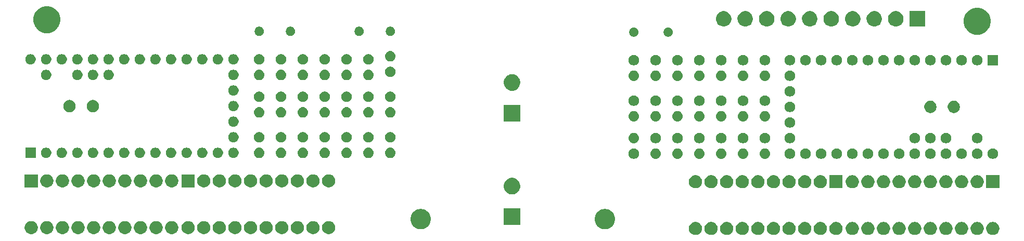
<source format=gbs>
G04 #@! TF.GenerationSoftware,KiCad,Pcbnew,5.1.4+dfsg1-1*
G04 #@! TF.CreationDate,2020-03-13T14:03:13-04:00*
G04 #@! TF.ProjectId,led_panel,6c65645f-7061-46e6-956c-2e6b69636164,rev?*
G04 #@! TF.SameCoordinates,Original*
G04 #@! TF.FileFunction,Soldermask,Bot*
G04 #@! TF.FilePolarity,Negative*
%FSLAX46Y46*%
G04 Gerber Fmt 4.6, Leading zero omitted, Abs format (unit mm)*
G04 Created by KiCad (PCBNEW 5.1.4+dfsg1-1) date 2020-03-13 14:03:13*
%MOMM*%
%LPD*%
G04 APERTURE LIST*
%ADD10C,0.100000*%
G04 APERTURE END LIST*
D10*
G36*
X185858231Y-58410003D02*
G01*
X186027717Y-58480207D01*
X186052414Y-58490437D01*
X186227173Y-58607207D01*
X186375793Y-58755827D01*
X186460099Y-58882000D01*
X186492564Y-58930588D01*
X186572997Y-59124769D01*
X186614000Y-59330908D01*
X186614000Y-59541092D01*
X186572997Y-59747231D01*
X186492564Y-59941412D01*
X186492563Y-59941414D01*
X186375793Y-60116173D01*
X186227173Y-60264793D01*
X186052414Y-60381563D01*
X186052413Y-60381564D01*
X186052412Y-60381564D01*
X185858231Y-60461997D01*
X185652092Y-60503000D01*
X185441908Y-60503000D01*
X185235769Y-60461997D01*
X185041588Y-60381564D01*
X185041587Y-60381564D01*
X185041586Y-60381563D01*
X184866827Y-60264793D01*
X184718207Y-60116173D01*
X184601437Y-59941414D01*
X184601436Y-59941412D01*
X184521003Y-59747231D01*
X184480000Y-59541092D01*
X184480000Y-59330908D01*
X184521003Y-59124769D01*
X184601436Y-58930588D01*
X184633901Y-58882000D01*
X184718207Y-58755827D01*
X184866827Y-58607207D01*
X185041586Y-58490437D01*
X185066283Y-58480207D01*
X185235769Y-58410003D01*
X185441908Y-58369000D01*
X185652092Y-58369000D01*
X185858231Y-58410003D01*
X185858231Y-58410003D01*
G37*
G36*
X160331231Y-58410003D02*
G01*
X160500717Y-58480207D01*
X160525414Y-58490437D01*
X160700173Y-58607207D01*
X160848793Y-58755827D01*
X160933099Y-58882000D01*
X160965564Y-58930588D01*
X161045997Y-59124769D01*
X161087000Y-59330908D01*
X161087000Y-59541092D01*
X161045997Y-59747231D01*
X160965564Y-59941412D01*
X160965563Y-59941414D01*
X160848793Y-60116173D01*
X160700173Y-60264793D01*
X160525414Y-60381563D01*
X160525413Y-60381564D01*
X160525412Y-60381564D01*
X160331231Y-60461997D01*
X160125092Y-60503000D01*
X159914908Y-60503000D01*
X159708769Y-60461997D01*
X159514588Y-60381564D01*
X159514587Y-60381564D01*
X159514586Y-60381563D01*
X159339827Y-60264793D01*
X159191207Y-60116173D01*
X159074437Y-59941414D01*
X159074436Y-59941412D01*
X158994003Y-59747231D01*
X158953000Y-59541092D01*
X158953000Y-59330908D01*
X158994003Y-59124769D01*
X159074436Y-58930588D01*
X159106901Y-58882000D01*
X159191207Y-58755827D01*
X159339827Y-58607207D01*
X159514586Y-58490437D01*
X159539283Y-58480207D01*
X159708769Y-58410003D01*
X159914908Y-58369000D01*
X160125092Y-58369000D01*
X160331231Y-58410003D01*
X160331231Y-58410003D01*
G37*
G36*
X142551231Y-58410003D02*
G01*
X142720717Y-58480207D01*
X142745414Y-58490437D01*
X142920173Y-58607207D01*
X143068793Y-58755827D01*
X143153099Y-58882000D01*
X143185564Y-58930588D01*
X143265997Y-59124769D01*
X143307000Y-59330908D01*
X143307000Y-59541092D01*
X143265997Y-59747231D01*
X143185564Y-59941412D01*
X143185563Y-59941414D01*
X143068793Y-60116173D01*
X142920173Y-60264793D01*
X142745414Y-60381563D01*
X142745413Y-60381564D01*
X142745412Y-60381564D01*
X142551231Y-60461997D01*
X142345092Y-60503000D01*
X142134908Y-60503000D01*
X141928769Y-60461997D01*
X141734588Y-60381564D01*
X141734587Y-60381564D01*
X141734586Y-60381563D01*
X141559827Y-60264793D01*
X141411207Y-60116173D01*
X141294437Y-59941414D01*
X141294436Y-59941412D01*
X141214003Y-59747231D01*
X141173000Y-59541092D01*
X141173000Y-59330908D01*
X141214003Y-59124769D01*
X141294436Y-58930588D01*
X141326901Y-58882000D01*
X141411207Y-58755827D01*
X141559827Y-58607207D01*
X141734586Y-58490437D01*
X141759283Y-58480207D01*
X141928769Y-58410003D01*
X142134908Y-58369000D01*
X142345092Y-58369000D01*
X142551231Y-58410003D01*
X142551231Y-58410003D01*
G37*
G36*
X145091231Y-58410003D02*
G01*
X145260717Y-58480207D01*
X145285414Y-58490437D01*
X145460173Y-58607207D01*
X145608793Y-58755827D01*
X145693099Y-58882000D01*
X145725564Y-58930588D01*
X145805997Y-59124769D01*
X145847000Y-59330908D01*
X145847000Y-59541092D01*
X145805997Y-59747231D01*
X145725564Y-59941412D01*
X145725563Y-59941414D01*
X145608793Y-60116173D01*
X145460173Y-60264793D01*
X145285414Y-60381563D01*
X145285413Y-60381564D01*
X145285412Y-60381564D01*
X145091231Y-60461997D01*
X144885092Y-60503000D01*
X144674908Y-60503000D01*
X144468769Y-60461997D01*
X144274588Y-60381564D01*
X144274587Y-60381564D01*
X144274586Y-60381563D01*
X144099827Y-60264793D01*
X143951207Y-60116173D01*
X143834437Y-59941414D01*
X143834436Y-59941412D01*
X143754003Y-59747231D01*
X143713000Y-59541092D01*
X143713000Y-59330908D01*
X143754003Y-59124769D01*
X143834436Y-58930588D01*
X143866901Y-58882000D01*
X143951207Y-58755827D01*
X144099827Y-58607207D01*
X144274586Y-58490437D01*
X144299283Y-58480207D01*
X144468769Y-58410003D01*
X144674908Y-58369000D01*
X144885092Y-58369000D01*
X145091231Y-58410003D01*
X145091231Y-58410003D01*
G37*
G36*
X147631231Y-58410003D02*
G01*
X147800717Y-58480207D01*
X147825414Y-58490437D01*
X148000173Y-58607207D01*
X148148793Y-58755827D01*
X148233099Y-58882000D01*
X148265564Y-58930588D01*
X148345997Y-59124769D01*
X148387000Y-59330908D01*
X148387000Y-59541092D01*
X148345997Y-59747231D01*
X148265564Y-59941412D01*
X148265563Y-59941414D01*
X148148793Y-60116173D01*
X148000173Y-60264793D01*
X147825414Y-60381563D01*
X147825413Y-60381564D01*
X147825412Y-60381564D01*
X147631231Y-60461997D01*
X147425092Y-60503000D01*
X147214908Y-60503000D01*
X147008769Y-60461997D01*
X146814588Y-60381564D01*
X146814587Y-60381564D01*
X146814586Y-60381563D01*
X146639827Y-60264793D01*
X146491207Y-60116173D01*
X146374437Y-59941414D01*
X146374436Y-59941412D01*
X146294003Y-59747231D01*
X146253000Y-59541092D01*
X146253000Y-59330908D01*
X146294003Y-59124769D01*
X146374436Y-58930588D01*
X146406901Y-58882000D01*
X146491207Y-58755827D01*
X146639827Y-58607207D01*
X146814586Y-58490437D01*
X146839283Y-58480207D01*
X147008769Y-58410003D01*
X147214908Y-58369000D01*
X147425092Y-58369000D01*
X147631231Y-58410003D01*
X147631231Y-58410003D01*
G37*
G36*
X150171231Y-58410003D02*
G01*
X150340717Y-58480207D01*
X150365414Y-58490437D01*
X150540173Y-58607207D01*
X150688793Y-58755827D01*
X150773099Y-58882000D01*
X150805564Y-58930588D01*
X150885997Y-59124769D01*
X150927000Y-59330908D01*
X150927000Y-59541092D01*
X150885997Y-59747231D01*
X150805564Y-59941412D01*
X150805563Y-59941414D01*
X150688793Y-60116173D01*
X150540173Y-60264793D01*
X150365414Y-60381563D01*
X150365413Y-60381564D01*
X150365412Y-60381564D01*
X150171231Y-60461997D01*
X149965092Y-60503000D01*
X149754908Y-60503000D01*
X149548769Y-60461997D01*
X149354588Y-60381564D01*
X149354587Y-60381564D01*
X149354586Y-60381563D01*
X149179827Y-60264793D01*
X149031207Y-60116173D01*
X148914437Y-59941414D01*
X148914436Y-59941412D01*
X148834003Y-59747231D01*
X148793000Y-59541092D01*
X148793000Y-59330908D01*
X148834003Y-59124769D01*
X148914436Y-58930588D01*
X148946901Y-58882000D01*
X149031207Y-58755827D01*
X149179827Y-58607207D01*
X149354586Y-58490437D01*
X149379283Y-58480207D01*
X149548769Y-58410003D01*
X149754908Y-58369000D01*
X149965092Y-58369000D01*
X150171231Y-58410003D01*
X150171231Y-58410003D01*
G37*
G36*
X140011231Y-58410003D02*
G01*
X140180717Y-58480207D01*
X140205414Y-58490437D01*
X140380173Y-58607207D01*
X140528793Y-58755827D01*
X140613099Y-58882000D01*
X140645564Y-58930588D01*
X140725997Y-59124769D01*
X140767000Y-59330908D01*
X140767000Y-59541092D01*
X140725997Y-59747231D01*
X140645564Y-59941412D01*
X140645563Y-59941414D01*
X140528793Y-60116173D01*
X140380173Y-60264793D01*
X140205414Y-60381563D01*
X140205413Y-60381564D01*
X140205412Y-60381564D01*
X140011231Y-60461997D01*
X139805092Y-60503000D01*
X139594908Y-60503000D01*
X139388769Y-60461997D01*
X139194588Y-60381564D01*
X139194587Y-60381564D01*
X139194586Y-60381563D01*
X139019827Y-60264793D01*
X138871207Y-60116173D01*
X138754437Y-59941414D01*
X138754436Y-59941412D01*
X138674003Y-59747231D01*
X138633000Y-59541092D01*
X138633000Y-59330908D01*
X138674003Y-59124769D01*
X138754436Y-58930588D01*
X138786901Y-58882000D01*
X138871207Y-58755827D01*
X139019827Y-58607207D01*
X139194586Y-58490437D01*
X139219283Y-58480207D01*
X139388769Y-58410003D01*
X139594908Y-58369000D01*
X139805092Y-58369000D01*
X140011231Y-58410003D01*
X140011231Y-58410003D01*
G37*
G36*
X137471231Y-58410003D02*
G01*
X137640717Y-58480207D01*
X137665414Y-58490437D01*
X137840173Y-58607207D01*
X137988793Y-58755827D01*
X138073099Y-58882000D01*
X138105564Y-58930588D01*
X138185997Y-59124769D01*
X138227000Y-59330908D01*
X138227000Y-59541092D01*
X138185997Y-59747231D01*
X138105564Y-59941412D01*
X138105563Y-59941414D01*
X137988793Y-60116173D01*
X137840173Y-60264793D01*
X137665414Y-60381563D01*
X137665413Y-60381564D01*
X137665412Y-60381564D01*
X137471231Y-60461997D01*
X137265092Y-60503000D01*
X137054908Y-60503000D01*
X136848769Y-60461997D01*
X136654588Y-60381564D01*
X136654587Y-60381564D01*
X136654586Y-60381563D01*
X136479827Y-60264793D01*
X136331207Y-60116173D01*
X136214437Y-59941414D01*
X136214436Y-59941412D01*
X136134003Y-59747231D01*
X136093000Y-59541092D01*
X136093000Y-59330908D01*
X136134003Y-59124769D01*
X136214436Y-58930588D01*
X136246901Y-58882000D01*
X136331207Y-58755827D01*
X136479827Y-58607207D01*
X136654586Y-58490437D01*
X136679283Y-58480207D01*
X136848769Y-58410003D01*
X137054908Y-58369000D01*
X137265092Y-58369000D01*
X137471231Y-58410003D01*
X137471231Y-58410003D01*
G37*
G36*
X152711231Y-58410003D02*
G01*
X152880717Y-58480207D01*
X152905414Y-58490437D01*
X153080173Y-58607207D01*
X153228793Y-58755827D01*
X153313099Y-58882000D01*
X153345564Y-58930588D01*
X153425997Y-59124769D01*
X153467000Y-59330908D01*
X153467000Y-59541092D01*
X153425997Y-59747231D01*
X153345564Y-59941412D01*
X153345563Y-59941414D01*
X153228793Y-60116173D01*
X153080173Y-60264793D01*
X152905414Y-60381563D01*
X152905413Y-60381564D01*
X152905412Y-60381564D01*
X152711231Y-60461997D01*
X152505092Y-60503000D01*
X152294908Y-60503000D01*
X152088769Y-60461997D01*
X151894588Y-60381564D01*
X151894587Y-60381564D01*
X151894586Y-60381563D01*
X151719827Y-60264793D01*
X151571207Y-60116173D01*
X151454437Y-59941414D01*
X151454436Y-59941412D01*
X151374003Y-59747231D01*
X151333000Y-59541092D01*
X151333000Y-59330908D01*
X151374003Y-59124769D01*
X151454436Y-58930588D01*
X151486901Y-58882000D01*
X151571207Y-58755827D01*
X151719827Y-58607207D01*
X151894586Y-58490437D01*
X151919283Y-58480207D01*
X152088769Y-58410003D01*
X152294908Y-58369000D01*
X152505092Y-58369000D01*
X152711231Y-58410003D01*
X152711231Y-58410003D01*
G37*
G36*
X155251231Y-58410003D02*
G01*
X155420717Y-58480207D01*
X155445414Y-58490437D01*
X155620173Y-58607207D01*
X155768793Y-58755827D01*
X155853099Y-58882000D01*
X155885564Y-58930588D01*
X155965997Y-59124769D01*
X156007000Y-59330908D01*
X156007000Y-59541092D01*
X155965997Y-59747231D01*
X155885564Y-59941412D01*
X155885563Y-59941414D01*
X155768793Y-60116173D01*
X155620173Y-60264793D01*
X155445414Y-60381563D01*
X155445413Y-60381564D01*
X155445412Y-60381564D01*
X155251231Y-60461997D01*
X155045092Y-60503000D01*
X154834908Y-60503000D01*
X154628769Y-60461997D01*
X154434588Y-60381564D01*
X154434587Y-60381564D01*
X154434586Y-60381563D01*
X154259827Y-60264793D01*
X154111207Y-60116173D01*
X153994437Y-59941414D01*
X153994436Y-59941412D01*
X153914003Y-59747231D01*
X153873000Y-59541092D01*
X153873000Y-59330908D01*
X153914003Y-59124769D01*
X153994436Y-58930588D01*
X154026901Y-58882000D01*
X154111207Y-58755827D01*
X154259827Y-58607207D01*
X154434586Y-58490437D01*
X154459283Y-58480207D01*
X154628769Y-58410003D01*
X154834908Y-58369000D01*
X155045092Y-58369000D01*
X155251231Y-58410003D01*
X155251231Y-58410003D01*
G37*
G36*
X157791231Y-58410003D02*
G01*
X157960717Y-58480207D01*
X157985414Y-58490437D01*
X158160173Y-58607207D01*
X158308793Y-58755827D01*
X158393099Y-58882000D01*
X158425564Y-58930588D01*
X158505997Y-59124769D01*
X158547000Y-59330908D01*
X158547000Y-59541092D01*
X158505997Y-59747231D01*
X158425564Y-59941412D01*
X158425563Y-59941414D01*
X158308793Y-60116173D01*
X158160173Y-60264793D01*
X157985414Y-60381563D01*
X157985413Y-60381564D01*
X157985412Y-60381564D01*
X157791231Y-60461997D01*
X157585092Y-60503000D01*
X157374908Y-60503000D01*
X157168769Y-60461997D01*
X156974588Y-60381564D01*
X156974587Y-60381564D01*
X156974586Y-60381563D01*
X156799827Y-60264793D01*
X156651207Y-60116173D01*
X156534437Y-59941414D01*
X156534436Y-59941412D01*
X156454003Y-59747231D01*
X156413000Y-59541092D01*
X156413000Y-59330908D01*
X156454003Y-59124769D01*
X156534436Y-58930588D01*
X156566901Y-58882000D01*
X156651207Y-58755827D01*
X156799827Y-58607207D01*
X156974586Y-58490437D01*
X156999283Y-58480207D01*
X157168769Y-58410003D01*
X157374908Y-58369000D01*
X157585092Y-58369000D01*
X157791231Y-58410003D01*
X157791231Y-58410003D01*
G37*
G36*
X170618231Y-58410003D02*
G01*
X170787717Y-58480207D01*
X170812414Y-58490437D01*
X170987173Y-58607207D01*
X171135793Y-58755827D01*
X171220099Y-58882000D01*
X171252564Y-58930588D01*
X171332997Y-59124769D01*
X171374000Y-59330908D01*
X171374000Y-59541092D01*
X171332997Y-59747231D01*
X171252564Y-59941412D01*
X171252563Y-59941414D01*
X171135793Y-60116173D01*
X170987173Y-60264793D01*
X170812414Y-60381563D01*
X170812413Y-60381564D01*
X170812412Y-60381564D01*
X170618231Y-60461997D01*
X170412092Y-60503000D01*
X170201908Y-60503000D01*
X169995769Y-60461997D01*
X169801588Y-60381564D01*
X169801587Y-60381564D01*
X169801586Y-60381563D01*
X169626827Y-60264793D01*
X169478207Y-60116173D01*
X169361437Y-59941414D01*
X169361436Y-59941412D01*
X169281003Y-59747231D01*
X169240000Y-59541092D01*
X169240000Y-59330908D01*
X169281003Y-59124769D01*
X169361436Y-58930588D01*
X169393901Y-58882000D01*
X169478207Y-58755827D01*
X169626827Y-58607207D01*
X169801586Y-58490437D01*
X169826283Y-58480207D01*
X169995769Y-58410003D01*
X170201908Y-58369000D01*
X170412092Y-58369000D01*
X170618231Y-58410003D01*
X170618231Y-58410003D01*
G37*
G36*
X173158231Y-58410003D02*
G01*
X173327717Y-58480207D01*
X173352414Y-58490437D01*
X173527173Y-58607207D01*
X173675793Y-58755827D01*
X173760099Y-58882000D01*
X173792564Y-58930588D01*
X173872997Y-59124769D01*
X173914000Y-59330908D01*
X173914000Y-59541092D01*
X173872997Y-59747231D01*
X173792564Y-59941412D01*
X173792563Y-59941414D01*
X173675793Y-60116173D01*
X173527173Y-60264793D01*
X173352414Y-60381563D01*
X173352413Y-60381564D01*
X173352412Y-60381564D01*
X173158231Y-60461997D01*
X172952092Y-60503000D01*
X172741908Y-60503000D01*
X172535769Y-60461997D01*
X172341588Y-60381564D01*
X172341587Y-60381564D01*
X172341586Y-60381563D01*
X172166827Y-60264793D01*
X172018207Y-60116173D01*
X171901437Y-59941414D01*
X171901436Y-59941412D01*
X171821003Y-59747231D01*
X171780000Y-59541092D01*
X171780000Y-59330908D01*
X171821003Y-59124769D01*
X171901436Y-58930588D01*
X171933901Y-58882000D01*
X172018207Y-58755827D01*
X172166827Y-58607207D01*
X172341586Y-58490437D01*
X172366283Y-58480207D01*
X172535769Y-58410003D01*
X172741908Y-58369000D01*
X172952092Y-58369000D01*
X173158231Y-58410003D01*
X173158231Y-58410003D01*
G37*
G36*
X175698231Y-58410003D02*
G01*
X175867717Y-58480207D01*
X175892414Y-58490437D01*
X176067173Y-58607207D01*
X176215793Y-58755827D01*
X176300099Y-58882000D01*
X176332564Y-58930588D01*
X176412997Y-59124769D01*
X176454000Y-59330908D01*
X176454000Y-59541092D01*
X176412997Y-59747231D01*
X176332564Y-59941412D01*
X176332563Y-59941414D01*
X176215793Y-60116173D01*
X176067173Y-60264793D01*
X175892414Y-60381563D01*
X175892413Y-60381564D01*
X175892412Y-60381564D01*
X175698231Y-60461997D01*
X175492092Y-60503000D01*
X175281908Y-60503000D01*
X175075769Y-60461997D01*
X174881588Y-60381564D01*
X174881587Y-60381564D01*
X174881586Y-60381563D01*
X174706827Y-60264793D01*
X174558207Y-60116173D01*
X174441437Y-59941414D01*
X174441436Y-59941412D01*
X174361003Y-59747231D01*
X174320000Y-59541092D01*
X174320000Y-59330908D01*
X174361003Y-59124769D01*
X174441436Y-58930588D01*
X174473901Y-58882000D01*
X174558207Y-58755827D01*
X174706827Y-58607207D01*
X174881586Y-58490437D01*
X174906283Y-58480207D01*
X175075769Y-58410003D01*
X175281908Y-58369000D01*
X175492092Y-58369000D01*
X175698231Y-58410003D01*
X175698231Y-58410003D01*
G37*
G36*
X165538231Y-58410003D02*
G01*
X165707717Y-58480207D01*
X165732414Y-58490437D01*
X165907173Y-58607207D01*
X166055793Y-58755827D01*
X166140099Y-58882000D01*
X166172564Y-58930588D01*
X166252997Y-59124769D01*
X166294000Y-59330908D01*
X166294000Y-59541092D01*
X166252997Y-59747231D01*
X166172564Y-59941412D01*
X166172563Y-59941414D01*
X166055793Y-60116173D01*
X165907173Y-60264793D01*
X165732414Y-60381563D01*
X165732413Y-60381564D01*
X165732412Y-60381564D01*
X165538231Y-60461997D01*
X165332092Y-60503000D01*
X165121908Y-60503000D01*
X164915769Y-60461997D01*
X164721588Y-60381564D01*
X164721587Y-60381564D01*
X164721586Y-60381563D01*
X164546827Y-60264793D01*
X164398207Y-60116173D01*
X164281437Y-59941414D01*
X164281436Y-59941412D01*
X164201003Y-59747231D01*
X164160000Y-59541092D01*
X164160000Y-59330908D01*
X164201003Y-59124769D01*
X164281436Y-58930588D01*
X164313901Y-58882000D01*
X164398207Y-58755827D01*
X164546827Y-58607207D01*
X164721586Y-58490437D01*
X164746283Y-58480207D01*
X164915769Y-58410003D01*
X165121908Y-58369000D01*
X165332092Y-58369000D01*
X165538231Y-58410003D01*
X165538231Y-58410003D01*
G37*
G36*
X162998231Y-58410003D02*
G01*
X163167717Y-58480207D01*
X163192414Y-58490437D01*
X163367173Y-58607207D01*
X163515793Y-58755827D01*
X163600099Y-58882000D01*
X163632564Y-58930588D01*
X163712997Y-59124769D01*
X163754000Y-59330908D01*
X163754000Y-59541092D01*
X163712997Y-59747231D01*
X163632564Y-59941412D01*
X163632563Y-59941414D01*
X163515793Y-60116173D01*
X163367173Y-60264793D01*
X163192414Y-60381563D01*
X163192413Y-60381564D01*
X163192412Y-60381564D01*
X162998231Y-60461997D01*
X162792092Y-60503000D01*
X162581908Y-60503000D01*
X162375769Y-60461997D01*
X162181588Y-60381564D01*
X162181587Y-60381564D01*
X162181586Y-60381563D01*
X162006827Y-60264793D01*
X161858207Y-60116173D01*
X161741437Y-59941414D01*
X161741436Y-59941412D01*
X161661003Y-59747231D01*
X161620000Y-59541092D01*
X161620000Y-59330908D01*
X161661003Y-59124769D01*
X161741436Y-58930588D01*
X161773901Y-58882000D01*
X161858207Y-58755827D01*
X162006827Y-58607207D01*
X162181586Y-58490437D01*
X162206283Y-58480207D01*
X162375769Y-58410003D01*
X162581908Y-58369000D01*
X162792092Y-58369000D01*
X162998231Y-58410003D01*
X162998231Y-58410003D01*
G37*
G36*
X178238231Y-58410003D02*
G01*
X178407717Y-58480207D01*
X178432414Y-58490437D01*
X178607173Y-58607207D01*
X178755793Y-58755827D01*
X178840099Y-58882000D01*
X178872564Y-58930588D01*
X178952997Y-59124769D01*
X178994000Y-59330908D01*
X178994000Y-59541092D01*
X178952997Y-59747231D01*
X178872564Y-59941412D01*
X178872563Y-59941414D01*
X178755793Y-60116173D01*
X178607173Y-60264793D01*
X178432414Y-60381563D01*
X178432413Y-60381564D01*
X178432412Y-60381564D01*
X178238231Y-60461997D01*
X178032092Y-60503000D01*
X177821908Y-60503000D01*
X177615769Y-60461997D01*
X177421588Y-60381564D01*
X177421587Y-60381564D01*
X177421586Y-60381563D01*
X177246827Y-60264793D01*
X177098207Y-60116173D01*
X176981437Y-59941414D01*
X176981436Y-59941412D01*
X176901003Y-59747231D01*
X176860000Y-59541092D01*
X176860000Y-59330908D01*
X176901003Y-59124769D01*
X176981436Y-58930588D01*
X177013901Y-58882000D01*
X177098207Y-58755827D01*
X177246827Y-58607207D01*
X177421586Y-58490437D01*
X177446283Y-58480207D01*
X177615769Y-58410003D01*
X177821908Y-58369000D01*
X178032092Y-58369000D01*
X178238231Y-58410003D01*
X178238231Y-58410003D01*
G37*
G36*
X180778231Y-58410003D02*
G01*
X180947717Y-58480207D01*
X180972414Y-58490437D01*
X181147173Y-58607207D01*
X181295793Y-58755827D01*
X181380099Y-58882000D01*
X181412564Y-58930588D01*
X181492997Y-59124769D01*
X181534000Y-59330908D01*
X181534000Y-59541092D01*
X181492997Y-59747231D01*
X181412564Y-59941412D01*
X181412563Y-59941414D01*
X181295793Y-60116173D01*
X181147173Y-60264793D01*
X180972414Y-60381563D01*
X180972413Y-60381564D01*
X180972412Y-60381564D01*
X180778231Y-60461997D01*
X180572092Y-60503000D01*
X180361908Y-60503000D01*
X180155769Y-60461997D01*
X179961588Y-60381564D01*
X179961587Y-60381564D01*
X179961586Y-60381563D01*
X179786827Y-60264793D01*
X179638207Y-60116173D01*
X179521437Y-59941414D01*
X179521436Y-59941412D01*
X179441003Y-59747231D01*
X179400000Y-59541092D01*
X179400000Y-59330908D01*
X179441003Y-59124769D01*
X179521436Y-58930588D01*
X179553901Y-58882000D01*
X179638207Y-58755827D01*
X179786827Y-58607207D01*
X179961586Y-58490437D01*
X179986283Y-58480207D01*
X180155769Y-58410003D01*
X180361908Y-58369000D01*
X180572092Y-58369000D01*
X180778231Y-58410003D01*
X180778231Y-58410003D01*
G37*
G36*
X183318231Y-58410003D02*
G01*
X183487717Y-58480207D01*
X183512414Y-58490437D01*
X183687173Y-58607207D01*
X183835793Y-58755827D01*
X183920099Y-58882000D01*
X183952564Y-58930588D01*
X184032997Y-59124769D01*
X184074000Y-59330908D01*
X184074000Y-59541092D01*
X184032997Y-59747231D01*
X183952564Y-59941412D01*
X183952563Y-59941414D01*
X183835793Y-60116173D01*
X183687173Y-60264793D01*
X183512414Y-60381563D01*
X183512413Y-60381564D01*
X183512412Y-60381564D01*
X183318231Y-60461997D01*
X183112092Y-60503000D01*
X182901908Y-60503000D01*
X182695769Y-60461997D01*
X182501588Y-60381564D01*
X182501587Y-60381564D01*
X182501586Y-60381563D01*
X182326827Y-60264793D01*
X182178207Y-60116173D01*
X182061437Y-59941414D01*
X182061436Y-59941412D01*
X181981003Y-59747231D01*
X181940000Y-59541092D01*
X181940000Y-59330908D01*
X181981003Y-59124769D01*
X182061436Y-58930588D01*
X182093901Y-58882000D01*
X182178207Y-58755827D01*
X182326827Y-58607207D01*
X182501586Y-58490437D01*
X182526283Y-58480207D01*
X182695769Y-58410003D01*
X182901908Y-58369000D01*
X183112092Y-58369000D01*
X183318231Y-58410003D01*
X183318231Y-58410003D01*
G37*
G36*
X168078231Y-58410003D02*
G01*
X168247717Y-58480207D01*
X168272414Y-58490437D01*
X168447173Y-58607207D01*
X168595793Y-58755827D01*
X168680099Y-58882000D01*
X168712564Y-58930588D01*
X168792997Y-59124769D01*
X168834000Y-59330908D01*
X168834000Y-59541092D01*
X168792997Y-59747231D01*
X168712564Y-59941412D01*
X168712563Y-59941414D01*
X168595793Y-60116173D01*
X168447173Y-60264793D01*
X168272414Y-60381563D01*
X168272413Y-60381564D01*
X168272412Y-60381564D01*
X168078231Y-60461997D01*
X167872092Y-60503000D01*
X167661908Y-60503000D01*
X167455769Y-60461997D01*
X167261588Y-60381564D01*
X167261587Y-60381564D01*
X167261586Y-60381563D01*
X167086827Y-60264793D01*
X166938207Y-60116173D01*
X166821437Y-59941414D01*
X166821436Y-59941412D01*
X166741003Y-59747231D01*
X166700000Y-59541092D01*
X166700000Y-59330908D01*
X166741003Y-59124769D01*
X166821436Y-58930588D01*
X166853901Y-58882000D01*
X166938207Y-58755827D01*
X167086827Y-58607207D01*
X167261586Y-58490437D01*
X167286283Y-58480207D01*
X167455769Y-58410003D01*
X167661908Y-58369000D01*
X167872092Y-58369000D01*
X168078231Y-58410003D01*
X168078231Y-58410003D01*
G37*
G36*
X60001231Y-58283003D02*
G01*
X60195412Y-58363436D01*
X60195414Y-58363437D01*
X60370173Y-58480207D01*
X60518793Y-58628827D01*
X60603652Y-58755828D01*
X60635564Y-58803588D01*
X60715997Y-58997769D01*
X60757000Y-59203908D01*
X60757000Y-59414092D01*
X60715997Y-59620231D01*
X60663391Y-59747231D01*
X60635563Y-59814414D01*
X60518793Y-59989173D01*
X60370173Y-60137793D01*
X60195414Y-60254563D01*
X60195413Y-60254564D01*
X60195412Y-60254564D01*
X60001231Y-60334997D01*
X59795092Y-60376000D01*
X59584908Y-60376000D01*
X59378769Y-60334997D01*
X59184588Y-60254564D01*
X59184587Y-60254564D01*
X59184586Y-60254563D01*
X59009827Y-60137793D01*
X58861207Y-59989173D01*
X58744437Y-59814414D01*
X58716609Y-59747231D01*
X58664003Y-59620231D01*
X58623000Y-59414092D01*
X58623000Y-59203908D01*
X58664003Y-58997769D01*
X58744436Y-58803588D01*
X58776348Y-58755828D01*
X58861207Y-58628827D01*
X59009827Y-58480207D01*
X59184586Y-58363437D01*
X59184588Y-58363436D01*
X59378769Y-58283003D01*
X59584908Y-58242000D01*
X59795092Y-58242000D01*
X60001231Y-58283003D01*
X60001231Y-58283003D01*
G37*
G36*
X57461231Y-58283003D02*
G01*
X57655412Y-58363436D01*
X57655414Y-58363437D01*
X57830173Y-58480207D01*
X57978793Y-58628827D01*
X58063652Y-58755828D01*
X58095564Y-58803588D01*
X58175997Y-58997769D01*
X58217000Y-59203908D01*
X58217000Y-59414092D01*
X58175997Y-59620231D01*
X58123391Y-59747231D01*
X58095563Y-59814414D01*
X57978793Y-59989173D01*
X57830173Y-60137793D01*
X57655414Y-60254563D01*
X57655413Y-60254564D01*
X57655412Y-60254564D01*
X57461231Y-60334997D01*
X57255092Y-60376000D01*
X57044908Y-60376000D01*
X56838769Y-60334997D01*
X56644588Y-60254564D01*
X56644587Y-60254564D01*
X56644586Y-60254563D01*
X56469827Y-60137793D01*
X56321207Y-59989173D01*
X56204437Y-59814414D01*
X56176609Y-59747231D01*
X56124003Y-59620231D01*
X56083000Y-59414092D01*
X56083000Y-59203908D01*
X56124003Y-58997769D01*
X56204436Y-58803588D01*
X56236348Y-58755828D01*
X56321207Y-58628827D01*
X56469827Y-58480207D01*
X56644586Y-58363437D01*
X56644588Y-58363436D01*
X56838769Y-58283003D01*
X57044908Y-58242000D01*
X57255092Y-58242000D01*
X57461231Y-58283003D01*
X57461231Y-58283003D01*
G37*
G36*
X54921231Y-58283003D02*
G01*
X55115412Y-58363436D01*
X55115414Y-58363437D01*
X55290173Y-58480207D01*
X55438793Y-58628827D01*
X55523652Y-58755828D01*
X55555564Y-58803588D01*
X55635997Y-58997769D01*
X55677000Y-59203908D01*
X55677000Y-59414092D01*
X55635997Y-59620231D01*
X55583391Y-59747231D01*
X55555563Y-59814414D01*
X55438793Y-59989173D01*
X55290173Y-60137793D01*
X55115414Y-60254563D01*
X55115413Y-60254564D01*
X55115412Y-60254564D01*
X54921231Y-60334997D01*
X54715092Y-60376000D01*
X54504908Y-60376000D01*
X54298769Y-60334997D01*
X54104588Y-60254564D01*
X54104587Y-60254564D01*
X54104586Y-60254563D01*
X53929827Y-60137793D01*
X53781207Y-59989173D01*
X53664437Y-59814414D01*
X53636609Y-59747231D01*
X53584003Y-59620231D01*
X53543000Y-59414092D01*
X53543000Y-59203908D01*
X53584003Y-58997769D01*
X53664436Y-58803588D01*
X53696348Y-58755828D01*
X53781207Y-58628827D01*
X53929827Y-58480207D01*
X54104586Y-58363437D01*
X54104588Y-58363436D01*
X54298769Y-58283003D01*
X54504908Y-58242000D01*
X54715092Y-58242000D01*
X54921231Y-58283003D01*
X54921231Y-58283003D01*
G37*
G36*
X52254231Y-58283003D02*
G01*
X52448412Y-58363436D01*
X52448414Y-58363437D01*
X52623173Y-58480207D01*
X52771793Y-58628827D01*
X52856652Y-58755828D01*
X52888564Y-58803588D01*
X52968997Y-58997769D01*
X53010000Y-59203908D01*
X53010000Y-59414092D01*
X52968997Y-59620231D01*
X52916391Y-59747231D01*
X52888563Y-59814414D01*
X52771793Y-59989173D01*
X52623173Y-60137793D01*
X52448414Y-60254563D01*
X52448413Y-60254564D01*
X52448412Y-60254564D01*
X52254231Y-60334997D01*
X52048092Y-60376000D01*
X51837908Y-60376000D01*
X51631769Y-60334997D01*
X51437588Y-60254564D01*
X51437587Y-60254564D01*
X51437586Y-60254563D01*
X51262827Y-60137793D01*
X51114207Y-59989173D01*
X50997437Y-59814414D01*
X50969609Y-59747231D01*
X50917003Y-59620231D01*
X50876000Y-59414092D01*
X50876000Y-59203908D01*
X50917003Y-58997769D01*
X50997436Y-58803588D01*
X51029348Y-58755828D01*
X51114207Y-58628827D01*
X51262827Y-58480207D01*
X51437586Y-58363437D01*
X51437588Y-58363436D01*
X51631769Y-58283003D01*
X51837908Y-58242000D01*
X52048092Y-58242000D01*
X52254231Y-58283003D01*
X52254231Y-58283003D01*
G37*
G36*
X37014231Y-58283003D02*
G01*
X37208412Y-58363436D01*
X37208414Y-58363437D01*
X37383173Y-58480207D01*
X37531793Y-58628827D01*
X37616652Y-58755828D01*
X37648564Y-58803588D01*
X37728997Y-58997769D01*
X37770000Y-59203908D01*
X37770000Y-59414092D01*
X37728997Y-59620231D01*
X37676391Y-59747231D01*
X37648563Y-59814414D01*
X37531793Y-59989173D01*
X37383173Y-60137793D01*
X37208414Y-60254563D01*
X37208413Y-60254564D01*
X37208412Y-60254564D01*
X37014231Y-60334997D01*
X36808092Y-60376000D01*
X36597908Y-60376000D01*
X36391769Y-60334997D01*
X36197588Y-60254564D01*
X36197587Y-60254564D01*
X36197586Y-60254563D01*
X36022827Y-60137793D01*
X35874207Y-59989173D01*
X35757437Y-59814414D01*
X35729609Y-59747231D01*
X35677003Y-59620231D01*
X35636000Y-59414092D01*
X35636000Y-59203908D01*
X35677003Y-58997769D01*
X35757436Y-58803588D01*
X35789348Y-58755828D01*
X35874207Y-58628827D01*
X36022827Y-58480207D01*
X36197586Y-58363437D01*
X36197588Y-58363436D01*
X36391769Y-58283003D01*
X36597908Y-58242000D01*
X36808092Y-58242000D01*
X37014231Y-58283003D01*
X37014231Y-58283003D01*
G37*
G36*
X39554231Y-58283003D02*
G01*
X39748412Y-58363436D01*
X39748414Y-58363437D01*
X39923173Y-58480207D01*
X40071793Y-58628827D01*
X40156652Y-58755828D01*
X40188564Y-58803588D01*
X40268997Y-58997769D01*
X40310000Y-59203908D01*
X40310000Y-59414092D01*
X40268997Y-59620231D01*
X40216391Y-59747231D01*
X40188563Y-59814414D01*
X40071793Y-59989173D01*
X39923173Y-60137793D01*
X39748414Y-60254563D01*
X39748413Y-60254564D01*
X39748412Y-60254564D01*
X39554231Y-60334997D01*
X39348092Y-60376000D01*
X39137908Y-60376000D01*
X38931769Y-60334997D01*
X38737588Y-60254564D01*
X38737587Y-60254564D01*
X38737586Y-60254563D01*
X38562827Y-60137793D01*
X38414207Y-59989173D01*
X38297437Y-59814414D01*
X38269609Y-59747231D01*
X38217003Y-59620231D01*
X38176000Y-59414092D01*
X38176000Y-59203908D01*
X38217003Y-58997769D01*
X38297436Y-58803588D01*
X38329348Y-58755828D01*
X38414207Y-58628827D01*
X38562827Y-58480207D01*
X38737586Y-58363437D01*
X38737588Y-58363436D01*
X38931769Y-58283003D01*
X39137908Y-58242000D01*
X39348092Y-58242000D01*
X39554231Y-58283003D01*
X39554231Y-58283003D01*
G37*
G36*
X42094231Y-58283003D02*
G01*
X42288412Y-58363436D01*
X42288414Y-58363437D01*
X42463173Y-58480207D01*
X42611793Y-58628827D01*
X42696652Y-58755828D01*
X42728564Y-58803588D01*
X42808997Y-58997769D01*
X42850000Y-59203908D01*
X42850000Y-59414092D01*
X42808997Y-59620231D01*
X42756391Y-59747231D01*
X42728563Y-59814414D01*
X42611793Y-59989173D01*
X42463173Y-60137793D01*
X42288414Y-60254563D01*
X42288413Y-60254564D01*
X42288412Y-60254564D01*
X42094231Y-60334997D01*
X41888092Y-60376000D01*
X41677908Y-60376000D01*
X41471769Y-60334997D01*
X41277588Y-60254564D01*
X41277587Y-60254564D01*
X41277586Y-60254563D01*
X41102827Y-60137793D01*
X40954207Y-59989173D01*
X40837437Y-59814414D01*
X40809609Y-59747231D01*
X40757003Y-59620231D01*
X40716000Y-59414092D01*
X40716000Y-59203908D01*
X40757003Y-58997769D01*
X40837436Y-58803588D01*
X40869348Y-58755828D01*
X40954207Y-58628827D01*
X41102827Y-58480207D01*
X41277586Y-58363437D01*
X41277588Y-58363436D01*
X41471769Y-58283003D01*
X41677908Y-58242000D01*
X41888092Y-58242000D01*
X42094231Y-58283003D01*
X42094231Y-58283003D01*
G37*
G36*
X47174231Y-58283003D02*
G01*
X47368412Y-58363436D01*
X47368414Y-58363437D01*
X47543173Y-58480207D01*
X47691793Y-58628827D01*
X47776652Y-58755828D01*
X47808564Y-58803588D01*
X47888997Y-58997769D01*
X47930000Y-59203908D01*
X47930000Y-59414092D01*
X47888997Y-59620231D01*
X47836391Y-59747231D01*
X47808563Y-59814414D01*
X47691793Y-59989173D01*
X47543173Y-60137793D01*
X47368414Y-60254563D01*
X47368413Y-60254564D01*
X47368412Y-60254564D01*
X47174231Y-60334997D01*
X46968092Y-60376000D01*
X46757908Y-60376000D01*
X46551769Y-60334997D01*
X46357588Y-60254564D01*
X46357587Y-60254564D01*
X46357586Y-60254563D01*
X46182827Y-60137793D01*
X46034207Y-59989173D01*
X45917437Y-59814414D01*
X45889609Y-59747231D01*
X45837003Y-59620231D01*
X45796000Y-59414092D01*
X45796000Y-59203908D01*
X45837003Y-58997769D01*
X45917436Y-58803588D01*
X45949348Y-58755828D01*
X46034207Y-58628827D01*
X46182827Y-58480207D01*
X46357586Y-58363437D01*
X46357588Y-58363436D01*
X46551769Y-58283003D01*
X46757908Y-58242000D01*
X46968092Y-58242000D01*
X47174231Y-58283003D01*
X47174231Y-58283003D01*
G37*
G36*
X49714231Y-58283003D02*
G01*
X49908412Y-58363436D01*
X49908414Y-58363437D01*
X50083173Y-58480207D01*
X50231793Y-58628827D01*
X50316652Y-58755828D01*
X50348564Y-58803588D01*
X50428997Y-58997769D01*
X50470000Y-59203908D01*
X50470000Y-59414092D01*
X50428997Y-59620231D01*
X50376391Y-59747231D01*
X50348563Y-59814414D01*
X50231793Y-59989173D01*
X50083173Y-60137793D01*
X49908414Y-60254563D01*
X49908413Y-60254564D01*
X49908412Y-60254564D01*
X49714231Y-60334997D01*
X49508092Y-60376000D01*
X49297908Y-60376000D01*
X49091769Y-60334997D01*
X48897588Y-60254564D01*
X48897587Y-60254564D01*
X48897586Y-60254563D01*
X48722827Y-60137793D01*
X48574207Y-59989173D01*
X48457437Y-59814414D01*
X48429609Y-59747231D01*
X48377003Y-59620231D01*
X48336000Y-59414092D01*
X48336000Y-59203908D01*
X48377003Y-58997769D01*
X48457436Y-58803588D01*
X48489348Y-58755828D01*
X48574207Y-58628827D01*
X48722827Y-58480207D01*
X48897586Y-58363437D01*
X48897588Y-58363436D01*
X49091769Y-58283003D01*
X49297908Y-58242000D01*
X49508092Y-58242000D01*
X49714231Y-58283003D01*
X49714231Y-58283003D01*
G37*
G36*
X44634231Y-58283003D02*
G01*
X44828412Y-58363436D01*
X44828414Y-58363437D01*
X45003173Y-58480207D01*
X45151793Y-58628827D01*
X45236652Y-58755828D01*
X45268564Y-58803588D01*
X45348997Y-58997769D01*
X45390000Y-59203908D01*
X45390000Y-59414092D01*
X45348997Y-59620231D01*
X45296391Y-59747231D01*
X45268563Y-59814414D01*
X45151793Y-59989173D01*
X45003173Y-60137793D01*
X44828414Y-60254563D01*
X44828413Y-60254564D01*
X44828412Y-60254564D01*
X44634231Y-60334997D01*
X44428092Y-60376000D01*
X44217908Y-60376000D01*
X44011769Y-60334997D01*
X43817588Y-60254564D01*
X43817587Y-60254564D01*
X43817586Y-60254563D01*
X43642827Y-60137793D01*
X43494207Y-59989173D01*
X43377437Y-59814414D01*
X43349609Y-59747231D01*
X43297003Y-59620231D01*
X43256000Y-59414092D01*
X43256000Y-59203908D01*
X43297003Y-58997769D01*
X43377436Y-58803588D01*
X43409348Y-58755828D01*
X43494207Y-58628827D01*
X43642827Y-58480207D01*
X43817586Y-58363437D01*
X43817588Y-58363436D01*
X44011769Y-58283003D01*
X44217908Y-58242000D01*
X44428092Y-58242000D01*
X44634231Y-58283003D01*
X44634231Y-58283003D01*
G37*
G36*
X75241231Y-58283003D02*
G01*
X75435412Y-58363436D01*
X75435414Y-58363437D01*
X75610173Y-58480207D01*
X75758793Y-58628827D01*
X75843652Y-58755828D01*
X75875564Y-58803588D01*
X75955997Y-58997769D01*
X75997000Y-59203908D01*
X75997000Y-59414092D01*
X75955997Y-59620231D01*
X75903391Y-59747231D01*
X75875563Y-59814414D01*
X75758793Y-59989173D01*
X75610173Y-60137793D01*
X75435414Y-60254563D01*
X75435413Y-60254564D01*
X75435412Y-60254564D01*
X75241231Y-60334997D01*
X75035092Y-60376000D01*
X74824908Y-60376000D01*
X74618769Y-60334997D01*
X74424588Y-60254564D01*
X74424587Y-60254564D01*
X74424586Y-60254563D01*
X74249827Y-60137793D01*
X74101207Y-59989173D01*
X73984437Y-59814414D01*
X73956609Y-59747231D01*
X73904003Y-59620231D01*
X73863000Y-59414092D01*
X73863000Y-59203908D01*
X73904003Y-58997769D01*
X73984436Y-58803588D01*
X74016348Y-58755828D01*
X74101207Y-58628827D01*
X74249827Y-58480207D01*
X74424586Y-58363437D01*
X74424588Y-58363436D01*
X74618769Y-58283003D01*
X74824908Y-58242000D01*
X75035092Y-58242000D01*
X75241231Y-58283003D01*
X75241231Y-58283003D01*
G37*
G36*
X62541231Y-58283003D02*
G01*
X62735412Y-58363436D01*
X62735414Y-58363437D01*
X62910173Y-58480207D01*
X63058793Y-58628827D01*
X63143652Y-58755828D01*
X63175564Y-58803588D01*
X63255997Y-58997769D01*
X63297000Y-59203908D01*
X63297000Y-59414092D01*
X63255997Y-59620231D01*
X63203391Y-59747231D01*
X63175563Y-59814414D01*
X63058793Y-59989173D01*
X62910173Y-60137793D01*
X62735414Y-60254563D01*
X62735413Y-60254564D01*
X62735412Y-60254564D01*
X62541231Y-60334997D01*
X62335092Y-60376000D01*
X62124908Y-60376000D01*
X61918769Y-60334997D01*
X61724588Y-60254564D01*
X61724587Y-60254564D01*
X61724586Y-60254563D01*
X61549827Y-60137793D01*
X61401207Y-59989173D01*
X61284437Y-59814414D01*
X61256609Y-59747231D01*
X61204003Y-59620231D01*
X61163000Y-59414092D01*
X61163000Y-59203908D01*
X61204003Y-58997769D01*
X61284436Y-58803588D01*
X61316348Y-58755828D01*
X61401207Y-58628827D01*
X61549827Y-58480207D01*
X61724586Y-58363437D01*
X61724588Y-58363436D01*
X61918769Y-58283003D01*
X62124908Y-58242000D01*
X62335092Y-58242000D01*
X62541231Y-58283003D01*
X62541231Y-58283003D01*
G37*
G36*
X31934231Y-58283003D02*
G01*
X32128412Y-58363436D01*
X32128414Y-58363437D01*
X32303173Y-58480207D01*
X32451793Y-58628827D01*
X32536652Y-58755828D01*
X32568564Y-58803588D01*
X32648997Y-58997769D01*
X32690000Y-59203908D01*
X32690000Y-59414092D01*
X32648997Y-59620231D01*
X32596391Y-59747231D01*
X32568563Y-59814414D01*
X32451793Y-59989173D01*
X32303173Y-60137793D01*
X32128414Y-60254563D01*
X32128413Y-60254564D01*
X32128412Y-60254564D01*
X31934231Y-60334997D01*
X31728092Y-60376000D01*
X31517908Y-60376000D01*
X31311769Y-60334997D01*
X31117588Y-60254564D01*
X31117587Y-60254564D01*
X31117586Y-60254563D01*
X30942827Y-60137793D01*
X30794207Y-59989173D01*
X30677437Y-59814414D01*
X30649609Y-59747231D01*
X30597003Y-59620231D01*
X30556000Y-59414092D01*
X30556000Y-59203908D01*
X30597003Y-58997769D01*
X30677436Y-58803588D01*
X30709348Y-58755828D01*
X30794207Y-58628827D01*
X30942827Y-58480207D01*
X31117586Y-58363437D01*
X31117588Y-58363436D01*
X31311769Y-58283003D01*
X31517908Y-58242000D01*
X31728092Y-58242000D01*
X31934231Y-58283003D01*
X31934231Y-58283003D01*
G37*
G36*
X29394231Y-58283003D02*
G01*
X29588412Y-58363436D01*
X29588414Y-58363437D01*
X29763173Y-58480207D01*
X29911793Y-58628827D01*
X29996652Y-58755828D01*
X30028564Y-58803588D01*
X30108997Y-58997769D01*
X30150000Y-59203908D01*
X30150000Y-59414092D01*
X30108997Y-59620231D01*
X30056391Y-59747231D01*
X30028563Y-59814414D01*
X29911793Y-59989173D01*
X29763173Y-60137793D01*
X29588414Y-60254563D01*
X29588413Y-60254564D01*
X29588412Y-60254564D01*
X29394231Y-60334997D01*
X29188092Y-60376000D01*
X28977908Y-60376000D01*
X28771769Y-60334997D01*
X28577588Y-60254564D01*
X28577587Y-60254564D01*
X28577586Y-60254563D01*
X28402827Y-60137793D01*
X28254207Y-59989173D01*
X28137437Y-59814414D01*
X28109609Y-59747231D01*
X28057003Y-59620231D01*
X28016000Y-59414092D01*
X28016000Y-59203908D01*
X28057003Y-58997769D01*
X28137436Y-58803588D01*
X28169348Y-58755828D01*
X28254207Y-58628827D01*
X28402827Y-58480207D01*
X28577586Y-58363437D01*
X28577588Y-58363436D01*
X28771769Y-58283003D01*
X28977908Y-58242000D01*
X29188092Y-58242000D01*
X29394231Y-58283003D01*
X29394231Y-58283003D01*
G37*
G36*
X72701231Y-58283003D02*
G01*
X72895412Y-58363436D01*
X72895414Y-58363437D01*
X73070173Y-58480207D01*
X73218793Y-58628827D01*
X73303652Y-58755828D01*
X73335564Y-58803588D01*
X73415997Y-58997769D01*
X73457000Y-59203908D01*
X73457000Y-59414092D01*
X73415997Y-59620231D01*
X73363391Y-59747231D01*
X73335563Y-59814414D01*
X73218793Y-59989173D01*
X73070173Y-60137793D01*
X72895414Y-60254563D01*
X72895413Y-60254564D01*
X72895412Y-60254564D01*
X72701231Y-60334997D01*
X72495092Y-60376000D01*
X72284908Y-60376000D01*
X72078769Y-60334997D01*
X71884588Y-60254564D01*
X71884587Y-60254564D01*
X71884586Y-60254563D01*
X71709827Y-60137793D01*
X71561207Y-59989173D01*
X71444437Y-59814414D01*
X71416609Y-59747231D01*
X71364003Y-59620231D01*
X71323000Y-59414092D01*
X71323000Y-59203908D01*
X71364003Y-58997769D01*
X71444436Y-58803588D01*
X71476348Y-58755828D01*
X71561207Y-58628827D01*
X71709827Y-58480207D01*
X71884586Y-58363437D01*
X71884588Y-58363436D01*
X72078769Y-58283003D01*
X72284908Y-58242000D01*
X72495092Y-58242000D01*
X72701231Y-58283003D01*
X72701231Y-58283003D01*
G37*
G36*
X34474231Y-58283003D02*
G01*
X34668412Y-58363436D01*
X34668414Y-58363437D01*
X34843173Y-58480207D01*
X34991793Y-58628827D01*
X35076652Y-58755828D01*
X35108564Y-58803588D01*
X35188997Y-58997769D01*
X35230000Y-59203908D01*
X35230000Y-59414092D01*
X35188997Y-59620231D01*
X35136391Y-59747231D01*
X35108563Y-59814414D01*
X34991793Y-59989173D01*
X34843173Y-60137793D01*
X34668414Y-60254563D01*
X34668413Y-60254564D01*
X34668412Y-60254564D01*
X34474231Y-60334997D01*
X34268092Y-60376000D01*
X34057908Y-60376000D01*
X33851769Y-60334997D01*
X33657588Y-60254564D01*
X33657587Y-60254564D01*
X33657586Y-60254563D01*
X33482827Y-60137793D01*
X33334207Y-59989173D01*
X33217437Y-59814414D01*
X33189609Y-59747231D01*
X33137003Y-59620231D01*
X33096000Y-59414092D01*
X33096000Y-59203908D01*
X33137003Y-58997769D01*
X33217436Y-58803588D01*
X33249348Y-58755828D01*
X33334207Y-58628827D01*
X33482827Y-58480207D01*
X33657586Y-58363437D01*
X33657588Y-58363436D01*
X33851769Y-58283003D01*
X34057908Y-58242000D01*
X34268092Y-58242000D01*
X34474231Y-58283003D01*
X34474231Y-58283003D01*
G37*
G36*
X70161231Y-58283003D02*
G01*
X70355412Y-58363436D01*
X70355414Y-58363437D01*
X70530173Y-58480207D01*
X70678793Y-58628827D01*
X70763652Y-58755828D01*
X70795564Y-58803588D01*
X70875997Y-58997769D01*
X70917000Y-59203908D01*
X70917000Y-59414092D01*
X70875997Y-59620231D01*
X70823391Y-59747231D01*
X70795563Y-59814414D01*
X70678793Y-59989173D01*
X70530173Y-60137793D01*
X70355414Y-60254563D01*
X70355413Y-60254564D01*
X70355412Y-60254564D01*
X70161231Y-60334997D01*
X69955092Y-60376000D01*
X69744908Y-60376000D01*
X69538769Y-60334997D01*
X69344588Y-60254564D01*
X69344587Y-60254564D01*
X69344586Y-60254563D01*
X69169827Y-60137793D01*
X69021207Y-59989173D01*
X68904437Y-59814414D01*
X68876609Y-59747231D01*
X68824003Y-59620231D01*
X68783000Y-59414092D01*
X68783000Y-59203908D01*
X68824003Y-58997769D01*
X68904436Y-58803588D01*
X68936348Y-58755828D01*
X69021207Y-58628827D01*
X69169827Y-58480207D01*
X69344586Y-58363437D01*
X69344588Y-58363436D01*
X69538769Y-58283003D01*
X69744908Y-58242000D01*
X69955092Y-58242000D01*
X70161231Y-58283003D01*
X70161231Y-58283003D01*
G37*
G36*
X67621231Y-58283003D02*
G01*
X67815412Y-58363436D01*
X67815414Y-58363437D01*
X67990173Y-58480207D01*
X68138793Y-58628827D01*
X68223652Y-58755828D01*
X68255564Y-58803588D01*
X68335997Y-58997769D01*
X68377000Y-59203908D01*
X68377000Y-59414092D01*
X68335997Y-59620231D01*
X68283391Y-59747231D01*
X68255563Y-59814414D01*
X68138793Y-59989173D01*
X67990173Y-60137793D01*
X67815414Y-60254563D01*
X67815413Y-60254564D01*
X67815412Y-60254564D01*
X67621231Y-60334997D01*
X67415092Y-60376000D01*
X67204908Y-60376000D01*
X66998769Y-60334997D01*
X66804588Y-60254564D01*
X66804587Y-60254564D01*
X66804586Y-60254563D01*
X66629827Y-60137793D01*
X66481207Y-59989173D01*
X66364437Y-59814414D01*
X66336609Y-59747231D01*
X66284003Y-59620231D01*
X66243000Y-59414092D01*
X66243000Y-59203908D01*
X66284003Y-58997769D01*
X66364436Y-58803588D01*
X66396348Y-58755828D01*
X66481207Y-58628827D01*
X66629827Y-58480207D01*
X66804586Y-58363437D01*
X66804588Y-58363436D01*
X66998769Y-58283003D01*
X67204908Y-58242000D01*
X67415092Y-58242000D01*
X67621231Y-58283003D01*
X67621231Y-58283003D01*
G37*
G36*
X65081231Y-58283003D02*
G01*
X65275412Y-58363436D01*
X65275414Y-58363437D01*
X65450173Y-58480207D01*
X65598793Y-58628827D01*
X65683652Y-58755828D01*
X65715564Y-58803588D01*
X65795997Y-58997769D01*
X65837000Y-59203908D01*
X65837000Y-59414092D01*
X65795997Y-59620231D01*
X65743391Y-59747231D01*
X65715563Y-59814414D01*
X65598793Y-59989173D01*
X65450173Y-60137793D01*
X65275414Y-60254563D01*
X65275413Y-60254564D01*
X65275412Y-60254564D01*
X65081231Y-60334997D01*
X64875092Y-60376000D01*
X64664908Y-60376000D01*
X64458769Y-60334997D01*
X64264588Y-60254564D01*
X64264587Y-60254564D01*
X64264586Y-60254563D01*
X64089827Y-60137793D01*
X63941207Y-59989173D01*
X63824437Y-59814414D01*
X63796609Y-59747231D01*
X63744003Y-59620231D01*
X63703000Y-59414092D01*
X63703000Y-59203908D01*
X63744003Y-58997769D01*
X63824436Y-58803588D01*
X63856348Y-58755828D01*
X63941207Y-58628827D01*
X64089827Y-58480207D01*
X64264586Y-58363437D01*
X64264588Y-58363436D01*
X64458769Y-58283003D01*
X64664908Y-58242000D01*
X64875092Y-58242000D01*
X65081231Y-58283003D01*
X65081231Y-58283003D01*
G37*
G36*
X77781231Y-58283003D02*
G01*
X77975412Y-58363436D01*
X77975414Y-58363437D01*
X78150173Y-58480207D01*
X78298793Y-58628827D01*
X78383652Y-58755828D01*
X78415564Y-58803588D01*
X78495997Y-58997769D01*
X78537000Y-59203908D01*
X78537000Y-59414092D01*
X78495997Y-59620231D01*
X78443391Y-59747231D01*
X78415563Y-59814414D01*
X78298793Y-59989173D01*
X78150173Y-60137793D01*
X77975414Y-60254563D01*
X77975413Y-60254564D01*
X77975412Y-60254564D01*
X77781231Y-60334997D01*
X77575092Y-60376000D01*
X77364908Y-60376000D01*
X77158769Y-60334997D01*
X76964588Y-60254564D01*
X76964587Y-60254564D01*
X76964586Y-60254563D01*
X76789827Y-60137793D01*
X76641207Y-59989173D01*
X76524437Y-59814414D01*
X76496609Y-59747231D01*
X76444003Y-59620231D01*
X76403000Y-59414092D01*
X76403000Y-59203908D01*
X76444003Y-58997769D01*
X76524436Y-58803588D01*
X76556348Y-58755828D01*
X76641207Y-58628827D01*
X76789827Y-58480207D01*
X76964586Y-58363437D01*
X76964588Y-58363436D01*
X77158769Y-58283003D01*
X77364908Y-58242000D01*
X77575092Y-58242000D01*
X77781231Y-58283003D01*
X77781231Y-58283003D01*
G37*
G36*
X92831256Y-56303298D02*
G01*
X92937579Y-56324447D01*
X93238042Y-56448903D01*
X93508451Y-56629585D01*
X93738415Y-56859549D01*
X93919097Y-57129958D01*
X94043553Y-57430421D01*
X94107000Y-57749391D01*
X94107000Y-58074609D01*
X94043553Y-58393579D01*
X93919097Y-58694042D01*
X93738415Y-58964451D01*
X93508451Y-59194415D01*
X93238042Y-59375097D01*
X92937579Y-59499553D01*
X92831256Y-59520702D01*
X92618611Y-59563000D01*
X92293389Y-59563000D01*
X92080744Y-59520702D01*
X91974421Y-59499553D01*
X91673958Y-59375097D01*
X91403549Y-59194415D01*
X91173585Y-58964451D01*
X90992903Y-58694042D01*
X90868447Y-58393579D01*
X90805000Y-58074609D01*
X90805000Y-57749391D01*
X90868447Y-57430421D01*
X90992903Y-57129958D01*
X91173585Y-56859549D01*
X91403549Y-56629585D01*
X91673958Y-56448903D01*
X91974421Y-56324447D01*
X92080744Y-56303298D01*
X92293389Y-56261000D01*
X92618611Y-56261000D01*
X92831256Y-56303298D01*
X92831256Y-56303298D01*
G37*
G36*
X122803256Y-56303298D02*
G01*
X122909579Y-56324447D01*
X123210042Y-56448903D01*
X123480451Y-56629585D01*
X123710415Y-56859549D01*
X123891097Y-57129958D01*
X124015553Y-57430421D01*
X124079000Y-57749391D01*
X124079000Y-58074609D01*
X124015553Y-58393579D01*
X123891097Y-58694042D01*
X123710415Y-58964451D01*
X123480451Y-59194415D01*
X123210042Y-59375097D01*
X122909579Y-59499553D01*
X122803256Y-59520702D01*
X122590611Y-59563000D01*
X122265389Y-59563000D01*
X122052744Y-59520702D01*
X121946421Y-59499553D01*
X121645958Y-59375097D01*
X121375549Y-59194415D01*
X121145585Y-58964451D01*
X120964903Y-58694042D01*
X120840447Y-58393579D01*
X120777000Y-58074609D01*
X120777000Y-57749391D01*
X120840447Y-57430421D01*
X120964903Y-57129958D01*
X121145585Y-56859549D01*
X121375549Y-56629585D01*
X121645958Y-56448903D01*
X121946421Y-56324447D01*
X122052744Y-56303298D01*
X122265389Y-56261000D01*
X122590611Y-56261000D01*
X122803256Y-56303298D01*
X122803256Y-56303298D01*
G37*
G36*
X108666000Y-58882000D02*
G01*
X105964000Y-58882000D01*
X105964000Y-56180000D01*
X108666000Y-56180000D01*
X108666000Y-58882000D01*
X108666000Y-58882000D01*
G37*
G36*
X107709072Y-51231918D02*
G01*
X107898995Y-51310586D01*
X107954939Y-51333759D01*
X108020804Y-51377769D01*
X108176211Y-51481609D01*
X108364391Y-51669789D01*
X108512242Y-51891063D01*
X108614082Y-52136928D01*
X108666000Y-52397937D01*
X108666000Y-52664063D01*
X108646606Y-52761563D01*
X108614082Y-52925072D01*
X108512241Y-53170939D01*
X108364390Y-53392212D01*
X108176212Y-53580390D01*
X107954939Y-53728241D01*
X107954938Y-53728242D01*
X107954937Y-53728242D01*
X107709072Y-53830082D01*
X107448063Y-53882000D01*
X107181937Y-53882000D01*
X106920928Y-53830082D01*
X106675063Y-53728242D01*
X106675062Y-53728242D01*
X106675061Y-53728241D01*
X106453788Y-53580390D01*
X106265610Y-53392212D01*
X106117759Y-53170939D01*
X106015918Y-52925072D01*
X105983394Y-52761563D01*
X105964000Y-52664063D01*
X105964000Y-52397937D01*
X106015918Y-52136928D01*
X106117758Y-51891063D01*
X106265609Y-51669789D01*
X106453789Y-51481609D01*
X106609196Y-51377769D01*
X106675061Y-51333759D01*
X106731006Y-51310586D01*
X106920928Y-51231918D01*
X107181937Y-51180000D01*
X107448063Y-51180000D01*
X107709072Y-51231918D01*
X107709072Y-51231918D01*
G37*
G36*
X155251231Y-50790003D02*
G01*
X155420717Y-50860207D01*
X155445414Y-50870437D01*
X155620173Y-50987207D01*
X155768793Y-51135827D01*
X155885563Y-51310586D01*
X155885564Y-51310588D01*
X155965997Y-51504769D01*
X156007000Y-51710908D01*
X156007000Y-51921092D01*
X155965997Y-52127231D01*
X155885564Y-52321412D01*
X155885563Y-52321414D01*
X155768793Y-52496173D01*
X155620173Y-52644793D01*
X155445414Y-52761563D01*
X155445413Y-52761564D01*
X155445412Y-52761564D01*
X155251231Y-52841997D01*
X155045092Y-52883000D01*
X154834908Y-52883000D01*
X154628769Y-52841997D01*
X154434588Y-52761564D01*
X154434587Y-52761564D01*
X154434586Y-52761563D01*
X154259827Y-52644793D01*
X154111207Y-52496173D01*
X153994437Y-52321414D01*
X153994436Y-52321412D01*
X153914003Y-52127231D01*
X153873000Y-51921092D01*
X153873000Y-51710908D01*
X153914003Y-51504769D01*
X153994436Y-51310588D01*
X153994437Y-51310586D01*
X154111207Y-51135827D01*
X154259827Y-50987207D01*
X154434586Y-50870437D01*
X154459283Y-50860207D01*
X154628769Y-50790003D01*
X154834908Y-50749000D01*
X155045092Y-50749000D01*
X155251231Y-50790003D01*
X155251231Y-50790003D01*
G37*
G36*
X157791231Y-50790003D02*
G01*
X157960717Y-50860207D01*
X157985414Y-50870437D01*
X158160173Y-50987207D01*
X158308793Y-51135827D01*
X158425563Y-51310586D01*
X158425564Y-51310588D01*
X158505997Y-51504769D01*
X158547000Y-51710908D01*
X158547000Y-51921092D01*
X158505997Y-52127231D01*
X158425564Y-52321412D01*
X158425563Y-52321414D01*
X158308793Y-52496173D01*
X158160173Y-52644793D01*
X157985414Y-52761563D01*
X157985413Y-52761564D01*
X157985412Y-52761564D01*
X157791231Y-52841997D01*
X157585092Y-52883000D01*
X157374908Y-52883000D01*
X157168769Y-52841997D01*
X156974588Y-52761564D01*
X156974587Y-52761564D01*
X156974586Y-52761563D01*
X156799827Y-52644793D01*
X156651207Y-52496173D01*
X156534437Y-52321414D01*
X156534436Y-52321412D01*
X156454003Y-52127231D01*
X156413000Y-51921092D01*
X156413000Y-51710908D01*
X156454003Y-51504769D01*
X156534436Y-51310588D01*
X156534437Y-51310586D01*
X156651207Y-51135827D01*
X156799827Y-50987207D01*
X156974586Y-50870437D01*
X156999283Y-50860207D01*
X157168769Y-50790003D01*
X157374908Y-50749000D01*
X157585092Y-50749000D01*
X157791231Y-50790003D01*
X157791231Y-50790003D01*
G37*
G36*
X161087000Y-52883000D02*
G01*
X158953000Y-52883000D01*
X158953000Y-50749000D01*
X161087000Y-50749000D01*
X161087000Y-52883000D01*
X161087000Y-52883000D01*
G37*
G36*
X186614000Y-52883000D02*
G01*
X184480000Y-52883000D01*
X184480000Y-50749000D01*
X186614000Y-50749000D01*
X186614000Y-52883000D01*
X186614000Y-52883000D01*
G37*
G36*
X183318231Y-50790003D02*
G01*
X183487717Y-50860207D01*
X183512414Y-50870437D01*
X183687173Y-50987207D01*
X183835793Y-51135827D01*
X183952563Y-51310586D01*
X183952564Y-51310588D01*
X184032997Y-51504769D01*
X184074000Y-51710908D01*
X184074000Y-51921092D01*
X184032997Y-52127231D01*
X183952564Y-52321412D01*
X183952563Y-52321414D01*
X183835793Y-52496173D01*
X183687173Y-52644793D01*
X183512414Y-52761563D01*
X183512413Y-52761564D01*
X183512412Y-52761564D01*
X183318231Y-52841997D01*
X183112092Y-52883000D01*
X182901908Y-52883000D01*
X182695769Y-52841997D01*
X182501588Y-52761564D01*
X182501587Y-52761564D01*
X182501586Y-52761563D01*
X182326827Y-52644793D01*
X182178207Y-52496173D01*
X182061437Y-52321414D01*
X182061436Y-52321412D01*
X181981003Y-52127231D01*
X181940000Y-51921092D01*
X181940000Y-51710908D01*
X181981003Y-51504769D01*
X182061436Y-51310588D01*
X182061437Y-51310586D01*
X182178207Y-51135827D01*
X182326827Y-50987207D01*
X182501586Y-50870437D01*
X182526283Y-50860207D01*
X182695769Y-50790003D01*
X182901908Y-50749000D01*
X183112092Y-50749000D01*
X183318231Y-50790003D01*
X183318231Y-50790003D01*
G37*
G36*
X180778231Y-50790003D02*
G01*
X180947717Y-50860207D01*
X180972414Y-50870437D01*
X181147173Y-50987207D01*
X181295793Y-51135827D01*
X181412563Y-51310586D01*
X181412564Y-51310588D01*
X181492997Y-51504769D01*
X181534000Y-51710908D01*
X181534000Y-51921092D01*
X181492997Y-52127231D01*
X181412564Y-52321412D01*
X181412563Y-52321414D01*
X181295793Y-52496173D01*
X181147173Y-52644793D01*
X180972414Y-52761563D01*
X180972413Y-52761564D01*
X180972412Y-52761564D01*
X180778231Y-52841997D01*
X180572092Y-52883000D01*
X180361908Y-52883000D01*
X180155769Y-52841997D01*
X179961588Y-52761564D01*
X179961587Y-52761564D01*
X179961586Y-52761563D01*
X179786827Y-52644793D01*
X179638207Y-52496173D01*
X179521437Y-52321414D01*
X179521436Y-52321412D01*
X179441003Y-52127231D01*
X179400000Y-51921092D01*
X179400000Y-51710908D01*
X179441003Y-51504769D01*
X179521436Y-51310588D01*
X179521437Y-51310586D01*
X179638207Y-51135827D01*
X179786827Y-50987207D01*
X179961586Y-50870437D01*
X179986283Y-50860207D01*
X180155769Y-50790003D01*
X180361908Y-50749000D01*
X180572092Y-50749000D01*
X180778231Y-50790003D01*
X180778231Y-50790003D01*
G37*
G36*
X178238231Y-50790003D02*
G01*
X178407717Y-50860207D01*
X178432414Y-50870437D01*
X178607173Y-50987207D01*
X178755793Y-51135827D01*
X178872563Y-51310586D01*
X178872564Y-51310588D01*
X178952997Y-51504769D01*
X178994000Y-51710908D01*
X178994000Y-51921092D01*
X178952997Y-52127231D01*
X178872564Y-52321412D01*
X178872563Y-52321414D01*
X178755793Y-52496173D01*
X178607173Y-52644793D01*
X178432414Y-52761563D01*
X178432413Y-52761564D01*
X178432412Y-52761564D01*
X178238231Y-52841997D01*
X178032092Y-52883000D01*
X177821908Y-52883000D01*
X177615769Y-52841997D01*
X177421588Y-52761564D01*
X177421587Y-52761564D01*
X177421586Y-52761563D01*
X177246827Y-52644793D01*
X177098207Y-52496173D01*
X176981437Y-52321414D01*
X176981436Y-52321412D01*
X176901003Y-52127231D01*
X176860000Y-51921092D01*
X176860000Y-51710908D01*
X176901003Y-51504769D01*
X176981436Y-51310588D01*
X176981437Y-51310586D01*
X177098207Y-51135827D01*
X177246827Y-50987207D01*
X177421586Y-50870437D01*
X177446283Y-50860207D01*
X177615769Y-50790003D01*
X177821908Y-50749000D01*
X178032092Y-50749000D01*
X178238231Y-50790003D01*
X178238231Y-50790003D01*
G37*
G36*
X173158231Y-50790003D02*
G01*
X173327717Y-50860207D01*
X173352414Y-50870437D01*
X173527173Y-50987207D01*
X173675793Y-51135827D01*
X173792563Y-51310586D01*
X173792564Y-51310588D01*
X173872997Y-51504769D01*
X173914000Y-51710908D01*
X173914000Y-51921092D01*
X173872997Y-52127231D01*
X173792564Y-52321412D01*
X173792563Y-52321414D01*
X173675793Y-52496173D01*
X173527173Y-52644793D01*
X173352414Y-52761563D01*
X173352413Y-52761564D01*
X173352412Y-52761564D01*
X173158231Y-52841997D01*
X172952092Y-52883000D01*
X172741908Y-52883000D01*
X172535769Y-52841997D01*
X172341588Y-52761564D01*
X172341587Y-52761564D01*
X172341586Y-52761563D01*
X172166827Y-52644793D01*
X172018207Y-52496173D01*
X171901437Y-52321414D01*
X171901436Y-52321412D01*
X171821003Y-52127231D01*
X171780000Y-51921092D01*
X171780000Y-51710908D01*
X171821003Y-51504769D01*
X171901436Y-51310588D01*
X171901437Y-51310586D01*
X172018207Y-51135827D01*
X172166827Y-50987207D01*
X172341586Y-50870437D01*
X172366283Y-50860207D01*
X172535769Y-50790003D01*
X172741908Y-50749000D01*
X172952092Y-50749000D01*
X173158231Y-50790003D01*
X173158231Y-50790003D01*
G37*
G36*
X170618231Y-50790003D02*
G01*
X170787717Y-50860207D01*
X170812414Y-50870437D01*
X170987173Y-50987207D01*
X171135793Y-51135827D01*
X171252563Y-51310586D01*
X171252564Y-51310588D01*
X171332997Y-51504769D01*
X171374000Y-51710908D01*
X171374000Y-51921092D01*
X171332997Y-52127231D01*
X171252564Y-52321412D01*
X171252563Y-52321414D01*
X171135793Y-52496173D01*
X170987173Y-52644793D01*
X170812414Y-52761563D01*
X170812413Y-52761564D01*
X170812412Y-52761564D01*
X170618231Y-52841997D01*
X170412092Y-52883000D01*
X170201908Y-52883000D01*
X169995769Y-52841997D01*
X169801588Y-52761564D01*
X169801587Y-52761564D01*
X169801586Y-52761563D01*
X169626827Y-52644793D01*
X169478207Y-52496173D01*
X169361437Y-52321414D01*
X169361436Y-52321412D01*
X169281003Y-52127231D01*
X169240000Y-51921092D01*
X169240000Y-51710908D01*
X169281003Y-51504769D01*
X169361436Y-51310588D01*
X169361437Y-51310586D01*
X169478207Y-51135827D01*
X169626827Y-50987207D01*
X169801586Y-50870437D01*
X169826283Y-50860207D01*
X169995769Y-50790003D01*
X170201908Y-50749000D01*
X170412092Y-50749000D01*
X170618231Y-50790003D01*
X170618231Y-50790003D01*
G37*
G36*
X140011231Y-50790003D02*
G01*
X140180717Y-50860207D01*
X140205414Y-50870437D01*
X140380173Y-50987207D01*
X140528793Y-51135827D01*
X140645563Y-51310586D01*
X140645564Y-51310588D01*
X140725997Y-51504769D01*
X140767000Y-51710908D01*
X140767000Y-51921092D01*
X140725997Y-52127231D01*
X140645564Y-52321412D01*
X140645563Y-52321414D01*
X140528793Y-52496173D01*
X140380173Y-52644793D01*
X140205414Y-52761563D01*
X140205413Y-52761564D01*
X140205412Y-52761564D01*
X140011231Y-52841997D01*
X139805092Y-52883000D01*
X139594908Y-52883000D01*
X139388769Y-52841997D01*
X139194588Y-52761564D01*
X139194587Y-52761564D01*
X139194586Y-52761563D01*
X139019827Y-52644793D01*
X138871207Y-52496173D01*
X138754437Y-52321414D01*
X138754436Y-52321412D01*
X138674003Y-52127231D01*
X138633000Y-51921092D01*
X138633000Y-51710908D01*
X138674003Y-51504769D01*
X138754436Y-51310588D01*
X138754437Y-51310586D01*
X138871207Y-51135827D01*
X139019827Y-50987207D01*
X139194586Y-50870437D01*
X139219283Y-50860207D01*
X139388769Y-50790003D01*
X139594908Y-50749000D01*
X139805092Y-50749000D01*
X140011231Y-50790003D01*
X140011231Y-50790003D01*
G37*
G36*
X152711231Y-50790003D02*
G01*
X152880717Y-50860207D01*
X152905414Y-50870437D01*
X153080173Y-50987207D01*
X153228793Y-51135827D01*
X153345563Y-51310586D01*
X153345564Y-51310588D01*
X153425997Y-51504769D01*
X153467000Y-51710908D01*
X153467000Y-51921092D01*
X153425997Y-52127231D01*
X153345564Y-52321412D01*
X153345563Y-52321414D01*
X153228793Y-52496173D01*
X153080173Y-52644793D01*
X152905414Y-52761563D01*
X152905413Y-52761564D01*
X152905412Y-52761564D01*
X152711231Y-52841997D01*
X152505092Y-52883000D01*
X152294908Y-52883000D01*
X152088769Y-52841997D01*
X151894588Y-52761564D01*
X151894587Y-52761564D01*
X151894586Y-52761563D01*
X151719827Y-52644793D01*
X151571207Y-52496173D01*
X151454437Y-52321414D01*
X151454436Y-52321412D01*
X151374003Y-52127231D01*
X151333000Y-51921092D01*
X151333000Y-51710908D01*
X151374003Y-51504769D01*
X151454436Y-51310588D01*
X151454437Y-51310586D01*
X151571207Y-51135827D01*
X151719827Y-50987207D01*
X151894586Y-50870437D01*
X151919283Y-50860207D01*
X152088769Y-50790003D01*
X152294908Y-50749000D01*
X152505092Y-50749000D01*
X152711231Y-50790003D01*
X152711231Y-50790003D01*
G37*
G36*
X168078231Y-50790003D02*
G01*
X168247717Y-50860207D01*
X168272414Y-50870437D01*
X168447173Y-50987207D01*
X168595793Y-51135827D01*
X168712563Y-51310586D01*
X168712564Y-51310588D01*
X168792997Y-51504769D01*
X168834000Y-51710908D01*
X168834000Y-51921092D01*
X168792997Y-52127231D01*
X168712564Y-52321412D01*
X168712563Y-52321414D01*
X168595793Y-52496173D01*
X168447173Y-52644793D01*
X168272414Y-52761563D01*
X168272413Y-52761564D01*
X168272412Y-52761564D01*
X168078231Y-52841997D01*
X167872092Y-52883000D01*
X167661908Y-52883000D01*
X167455769Y-52841997D01*
X167261588Y-52761564D01*
X167261587Y-52761564D01*
X167261586Y-52761563D01*
X167086827Y-52644793D01*
X166938207Y-52496173D01*
X166821437Y-52321414D01*
X166821436Y-52321412D01*
X166741003Y-52127231D01*
X166700000Y-51921092D01*
X166700000Y-51710908D01*
X166741003Y-51504769D01*
X166821436Y-51310588D01*
X166821437Y-51310586D01*
X166938207Y-51135827D01*
X167086827Y-50987207D01*
X167261586Y-50870437D01*
X167286283Y-50860207D01*
X167455769Y-50790003D01*
X167661908Y-50749000D01*
X167872092Y-50749000D01*
X168078231Y-50790003D01*
X168078231Y-50790003D01*
G37*
G36*
X142551231Y-50790003D02*
G01*
X142720717Y-50860207D01*
X142745414Y-50870437D01*
X142920173Y-50987207D01*
X143068793Y-51135827D01*
X143185563Y-51310586D01*
X143185564Y-51310588D01*
X143265997Y-51504769D01*
X143307000Y-51710908D01*
X143307000Y-51921092D01*
X143265997Y-52127231D01*
X143185564Y-52321412D01*
X143185563Y-52321414D01*
X143068793Y-52496173D01*
X142920173Y-52644793D01*
X142745414Y-52761563D01*
X142745413Y-52761564D01*
X142745412Y-52761564D01*
X142551231Y-52841997D01*
X142345092Y-52883000D01*
X142134908Y-52883000D01*
X141928769Y-52841997D01*
X141734588Y-52761564D01*
X141734587Y-52761564D01*
X141734586Y-52761563D01*
X141559827Y-52644793D01*
X141411207Y-52496173D01*
X141294437Y-52321414D01*
X141294436Y-52321412D01*
X141214003Y-52127231D01*
X141173000Y-51921092D01*
X141173000Y-51710908D01*
X141214003Y-51504769D01*
X141294436Y-51310588D01*
X141294437Y-51310586D01*
X141411207Y-51135827D01*
X141559827Y-50987207D01*
X141734586Y-50870437D01*
X141759283Y-50860207D01*
X141928769Y-50790003D01*
X142134908Y-50749000D01*
X142345092Y-50749000D01*
X142551231Y-50790003D01*
X142551231Y-50790003D01*
G37*
G36*
X162998231Y-50790003D02*
G01*
X163167717Y-50860207D01*
X163192414Y-50870437D01*
X163367173Y-50987207D01*
X163515793Y-51135827D01*
X163632563Y-51310586D01*
X163632564Y-51310588D01*
X163712997Y-51504769D01*
X163754000Y-51710908D01*
X163754000Y-51921092D01*
X163712997Y-52127231D01*
X163632564Y-52321412D01*
X163632563Y-52321414D01*
X163515793Y-52496173D01*
X163367173Y-52644793D01*
X163192414Y-52761563D01*
X163192413Y-52761564D01*
X163192412Y-52761564D01*
X162998231Y-52841997D01*
X162792092Y-52883000D01*
X162581908Y-52883000D01*
X162375769Y-52841997D01*
X162181588Y-52761564D01*
X162181587Y-52761564D01*
X162181586Y-52761563D01*
X162006827Y-52644793D01*
X161858207Y-52496173D01*
X161741437Y-52321414D01*
X161741436Y-52321412D01*
X161661003Y-52127231D01*
X161620000Y-51921092D01*
X161620000Y-51710908D01*
X161661003Y-51504769D01*
X161741436Y-51310588D01*
X161741437Y-51310586D01*
X161858207Y-51135827D01*
X162006827Y-50987207D01*
X162181586Y-50870437D01*
X162206283Y-50860207D01*
X162375769Y-50790003D01*
X162581908Y-50749000D01*
X162792092Y-50749000D01*
X162998231Y-50790003D01*
X162998231Y-50790003D01*
G37*
G36*
X165538231Y-50790003D02*
G01*
X165707717Y-50860207D01*
X165732414Y-50870437D01*
X165907173Y-50987207D01*
X166055793Y-51135827D01*
X166172563Y-51310586D01*
X166172564Y-51310588D01*
X166252997Y-51504769D01*
X166294000Y-51710908D01*
X166294000Y-51921092D01*
X166252997Y-52127231D01*
X166172564Y-52321412D01*
X166172563Y-52321414D01*
X166055793Y-52496173D01*
X165907173Y-52644793D01*
X165732414Y-52761563D01*
X165732413Y-52761564D01*
X165732412Y-52761564D01*
X165538231Y-52841997D01*
X165332092Y-52883000D01*
X165121908Y-52883000D01*
X164915769Y-52841997D01*
X164721588Y-52761564D01*
X164721587Y-52761564D01*
X164721586Y-52761563D01*
X164546827Y-52644793D01*
X164398207Y-52496173D01*
X164281437Y-52321414D01*
X164281436Y-52321412D01*
X164201003Y-52127231D01*
X164160000Y-51921092D01*
X164160000Y-51710908D01*
X164201003Y-51504769D01*
X164281436Y-51310588D01*
X164281437Y-51310586D01*
X164398207Y-51135827D01*
X164546827Y-50987207D01*
X164721586Y-50870437D01*
X164746283Y-50860207D01*
X164915769Y-50790003D01*
X165121908Y-50749000D01*
X165332092Y-50749000D01*
X165538231Y-50790003D01*
X165538231Y-50790003D01*
G37*
G36*
X145091231Y-50790003D02*
G01*
X145260717Y-50860207D01*
X145285414Y-50870437D01*
X145460173Y-50987207D01*
X145608793Y-51135827D01*
X145725563Y-51310586D01*
X145725564Y-51310588D01*
X145805997Y-51504769D01*
X145847000Y-51710908D01*
X145847000Y-51921092D01*
X145805997Y-52127231D01*
X145725564Y-52321412D01*
X145725563Y-52321414D01*
X145608793Y-52496173D01*
X145460173Y-52644793D01*
X145285414Y-52761563D01*
X145285413Y-52761564D01*
X145285412Y-52761564D01*
X145091231Y-52841997D01*
X144885092Y-52883000D01*
X144674908Y-52883000D01*
X144468769Y-52841997D01*
X144274588Y-52761564D01*
X144274587Y-52761564D01*
X144274586Y-52761563D01*
X144099827Y-52644793D01*
X143951207Y-52496173D01*
X143834437Y-52321414D01*
X143834436Y-52321412D01*
X143754003Y-52127231D01*
X143713000Y-51921092D01*
X143713000Y-51710908D01*
X143754003Y-51504769D01*
X143834436Y-51310588D01*
X143834437Y-51310586D01*
X143951207Y-51135827D01*
X144099827Y-50987207D01*
X144274586Y-50870437D01*
X144299283Y-50860207D01*
X144468769Y-50790003D01*
X144674908Y-50749000D01*
X144885092Y-50749000D01*
X145091231Y-50790003D01*
X145091231Y-50790003D01*
G37*
G36*
X147631231Y-50790003D02*
G01*
X147800717Y-50860207D01*
X147825414Y-50870437D01*
X148000173Y-50987207D01*
X148148793Y-51135827D01*
X148265563Y-51310586D01*
X148265564Y-51310588D01*
X148345997Y-51504769D01*
X148387000Y-51710908D01*
X148387000Y-51921092D01*
X148345997Y-52127231D01*
X148265564Y-52321412D01*
X148265563Y-52321414D01*
X148148793Y-52496173D01*
X148000173Y-52644793D01*
X147825414Y-52761563D01*
X147825413Y-52761564D01*
X147825412Y-52761564D01*
X147631231Y-52841997D01*
X147425092Y-52883000D01*
X147214908Y-52883000D01*
X147008769Y-52841997D01*
X146814588Y-52761564D01*
X146814587Y-52761564D01*
X146814586Y-52761563D01*
X146639827Y-52644793D01*
X146491207Y-52496173D01*
X146374437Y-52321414D01*
X146374436Y-52321412D01*
X146294003Y-52127231D01*
X146253000Y-51921092D01*
X146253000Y-51710908D01*
X146294003Y-51504769D01*
X146374436Y-51310588D01*
X146374437Y-51310586D01*
X146491207Y-51135827D01*
X146639827Y-50987207D01*
X146814586Y-50870437D01*
X146839283Y-50860207D01*
X147008769Y-50790003D01*
X147214908Y-50749000D01*
X147425092Y-50749000D01*
X147631231Y-50790003D01*
X147631231Y-50790003D01*
G37*
G36*
X150171231Y-50790003D02*
G01*
X150340717Y-50860207D01*
X150365414Y-50870437D01*
X150540173Y-50987207D01*
X150688793Y-51135827D01*
X150805563Y-51310586D01*
X150805564Y-51310588D01*
X150885997Y-51504769D01*
X150927000Y-51710908D01*
X150927000Y-51921092D01*
X150885997Y-52127231D01*
X150805564Y-52321412D01*
X150805563Y-52321414D01*
X150688793Y-52496173D01*
X150540173Y-52644793D01*
X150365414Y-52761563D01*
X150365413Y-52761564D01*
X150365412Y-52761564D01*
X150171231Y-52841997D01*
X149965092Y-52883000D01*
X149754908Y-52883000D01*
X149548769Y-52841997D01*
X149354588Y-52761564D01*
X149354587Y-52761564D01*
X149354586Y-52761563D01*
X149179827Y-52644793D01*
X149031207Y-52496173D01*
X148914437Y-52321414D01*
X148914436Y-52321412D01*
X148834003Y-52127231D01*
X148793000Y-51921092D01*
X148793000Y-51710908D01*
X148834003Y-51504769D01*
X148914436Y-51310588D01*
X148914437Y-51310586D01*
X149031207Y-51135827D01*
X149179827Y-50987207D01*
X149354586Y-50870437D01*
X149379283Y-50860207D01*
X149548769Y-50790003D01*
X149754908Y-50749000D01*
X149965092Y-50749000D01*
X150171231Y-50790003D01*
X150171231Y-50790003D01*
G37*
G36*
X137471231Y-50790003D02*
G01*
X137640717Y-50860207D01*
X137665414Y-50870437D01*
X137840173Y-50987207D01*
X137988793Y-51135827D01*
X138105563Y-51310586D01*
X138105564Y-51310588D01*
X138185997Y-51504769D01*
X138227000Y-51710908D01*
X138227000Y-51921092D01*
X138185997Y-52127231D01*
X138105564Y-52321412D01*
X138105563Y-52321414D01*
X137988793Y-52496173D01*
X137840173Y-52644793D01*
X137665414Y-52761563D01*
X137665413Y-52761564D01*
X137665412Y-52761564D01*
X137471231Y-52841997D01*
X137265092Y-52883000D01*
X137054908Y-52883000D01*
X136848769Y-52841997D01*
X136654588Y-52761564D01*
X136654587Y-52761564D01*
X136654586Y-52761563D01*
X136479827Y-52644793D01*
X136331207Y-52496173D01*
X136214437Y-52321414D01*
X136214436Y-52321412D01*
X136134003Y-52127231D01*
X136093000Y-51921092D01*
X136093000Y-51710908D01*
X136134003Y-51504769D01*
X136214436Y-51310588D01*
X136214437Y-51310586D01*
X136331207Y-51135827D01*
X136479827Y-50987207D01*
X136654586Y-50870437D01*
X136679283Y-50860207D01*
X136848769Y-50790003D01*
X137054908Y-50749000D01*
X137265092Y-50749000D01*
X137471231Y-50790003D01*
X137471231Y-50790003D01*
G37*
G36*
X175698231Y-50790003D02*
G01*
X175867717Y-50860207D01*
X175892414Y-50870437D01*
X176067173Y-50987207D01*
X176215793Y-51135827D01*
X176332563Y-51310586D01*
X176332564Y-51310588D01*
X176412997Y-51504769D01*
X176454000Y-51710908D01*
X176454000Y-51921092D01*
X176412997Y-52127231D01*
X176332564Y-52321412D01*
X176332563Y-52321414D01*
X176215793Y-52496173D01*
X176067173Y-52644793D01*
X175892414Y-52761563D01*
X175892413Y-52761564D01*
X175892412Y-52761564D01*
X175698231Y-52841997D01*
X175492092Y-52883000D01*
X175281908Y-52883000D01*
X175075769Y-52841997D01*
X174881588Y-52761564D01*
X174881587Y-52761564D01*
X174881586Y-52761563D01*
X174706827Y-52644793D01*
X174558207Y-52496173D01*
X174441437Y-52321414D01*
X174441436Y-52321412D01*
X174361003Y-52127231D01*
X174320000Y-51921092D01*
X174320000Y-51710908D01*
X174361003Y-51504769D01*
X174441436Y-51310588D01*
X174441437Y-51310586D01*
X174558207Y-51135827D01*
X174706827Y-50987207D01*
X174881586Y-50870437D01*
X174906283Y-50860207D01*
X175075769Y-50790003D01*
X175281908Y-50749000D01*
X175492092Y-50749000D01*
X175698231Y-50790003D01*
X175698231Y-50790003D01*
G37*
G36*
X60001231Y-50663003D02*
G01*
X60195412Y-50743436D01*
X60195414Y-50743437D01*
X60370173Y-50860207D01*
X60518793Y-51008827D01*
X60603652Y-51135828D01*
X60635564Y-51183588D01*
X60715997Y-51377769D01*
X60757000Y-51583908D01*
X60757000Y-51794092D01*
X60715997Y-52000231D01*
X60663391Y-52127231D01*
X60635563Y-52194414D01*
X60518793Y-52369173D01*
X60370173Y-52517793D01*
X60195414Y-52634563D01*
X60195413Y-52634564D01*
X60195412Y-52634564D01*
X60001231Y-52714997D01*
X59795092Y-52756000D01*
X59584908Y-52756000D01*
X59378769Y-52714997D01*
X59184588Y-52634564D01*
X59184587Y-52634564D01*
X59184586Y-52634563D01*
X59009827Y-52517793D01*
X58861207Y-52369173D01*
X58744437Y-52194414D01*
X58716609Y-52127231D01*
X58664003Y-52000231D01*
X58623000Y-51794092D01*
X58623000Y-51583908D01*
X58664003Y-51377769D01*
X58744436Y-51183588D01*
X58776348Y-51135828D01*
X58861207Y-51008827D01*
X59009827Y-50860207D01*
X59184586Y-50743437D01*
X59184588Y-50743436D01*
X59378769Y-50663003D01*
X59584908Y-50622000D01*
X59795092Y-50622000D01*
X60001231Y-50663003D01*
X60001231Y-50663003D01*
G37*
G36*
X62541231Y-50663003D02*
G01*
X62735412Y-50743436D01*
X62735414Y-50743437D01*
X62910173Y-50860207D01*
X63058793Y-51008827D01*
X63143652Y-51135828D01*
X63175564Y-51183588D01*
X63255997Y-51377769D01*
X63297000Y-51583908D01*
X63297000Y-51794092D01*
X63255997Y-52000231D01*
X63203391Y-52127231D01*
X63175563Y-52194414D01*
X63058793Y-52369173D01*
X62910173Y-52517793D01*
X62735414Y-52634563D01*
X62735413Y-52634564D01*
X62735412Y-52634564D01*
X62541231Y-52714997D01*
X62335092Y-52756000D01*
X62124908Y-52756000D01*
X61918769Y-52714997D01*
X61724588Y-52634564D01*
X61724587Y-52634564D01*
X61724586Y-52634563D01*
X61549827Y-52517793D01*
X61401207Y-52369173D01*
X61284437Y-52194414D01*
X61256609Y-52127231D01*
X61204003Y-52000231D01*
X61163000Y-51794092D01*
X61163000Y-51583908D01*
X61204003Y-51377769D01*
X61284436Y-51183588D01*
X61316348Y-51135828D01*
X61401207Y-51008827D01*
X61549827Y-50860207D01*
X61724586Y-50743437D01*
X61724588Y-50743436D01*
X61918769Y-50663003D01*
X62124908Y-50622000D01*
X62335092Y-50622000D01*
X62541231Y-50663003D01*
X62541231Y-50663003D01*
G37*
G36*
X39554231Y-50663003D02*
G01*
X39748412Y-50743436D01*
X39748414Y-50743437D01*
X39923173Y-50860207D01*
X40071793Y-51008827D01*
X40156652Y-51135828D01*
X40188564Y-51183588D01*
X40268997Y-51377769D01*
X40310000Y-51583908D01*
X40310000Y-51794092D01*
X40268997Y-52000231D01*
X40216391Y-52127231D01*
X40188563Y-52194414D01*
X40071793Y-52369173D01*
X39923173Y-52517793D01*
X39748414Y-52634563D01*
X39748413Y-52634564D01*
X39748412Y-52634564D01*
X39554231Y-52714997D01*
X39348092Y-52756000D01*
X39137908Y-52756000D01*
X38931769Y-52714997D01*
X38737588Y-52634564D01*
X38737587Y-52634564D01*
X38737586Y-52634563D01*
X38562827Y-52517793D01*
X38414207Y-52369173D01*
X38297437Y-52194414D01*
X38269609Y-52127231D01*
X38217003Y-52000231D01*
X38176000Y-51794092D01*
X38176000Y-51583908D01*
X38217003Y-51377769D01*
X38297436Y-51183588D01*
X38329348Y-51135828D01*
X38414207Y-51008827D01*
X38562827Y-50860207D01*
X38737586Y-50743437D01*
X38737588Y-50743436D01*
X38931769Y-50663003D01*
X39137908Y-50622000D01*
X39348092Y-50622000D01*
X39554231Y-50663003D01*
X39554231Y-50663003D01*
G37*
G36*
X42094231Y-50663003D02*
G01*
X42288412Y-50743436D01*
X42288414Y-50743437D01*
X42463173Y-50860207D01*
X42611793Y-51008827D01*
X42696652Y-51135828D01*
X42728564Y-51183588D01*
X42808997Y-51377769D01*
X42850000Y-51583908D01*
X42850000Y-51794092D01*
X42808997Y-52000231D01*
X42756391Y-52127231D01*
X42728563Y-52194414D01*
X42611793Y-52369173D01*
X42463173Y-52517793D01*
X42288414Y-52634563D01*
X42288413Y-52634564D01*
X42288412Y-52634564D01*
X42094231Y-52714997D01*
X41888092Y-52756000D01*
X41677908Y-52756000D01*
X41471769Y-52714997D01*
X41277588Y-52634564D01*
X41277587Y-52634564D01*
X41277586Y-52634563D01*
X41102827Y-52517793D01*
X40954207Y-52369173D01*
X40837437Y-52194414D01*
X40809609Y-52127231D01*
X40757003Y-52000231D01*
X40716000Y-51794092D01*
X40716000Y-51583908D01*
X40757003Y-51377769D01*
X40837436Y-51183588D01*
X40869348Y-51135828D01*
X40954207Y-51008827D01*
X41102827Y-50860207D01*
X41277586Y-50743437D01*
X41277588Y-50743436D01*
X41471769Y-50663003D01*
X41677908Y-50622000D01*
X41888092Y-50622000D01*
X42094231Y-50663003D01*
X42094231Y-50663003D01*
G37*
G36*
X44634231Y-50663003D02*
G01*
X44828412Y-50743436D01*
X44828414Y-50743437D01*
X45003173Y-50860207D01*
X45151793Y-51008827D01*
X45236652Y-51135828D01*
X45268564Y-51183588D01*
X45348997Y-51377769D01*
X45390000Y-51583908D01*
X45390000Y-51794092D01*
X45348997Y-52000231D01*
X45296391Y-52127231D01*
X45268563Y-52194414D01*
X45151793Y-52369173D01*
X45003173Y-52517793D01*
X44828414Y-52634563D01*
X44828413Y-52634564D01*
X44828412Y-52634564D01*
X44634231Y-52714997D01*
X44428092Y-52756000D01*
X44217908Y-52756000D01*
X44011769Y-52714997D01*
X43817588Y-52634564D01*
X43817587Y-52634564D01*
X43817586Y-52634563D01*
X43642827Y-52517793D01*
X43494207Y-52369173D01*
X43377437Y-52194414D01*
X43349609Y-52127231D01*
X43297003Y-52000231D01*
X43256000Y-51794092D01*
X43256000Y-51583908D01*
X43297003Y-51377769D01*
X43377436Y-51183588D01*
X43409348Y-51135828D01*
X43494207Y-51008827D01*
X43642827Y-50860207D01*
X43817586Y-50743437D01*
X43817588Y-50743436D01*
X44011769Y-50663003D01*
X44217908Y-50622000D01*
X44428092Y-50622000D01*
X44634231Y-50663003D01*
X44634231Y-50663003D01*
G37*
G36*
X47174231Y-50663003D02*
G01*
X47368412Y-50743436D01*
X47368414Y-50743437D01*
X47543173Y-50860207D01*
X47691793Y-51008827D01*
X47776652Y-51135828D01*
X47808564Y-51183588D01*
X47888997Y-51377769D01*
X47930000Y-51583908D01*
X47930000Y-51794092D01*
X47888997Y-52000231D01*
X47836391Y-52127231D01*
X47808563Y-52194414D01*
X47691793Y-52369173D01*
X47543173Y-52517793D01*
X47368414Y-52634563D01*
X47368413Y-52634564D01*
X47368412Y-52634564D01*
X47174231Y-52714997D01*
X46968092Y-52756000D01*
X46757908Y-52756000D01*
X46551769Y-52714997D01*
X46357588Y-52634564D01*
X46357587Y-52634564D01*
X46357586Y-52634563D01*
X46182827Y-52517793D01*
X46034207Y-52369173D01*
X45917437Y-52194414D01*
X45889609Y-52127231D01*
X45837003Y-52000231D01*
X45796000Y-51794092D01*
X45796000Y-51583908D01*
X45837003Y-51377769D01*
X45917436Y-51183588D01*
X45949348Y-51135828D01*
X46034207Y-51008827D01*
X46182827Y-50860207D01*
X46357586Y-50743437D01*
X46357588Y-50743436D01*
X46551769Y-50663003D01*
X46757908Y-50622000D01*
X46968092Y-50622000D01*
X47174231Y-50663003D01*
X47174231Y-50663003D01*
G37*
G36*
X49714231Y-50663003D02*
G01*
X49908412Y-50743436D01*
X49908414Y-50743437D01*
X50083173Y-50860207D01*
X50231793Y-51008827D01*
X50316652Y-51135828D01*
X50348564Y-51183588D01*
X50428997Y-51377769D01*
X50470000Y-51583908D01*
X50470000Y-51794092D01*
X50428997Y-52000231D01*
X50376391Y-52127231D01*
X50348563Y-52194414D01*
X50231793Y-52369173D01*
X50083173Y-52517793D01*
X49908414Y-52634563D01*
X49908413Y-52634564D01*
X49908412Y-52634564D01*
X49714231Y-52714997D01*
X49508092Y-52756000D01*
X49297908Y-52756000D01*
X49091769Y-52714997D01*
X48897588Y-52634564D01*
X48897587Y-52634564D01*
X48897586Y-52634563D01*
X48722827Y-52517793D01*
X48574207Y-52369173D01*
X48457437Y-52194414D01*
X48429609Y-52127231D01*
X48377003Y-52000231D01*
X48336000Y-51794092D01*
X48336000Y-51583908D01*
X48377003Y-51377769D01*
X48457436Y-51183588D01*
X48489348Y-51135828D01*
X48574207Y-51008827D01*
X48722827Y-50860207D01*
X48897586Y-50743437D01*
X48897588Y-50743436D01*
X49091769Y-50663003D01*
X49297908Y-50622000D01*
X49508092Y-50622000D01*
X49714231Y-50663003D01*
X49714231Y-50663003D01*
G37*
G36*
X52254231Y-50663003D02*
G01*
X52448412Y-50743436D01*
X52448414Y-50743437D01*
X52623173Y-50860207D01*
X52771793Y-51008827D01*
X52856652Y-51135828D01*
X52888564Y-51183588D01*
X52968997Y-51377769D01*
X53010000Y-51583908D01*
X53010000Y-51794092D01*
X52968997Y-52000231D01*
X52916391Y-52127231D01*
X52888563Y-52194414D01*
X52771793Y-52369173D01*
X52623173Y-52517793D01*
X52448414Y-52634563D01*
X52448413Y-52634564D01*
X52448412Y-52634564D01*
X52254231Y-52714997D01*
X52048092Y-52756000D01*
X51837908Y-52756000D01*
X51631769Y-52714997D01*
X51437588Y-52634564D01*
X51437587Y-52634564D01*
X51437586Y-52634563D01*
X51262827Y-52517793D01*
X51114207Y-52369173D01*
X50997437Y-52194414D01*
X50969609Y-52127231D01*
X50917003Y-52000231D01*
X50876000Y-51794092D01*
X50876000Y-51583908D01*
X50917003Y-51377769D01*
X50997436Y-51183588D01*
X51029348Y-51135828D01*
X51114207Y-51008827D01*
X51262827Y-50860207D01*
X51437586Y-50743437D01*
X51437588Y-50743436D01*
X51631769Y-50663003D01*
X51837908Y-50622000D01*
X52048092Y-50622000D01*
X52254231Y-50663003D01*
X52254231Y-50663003D01*
G37*
G36*
X55677000Y-52756000D02*
G01*
X53543000Y-52756000D01*
X53543000Y-50622000D01*
X55677000Y-50622000D01*
X55677000Y-52756000D01*
X55677000Y-52756000D01*
G37*
G36*
X77781231Y-50663003D02*
G01*
X77975412Y-50743436D01*
X77975414Y-50743437D01*
X78150173Y-50860207D01*
X78298793Y-51008827D01*
X78383652Y-51135828D01*
X78415564Y-51183588D01*
X78495997Y-51377769D01*
X78537000Y-51583908D01*
X78537000Y-51794092D01*
X78495997Y-52000231D01*
X78443391Y-52127231D01*
X78415563Y-52194414D01*
X78298793Y-52369173D01*
X78150173Y-52517793D01*
X77975414Y-52634563D01*
X77975413Y-52634564D01*
X77975412Y-52634564D01*
X77781231Y-52714997D01*
X77575092Y-52756000D01*
X77364908Y-52756000D01*
X77158769Y-52714997D01*
X76964588Y-52634564D01*
X76964587Y-52634564D01*
X76964586Y-52634563D01*
X76789827Y-52517793D01*
X76641207Y-52369173D01*
X76524437Y-52194414D01*
X76496609Y-52127231D01*
X76444003Y-52000231D01*
X76403000Y-51794092D01*
X76403000Y-51583908D01*
X76444003Y-51377769D01*
X76524436Y-51183588D01*
X76556348Y-51135828D01*
X76641207Y-51008827D01*
X76789827Y-50860207D01*
X76964586Y-50743437D01*
X76964588Y-50743436D01*
X77158769Y-50663003D01*
X77364908Y-50622000D01*
X77575092Y-50622000D01*
X77781231Y-50663003D01*
X77781231Y-50663003D01*
G37*
G36*
X37014231Y-50663003D02*
G01*
X37208412Y-50743436D01*
X37208414Y-50743437D01*
X37383173Y-50860207D01*
X37531793Y-51008827D01*
X37616652Y-51135828D01*
X37648564Y-51183588D01*
X37728997Y-51377769D01*
X37770000Y-51583908D01*
X37770000Y-51794092D01*
X37728997Y-52000231D01*
X37676391Y-52127231D01*
X37648563Y-52194414D01*
X37531793Y-52369173D01*
X37383173Y-52517793D01*
X37208414Y-52634563D01*
X37208413Y-52634564D01*
X37208412Y-52634564D01*
X37014231Y-52714997D01*
X36808092Y-52756000D01*
X36597908Y-52756000D01*
X36391769Y-52714997D01*
X36197588Y-52634564D01*
X36197587Y-52634564D01*
X36197586Y-52634563D01*
X36022827Y-52517793D01*
X35874207Y-52369173D01*
X35757437Y-52194414D01*
X35729609Y-52127231D01*
X35677003Y-52000231D01*
X35636000Y-51794092D01*
X35636000Y-51583908D01*
X35677003Y-51377769D01*
X35757436Y-51183588D01*
X35789348Y-51135828D01*
X35874207Y-51008827D01*
X36022827Y-50860207D01*
X36197586Y-50743437D01*
X36197588Y-50743436D01*
X36391769Y-50663003D01*
X36597908Y-50622000D01*
X36808092Y-50622000D01*
X37014231Y-50663003D01*
X37014231Y-50663003D01*
G37*
G36*
X34474231Y-50663003D02*
G01*
X34668412Y-50743436D01*
X34668414Y-50743437D01*
X34843173Y-50860207D01*
X34991793Y-51008827D01*
X35076652Y-51135828D01*
X35108564Y-51183588D01*
X35188997Y-51377769D01*
X35230000Y-51583908D01*
X35230000Y-51794092D01*
X35188997Y-52000231D01*
X35136391Y-52127231D01*
X35108563Y-52194414D01*
X34991793Y-52369173D01*
X34843173Y-52517793D01*
X34668414Y-52634563D01*
X34668413Y-52634564D01*
X34668412Y-52634564D01*
X34474231Y-52714997D01*
X34268092Y-52756000D01*
X34057908Y-52756000D01*
X33851769Y-52714997D01*
X33657588Y-52634564D01*
X33657587Y-52634564D01*
X33657586Y-52634563D01*
X33482827Y-52517793D01*
X33334207Y-52369173D01*
X33217437Y-52194414D01*
X33189609Y-52127231D01*
X33137003Y-52000231D01*
X33096000Y-51794092D01*
X33096000Y-51583908D01*
X33137003Y-51377769D01*
X33217436Y-51183588D01*
X33249348Y-51135828D01*
X33334207Y-51008827D01*
X33482827Y-50860207D01*
X33657586Y-50743437D01*
X33657588Y-50743436D01*
X33851769Y-50663003D01*
X34057908Y-50622000D01*
X34268092Y-50622000D01*
X34474231Y-50663003D01*
X34474231Y-50663003D01*
G37*
G36*
X31934231Y-50663003D02*
G01*
X32128412Y-50743436D01*
X32128414Y-50743437D01*
X32303173Y-50860207D01*
X32451793Y-51008827D01*
X32536652Y-51135828D01*
X32568564Y-51183588D01*
X32648997Y-51377769D01*
X32690000Y-51583908D01*
X32690000Y-51794092D01*
X32648997Y-52000231D01*
X32596391Y-52127231D01*
X32568563Y-52194414D01*
X32451793Y-52369173D01*
X32303173Y-52517793D01*
X32128414Y-52634563D01*
X32128413Y-52634564D01*
X32128412Y-52634564D01*
X31934231Y-52714997D01*
X31728092Y-52756000D01*
X31517908Y-52756000D01*
X31311769Y-52714997D01*
X31117588Y-52634564D01*
X31117587Y-52634564D01*
X31117586Y-52634563D01*
X30942827Y-52517793D01*
X30794207Y-52369173D01*
X30677437Y-52194414D01*
X30649609Y-52127231D01*
X30597003Y-52000231D01*
X30556000Y-51794092D01*
X30556000Y-51583908D01*
X30597003Y-51377769D01*
X30677436Y-51183588D01*
X30709348Y-51135828D01*
X30794207Y-51008827D01*
X30942827Y-50860207D01*
X31117586Y-50743437D01*
X31117588Y-50743436D01*
X31311769Y-50663003D01*
X31517908Y-50622000D01*
X31728092Y-50622000D01*
X31934231Y-50663003D01*
X31934231Y-50663003D01*
G37*
G36*
X30150000Y-52756000D02*
G01*
X28016000Y-52756000D01*
X28016000Y-50622000D01*
X30150000Y-50622000D01*
X30150000Y-52756000D01*
X30150000Y-52756000D01*
G37*
G36*
X70161231Y-50663003D02*
G01*
X70355412Y-50743436D01*
X70355414Y-50743437D01*
X70530173Y-50860207D01*
X70678793Y-51008827D01*
X70763652Y-51135828D01*
X70795564Y-51183588D01*
X70875997Y-51377769D01*
X70917000Y-51583908D01*
X70917000Y-51794092D01*
X70875997Y-52000231D01*
X70823391Y-52127231D01*
X70795563Y-52194414D01*
X70678793Y-52369173D01*
X70530173Y-52517793D01*
X70355414Y-52634563D01*
X70355413Y-52634564D01*
X70355412Y-52634564D01*
X70161231Y-52714997D01*
X69955092Y-52756000D01*
X69744908Y-52756000D01*
X69538769Y-52714997D01*
X69344588Y-52634564D01*
X69344587Y-52634564D01*
X69344586Y-52634563D01*
X69169827Y-52517793D01*
X69021207Y-52369173D01*
X68904437Y-52194414D01*
X68876609Y-52127231D01*
X68824003Y-52000231D01*
X68783000Y-51794092D01*
X68783000Y-51583908D01*
X68824003Y-51377769D01*
X68904436Y-51183588D01*
X68936348Y-51135828D01*
X69021207Y-51008827D01*
X69169827Y-50860207D01*
X69344586Y-50743437D01*
X69344588Y-50743436D01*
X69538769Y-50663003D01*
X69744908Y-50622000D01*
X69955092Y-50622000D01*
X70161231Y-50663003D01*
X70161231Y-50663003D01*
G37*
G36*
X72701231Y-50663003D02*
G01*
X72895412Y-50743436D01*
X72895414Y-50743437D01*
X73070173Y-50860207D01*
X73218793Y-51008827D01*
X73303652Y-51135828D01*
X73335564Y-51183588D01*
X73415997Y-51377769D01*
X73457000Y-51583908D01*
X73457000Y-51794092D01*
X73415997Y-52000231D01*
X73363391Y-52127231D01*
X73335563Y-52194414D01*
X73218793Y-52369173D01*
X73070173Y-52517793D01*
X72895414Y-52634563D01*
X72895413Y-52634564D01*
X72895412Y-52634564D01*
X72701231Y-52714997D01*
X72495092Y-52756000D01*
X72284908Y-52756000D01*
X72078769Y-52714997D01*
X71884588Y-52634564D01*
X71884587Y-52634564D01*
X71884586Y-52634563D01*
X71709827Y-52517793D01*
X71561207Y-52369173D01*
X71444437Y-52194414D01*
X71416609Y-52127231D01*
X71364003Y-52000231D01*
X71323000Y-51794092D01*
X71323000Y-51583908D01*
X71364003Y-51377769D01*
X71444436Y-51183588D01*
X71476348Y-51135828D01*
X71561207Y-51008827D01*
X71709827Y-50860207D01*
X71884586Y-50743437D01*
X71884588Y-50743436D01*
X72078769Y-50663003D01*
X72284908Y-50622000D01*
X72495092Y-50622000D01*
X72701231Y-50663003D01*
X72701231Y-50663003D01*
G37*
G36*
X57461231Y-50663003D02*
G01*
X57655412Y-50743436D01*
X57655414Y-50743437D01*
X57830173Y-50860207D01*
X57978793Y-51008827D01*
X58063652Y-51135828D01*
X58095564Y-51183588D01*
X58175997Y-51377769D01*
X58217000Y-51583908D01*
X58217000Y-51794092D01*
X58175997Y-52000231D01*
X58123391Y-52127231D01*
X58095563Y-52194414D01*
X57978793Y-52369173D01*
X57830173Y-52517793D01*
X57655414Y-52634563D01*
X57655413Y-52634564D01*
X57655412Y-52634564D01*
X57461231Y-52714997D01*
X57255092Y-52756000D01*
X57044908Y-52756000D01*
X56838769Y-52714997D01*
X56644588Y-52634564D01*
X56644587Y-52634564D01*
X56644586Y-52634563D01*
X56469827Y-52517793D01*
X56321207Y-52369173D01*
X56204437Y-52194414D01*
X56176609Y-52127231D01*
X56124003Y-52000231D01*
X56083000Y-51794092D01*
X56083000Y-51583908D01*
X56124003Y-51377769D01*
X56204436Y-51183588D01*
X56236348Y-51135828D01*
X56321207Y-51008827D01*
X56469827Y-50860207D01*
X56644586Y-50743437D01*
X56644588Y-50743436D01*
X56838769Y-50663003D01*
X57044908Y-50622000D01*
X57255092Y-50622000D01*
X57461231Y-50663003D01*
X57461231Y-50663003D01*
G37*
G36*
X67621231Y-50663003D02*
G01*
X67815412Y-50743436D01*
X67815414Y-50743437D01*
X67990173Y-50860207D01*
X68138793Y-51008827D01*
X68223652Y-51135828D01*
X68255564Y-51183588D01*
X68335997Y-51377769D01*
X68377000Y-51583908D01*
X68377000Y-51794092D01*
X68335997Y-52000231D01*
X68283391Y-52127231D01*
X68255563Y-52194414D01*
X68138793Y-52369173D01*
X67990173Y-52517793D01*
X67815414Y-52634563D01*
X67815413Y-52634564D01*
X67815412Y-52634564D01*
X67621231Y-52714997D01*
X67415092Y-52756000D01*
X67204908Y-52756000D01*
X66998769Y-52714997D01*
X66804588Y-52634564D01*
X66804587Y-52634564D01*
X66804586Y-52634563D01*
X66629827Y-52517793D01*
X66481207Y-52369173D01*
X66364437Y-52194414D01*
X66336609Y-52127231D01*
X66284003Y-52000231D01*
X66243000Y-51794092D01*
X66243000Y-51583908D01*
X66284003Y-51377769D01*
X66364436Y-51183588D01*
X66396348Y-51135828D01*
X66481207Y-51008827D01*
X66629827Y-50860207D01*
X66804586Y-50743437D01*
X66804588Y-50743436D01*
X66998769Y-50663003D01*
X67204908Y-50622000D01*
X67415092Y-50622000D01*
X67621231Y-50663003D01*
X67621231Y-50663003D01*
G37*
G36*
X75241231Y-50663003D02*
G01*
X75435412Y-50743436D01*
X75435414Y-50743437D01*
X75610173Y-50860207D01*
X75758793Y-51008827D01*
X75843652Y-51135828D01*
X75875564Y-51183588D01*
X75955997Y-51377769D01*
X75997000Y-51583908D01*
X75997000Y-51794092D01*
X75955997Y-52000231D01*
X75903391Y-52127231D01*
X75875563Y-52194414D01*
X75758793Y-52369173D01*
X75610173Y-52517793D01*
X75435414Y-52634563D01*
X75435413Y-52634564D01*
X75435412Y-52634564D01*
X75241231Y-52714997D01*
X75035092Y-52756000D01*
X74824908Y-52756000D01*
X74618769Y-52714997D01*
X74424588Y-52634564D01*
X74424587Y-52634564D01*
X74424586Y-52634563D01*
X74249827Y-52517793D01*
X74101207Y-52369173D01*
X73984437Y-52194414D01*
X73956609Y-52127231D01*
X73904003Y-52000231D01*
X73863000Y-51794092D01*
X73863000Y-51583908D01*
X73904003Y-51377769D01*
X73984436Y-51183588D01*
X74016348Y-51135828D01*
X74101207Y-51008827D01*
X74249827Y-50860207D01*
X74424586Y-50743437D01*
X74424588Y-50743436D01*
X74618769Y-50663003D01*
X74824908Y-50622000D01*
X75035092Y-50622000D01*
X75241231Y-50663003D01*
X75241231Y-50663003D01*
G37*
G36*
X65081231Y-50663003D02*
G01*
X65275412Y-50743436D01*
X65275414Y-50743437D01*
X65450173Y-50860207D01*
X65598793Y-51008827D01*
X65683652Y-51135828D01*
X65715564Y-51183588D01*
X65795997Y-51377769D01*
X65837000Y-51583908D01*
X65837000Y-51794092D01*
X65795997Y-52000231D01*
X65743391Y-52127231D01*
X65715563Y-52194414D01*
X65598793Y-52369173D01*
X65450173Y-52517793D01*
X65275414Y-52634563D01*
X65275413Y-52634564D01*
X65275412Y-52634564D01*
X65081231Y-52714997D01*
X64875092Y-52756000D01*
X64664908Y-52756000D01*
X64458769Y-52714997D01*
X64264588Y-52634564D01*
X64264587Y-52634564D01*
X64264586Y-52634563D01*
X64089827Y-52517793D01*
X63941207Y-52369173D01*
X63824437Y-52194414D01*
X63796609Y-52127231D01*
X63744003Y-52000231D01*
X63703000Y-51794092D01*
X63703000Y-51583908D01*
X63744003Y-51377769D01*
X63824436Y-51183588D01*
X63856348Y-51135828D01*
X63941207Y-51008827D01*
X64089827Y-50860207D01*
X64264586Y-50743437D01*
X64264588Y-50743436D01*
X64458769Y-50663003D01*
X64664908Y-50622000D01*
X64875092Y-50622000D01*
X65081231Y-50663003D01*
X65081231Y-50663003D01*
G37*
G36*
X127375228Y-46425703D02*
G01*
X127530100Y-46489853D01*
X127669481Y-46582985D01*
X127788015Y-46701519D01*
X127881147Y-46840900D01*
X127945297Y-46995772D01*
X127978000Y-47160184D01*
X127978000Y-47327816D01*
X127945297Y-47492228D01*
X127881147Y-47647100D01*
X127788015Y-47786481D01*
X127669481Y-47905015D01*
X127530100Y-47998147D01*
X127375228Y-48062297D01*
X127210816Y-48095000D01*
X127043184Y-48095000D01*
X126878772Y-48062297D01*
X126723900Y-47998147D01*
X126584519Y-47905015D01*
X126465985Y-47786481D01*
X126372853Y-47647100D01*
X126308703Y-47492228D01*
X126276000Y-47327816D01*
X126276000Y-47160184D01*
X126308703Y-46995772D01*
X126372853Y-46840900D01*
X126465985Y-46701519D01*
X126584519Y-46582985D01*
X126723900Y-46489853D01*
X126878772Y-46425703D01*
X127043184Y-46393000D01*
X127210816Y-46393000D01*
X127375228Y-46425703D01*
X127375228Y-46425703D01*
G37*
G36*
X152775228Y-46425703D02*
G01*
X152930100Y-46489853D01*
X153069481Y-46582985D01*
X153188015Y-46701519D01*
X153281147Y-46840900D01*
X153345297Y-46995772D01*
X153378000Y-47160184D01*
X153378000Y-47327816D01*
X153345297Y-47492228D01*
X153281147Y-47647100D01*
X153188015Y-47786481D01*
X153069481Y-47905015D01*
X152930100Y-47998147D01*
X152775228Y-48062297D01*
X152610816Y-48095000D01*
X152443184Y-48095000D01*
X152278772Y-48062297D01*
X152123900Y-47998147D01*
X151984519Y-47905015D01*
X151865985Y-47786481D01*
X151772853Y-47647100D01*
X151708703Y-47492228D01*
X151676000Y-47327816D01*
X151676000Y-47160184D01*
X151708703Y-46995772D01*
X151772853Y-46840900D01*
X151865985Y-46701519D01*
X151984519Y-46582985D01*
X152123900Y-46489853D01*
X152278772Y-46425703D01*
X152443184Y-46393000D01*
X152610816Y-46393000D01*
X152775228Y-46425703D01*
X152775228Y-46425703D01*
G37*
G36*
X157855228Y-46425703D02*
G01*
X158010100Y-46489853D01*
X158149481Y-46582985D01*
X158268015Y-46701519D01*
X158361147Y-46840900D01*
X158425297Y-46995772D01*
X158458000Y-47160184D01*
X158458000Y-47327816D01*
X158425297Y-47492228D01*
X158361147Y-47647100D01*
X158268015Y-47786481D01*
X158149481Y-47905015D01*
X158010100Y-47998147D01*
X157855228Y-48062297D01*
X157690816Y-48095000D01*
X157523184Y-48095000D01*
X157358772Y-48062297D01*
X157203900Y-47998147D01*
X157064519Y-47905015D01*
X156945985Y-47786481D01*
X156852853Y-47647100D01*
X156788703Y-47492228D01*
X156756000Y-47327816D01*
X156756000Y-47160184D01*
X156788703Y-46995772D01*
X156852853Y-46840900D01*
X156945985Y-46701519D01*
X157064519Y-46582985D01*
X157203900Y-46489853D01*
X157358772Y-46425703D01*
X157523184Y-46393000D01*
X157690816Y-46393000D01*
X157855228Y-46425703D01*
X157855228Y-46425703D01*
G37*
G36*
X165475228Y-46425703D02*
G01*
X165630100Y-46489853D01*
X165769481Y-46582985D01*
X165888015Y-46701519D01*
X165981147Y-46840900D01*
X166045297Y-46995772D01*
X166078000Y-47160184D01*
X166078000Y-47327816D01*
X166045297Y-47492228D01*
X165981147Y-47647100D01*
X165888015Y-47786481D01*
X165769481Y-47905015D01*
X165630100Y-47998147D01*
X165475228Y-48062297D01*
X165310816Y-48095000D01*
X165143184Y-48095000D01*
X164978772Y-48062297D01*
X164823900Y-47998147D01*
X164684519Y-47905015D01*
X164565985Y-47786481D01*
X164472853Y-47647100D01*
X164408703Y-47492228D01*
X164376000Y-47327816D01*
X164376000Y-47160184D01*
X164408703Y-46995772D01*
X164472853Y-46840900D01*
X164565985Y-46701519D01*
X164684519Y-46582985D01*
X164823900Y-46489853D01*
X164978772Y-46425703D01*
X165143184Y-46393000D01*
X165310816Y-46393000D01*
X165475228Y-46425703D01*
X165475228Y-46425703D01*
G37*
G36*
X168015228Y-46425703D02*
G01*
X168170100Y-46489853D01*
X168309481Y-46582985D01*
X168428015Y-46701519D01*
X168521147Y-46840900D01*
X168585297Y-46995772D01*
X168618000Y-47160184D01*
X168618000Y-47327816D01*
X168585297Y-47492228D01*
X168521147Y-47647100D01*
X168428015Y-47786481D01*
X168309481Y-47905015D01*
X168170100Y-47998147D01*
X168015228Y-48062297D01*
X167850816Y-48095000D01*
X167683184Y-48095000D01*
X167518772Y-48062297D01*
X167363900Y-47998147D01*
X167224519Y-47905015D01*
X167105985Y-47786481D01*
X167012853Y-47647100D01*
X166948703Y-47492228D01*
X166916000Y-47327816D01*
X166916000Y-47160184D01*
X166948703Y-46995772D01*
X167012853Y-46840900D01*
X167105985Y-46701519D01*
X167224519Y-46582985D01*
X167363900Y-46489853D01*
X167518772Y-46425703D01*
X167683184Y-46393000D01*
X167850816Y-46393000D01*
X168015228Y-46425703D01*
X168015228Y-46425703D01*
G37*
G36*
X162935228Y-46425703D02*
G01*
X163090100Y-46489853D01*
X163229481Y-46582985D01*
X163348015Y-46701519D01*
X163441147Y-46840900D01*
X163505297Y-46995772D01*
X163538000Y-47160184D01*
X163538000Y-47327816D01*
X163505297Y-47492228D01*
X163441147Y-47647100D01*
X163348015Y-47786481D01*
X163229481Y-47905015D01*
X163090100Y-47998147D01*
X162935228Y-48062297D01*
X162770816Y-48095000D01*
X162603184Y-48095000D01*
X162438772Y-48062297D01*
X162283900Y-47998147D01*
X162144519Y-47905015D01*
X162025985Y-47786481D01*
X161932853Y-47647100D01*
X161868703Y-47492228D01*
X161836000Y-47327816D01*
X161836000Y-47160184D01*
X161868703Y-46995772D01*
X161932853Y-46840900D01*
X162025985Y-46701519D01*
X162144519Y-46582985D01*
X162283900Y-46489853D01*
X162438772Y-46425703D01*
X162603184Y-46393000D01*
X162770816Y-46393000D01*
X162935228Y-46425703D01*
X162935228Y-46425703D01*
G37*
G36*
X160395228Y-46425703D02*
G01*
X160550100Y-46489853D01*
X160689481Y-46582985D01*
X160808015Y-46701519D01*
X160901147Y-46840900D01*
X160965297Y-46995772D01*
X160998000Y-47160184D01*
X160998000Y-47327816D01*
X160965297Y-47492228D01*
X160901147Y-47647100D01*
X160808015Y-47786481D01*
X160689481Y-47905015D01*
X160550100Y-47998147D01*
X160395228Y-48062297D01*
X160230816Y-48095000D01*
X160063184Y-48095000D01*
X159898772Y-48062297D01*
X159743900Y-47998147D01*
X159604519Y-47905015D01*
X159485985Y-47786481D01*
X159392853Y-47647100D01*
X159328703Y-47492228D01*
X159296000Y-47327816D01*
X159296000Y-47160184D01*
X159328703Y-46995772D01*
X159392853Y-46840900D01*
X159485985Y-46701519D01*
X159604519Y-46582985D01*
X159743900Y-46489853D01*
X159898772Y-46425703D01*
X160063184Y-46393000D01*
X160230816Y-46393000D01*
X160395228Y-46425703D01*
X160395228Y-46425703D01*
G37*
G36*
X148629823Y-46405313D02*
G01*
X148790242Y-46453976D01*
X148857361Y-46489852D01*
X148938078Y-46532996D01*
X149067659Y-46639341D01*
X149174004Y-46768922D01*
X149174005Y-46768924D01*
X149253024Y-46916758D01*
X149301687Y-47077177D01*
X149318117Y-47244000D01*
X149301687Y-47410823D01*
X149253024Y-47571242D01*
X149212477Y-47647100D01*
X149174004Y-47719078D01*
X149067659Y-47848659D01*
X148938078Y-47955004D01*
X148938076Y-47955005D01*
X148790242Y-48034024D01*
X148629823Y-48082687D01*
X148504804Y-48095000D01*
X148421196Y-48095000D01*
X148296177Y-48082687D01*
X148135758Y-48034024D01*
X147987924Y-47955005D01*
X147987922Y-47955004D01*
X147858341Y-47848659D01*
X147751996Y-47719078D01*
X147713523Y-47647100D01*
X147672976Y-47571242D01*
X147624313Y-47410823D01*
X147607883Y-47244000D01*
X147624313Y-47077177D01*
X147672976Y-46916758D01*
X147751995Y-46768924D01*
X147751996Y-46768922D01*
X147858341Y-46639341D01*
X147987922Y-46532996D01*
X148068639Y-46489852D01*
X148135758Y-46453976D01*
X148296177Y-46405313D01*
X148421196Y-46393000D01*
X148504804Y-46393000D01*
X148629823Y-46405313D01*
X148629823Y-46405313D01*
G37*
G36*
X145073823Y-46405313D02*
G01*
X145234242Y-46453976D01*
X145301361Y-46489852D01*
X145382078Y-46532996D01*
X145511659Y-46639341D01*
X145618004Y-46768922D01*
X145618005Y-46768924D01*
X145697024Y-46916758D01*
X145745687Y-47077177D01*
X145762117Y-47244000D01*
X145745687Y-47410823D01*
X145697024Y-47571242D01*
X145656477Y-47647100D01*
X145618004Y-47719078D01*
X145511659Y-47848659D01*
X145382078Y-47955004D01*
X145382076Y-47955005D01*
X145234242Y-48034024D01*
X145073823Y-48082687D01*
X144948804Y-48095000D01*
X144865196Y-48095000D01*
X144740177Y-48082687D01*
X144579758Y-48034024D01*
X144431924Y-47955005D01*
X144431922Y-47955004D01*
X144302341Y-47848659D01*
X144195996Y-47719078D01*
X144157523Y-47647100D01*
X144116976Y-47571242D01*
X144068313Y-47410823D01*
X144051883Y-47244000D01*
X144068313Y-47077177D01*
X144116976Y-46916758D01*
X144195995Y-46768924D01*
X144195996Y-46768922D01*
X144302341Y-46639341D01*
X144431922Y-46532996D01*
X144512639Y-46489852D01*
X144579758Y-46453976D01*
X144740177Y-46405313D01*
X144865196Y-46393000D01*
X144948804Y-46393000D01*
X145073823Y-46405313D01*
X145073823Y-46405313D01*
G37*
G36*
X155315228Y-46425703D02*
G01*
X155470100Y-46489853D01*
X155609481Y-46582985D01*
X155728015Y-46701519D01*
X155821147Y-46840900D01*
X155885297Y-46995772D01*
X155918000Y-47160184D01*
X155918000Y-47327816D01*
X155885297Y-47492228D01*
X155821147Y-47647100D01*
X155728015Y-47786481D01*
X155609481Y-47905015D01*
X155470100Y-47998147D01*
X155315228Y-48062297D01*
X155150816Y-48095000D01*
X154983184Y-48095000D01*
X154818772Y-48062297D01*
X154663900Y-47998147D01*
X154524519Y-47905015D01*
X154405985Y-47786481D01*
X154312853Y-47647100D01*
X154248703Y-47492228D01*
X154216000Y-47327816D01*
X154216000Y-47160184D01*
X154248703Y-46995772D01*
X154312853Y-46840900D01*
X154405985Y-46701519D01*
X154524519Y-46582985D01*
X154663900Y-46489853D01*
X154818772Y-46425703D01*
X154983184Y-46393000D01*
X155150816Y-46393000D01*
X155315228Y-46425703D01*
X155315228Y-46425703D01*
G37*
G36*
X134405823Y-46405313D02*
G01*
X134566242Y-46453976D01*
X134633361Y-46489852D01*
X134714078Y-46532996D01*
X134843659Y-46639341D01*
X134950004Y-46768922D01*
X134950005Y-46768924D01*
X135029024Y-46916758D01*
X135077687Y-47077177D01*
X135094117Y-47244000D01*
X135077687Y-47410823D01*
X135029024Y-47571242D01*
X134988477Y-47647100D01*
X134950004Y-47719078D01*
X134843659Y-47848659D01*
X134714078Y-47955004D01*
X134714076Y-47955005D01*
X134566242Y-48034024D01*
X134405823Y-48082687D01*
X134280804Y-48095000D01*
X134197196Y-48095000D01*
X134072177Y-48082687D01*
X133911758Y-48034024D01*
X133763924Y-47955005D01*
X133763922Y-47955004D01*
X133634341Y-47848659D01*
X133527996Y-47719078D01*
X133489523Y-47647100D01*
X133448976Y-47571242D01*
X133400313Y-47410823D01*
X133383883Y-47244000D01*
X133400313Y-47077177D01*
X133448976Y-46916758D01*
X133527995Y-46768924D01*
X133527996Y-46768922D01*
X133634341Y-46639341D01*
X133763922Y-46532996D01*
X133844639Y-46489852D01*
X133911758Y-46453976D01*
X134072177Y-46405313D01*
X134197196Y-46393000D01*
X134280804Y-46393000D01*
X134405823Y-46405313D01*
X134405823Y-46405313D01*
G37*
G36*
X137961823Y-46405313D02*
G01*
X138122242Y-46453976D01*
X138189361Y-46489852D01*
X138270078Y-46532996D01*
X138399659Y-46639341D01*
X138506004Y-46768922D01*
X138506005Y-46768924D01*
X138585024Y-46916758D01*
X138633687Y-47077177D01*
X138650117Y-47244000D01*
X138633687Y-47410823D01*
X138585024Y-47571242D01*
X138544477Y-47647100D01*
X138506004Y-47719078D01*
X138399659Y-47848659D01*
X138270078Y-47955004D01*
X138270076Y-47955005D01*
X138122242Y-48034024D01*
X137961823Y-48082687D01*
X137836804Y-48095000D01*
X137753196Y-48095000D01*
X137628177Y-48082687D01*
X137467758Y-48034024D01*
X137319924Y-47955005D01*
X137319922Y-47955004D01*
X137190341Y-47848659D01*
X137083996Y-47719078D01*
X137045523Y-47647100D01*
X137004976Y-47571242D01*
X136956313Y-47410823D01*
X136939883Y-47244000D01*
X136956313Y-47077177D01*
X137004976Y-46916758D01*
X137083995Y-46768924D01*
X137083996Y-46768922D01*
X137190341Y-46639341D01*
X137319922Y-46532996D01*
X137400639Y-46489852D01*
X137467758Y-46453976D01*
X137628177Y-46405313D01*
X137753196Y-46393000D01*
X137836804Y-46393000D01*
X137961823Y-46405313D01*
X137961823Y-46405313D01*
G37*
G36*
X141517823Y-46405313D02*
G01*
X141678242Y-46453976D01*
X141745361Y-46489852D01*
X141826078Y-46532996D01*
X141955659Y-46639341D01*
X142062004Y-46768922D01*
X142062005Y-46768924D01*
X142141024Y-46916758D01*
X142189687Y-47077177D01*
X142206117Y-47244000D01*
X142189687Y-47410823D01*
X142141024Y-47571242D01*
X142100477Y-47647100D01*
X142062004Y-47719078D01*
X141955659Y-47848659D01*
X141826078Y-47955004D01*
X141826076Y-47955005D01*
X141678242Y-48034024D01*
X141517823Y-48082687D01*
X141392804Y-48095000D01*
X141309196Y-48095000D01*
X141184177Y-48082687D01*
X141023758Y-48034024D01*
X140875924Y-47955005D01*
X140875922Y-47955004D01*
X140746341Y-47848659D01*
X140639996Y-47719078D01*
X140601523Y-47647100D01*
X140560976Y-47571242D01*
X140512313Y-47410823D01*
X140495883Y-47244000D01*
X140512313Y-47077177D01*
X140560976Y-46916758D01*
X140639995Y-46768924D01*
X140639996Y-46768922D01*
X140746341Y-46639341D01*
X140875922Y-46532996D01*
X140956639Y-46489852D01*
X141023758Y-46453976D01*
X141184177Y-46405313D01*
X141309196Y-46393000D01*
X141392804Y-46393000D01*
X141517823Y-46405313D01*
X141517823Y-46405313D01*
G37*
G36*
X185795228Y-46425703D02*
G01*
X185950100Y-46489853D01*
X186089481Y-46582985D01*
X186208015Y-46701519D01*
X186301147Y-46840900D01*
X186365297Y-46995772D01*
X186398000Y-47160184D01*
X186398000Y-47327816D01*
X186365297Y-47492228D01*
X186301147Y-47647100D01*
X186208015Y-47786481D01*
X186089481Y-47905015D01*
X185950100Y-47998147D01*
X185795228Y-48062297D01*
X185630816Y-48095000D01*
X185463184Y-48095000D01*
X185298772Y-48062297D01*
X185143900Y-47998147D01*
X185004519Y-47905015D01*
X184885985Y-47786481D01*
X184792853Y-47647100D01*
X184728703Y-47492228D01*
X184696000Y-47327816D01*
X184696000Y-47160184D01*
X184728703Y-46995772D01*
X184792853Y-46840900D01*
X184885985Y-46701519D01*
X185004519Y-46582985D01*
X185143900Y-46489853D01*
X185298772Y-46425703D01*
X185463184Y-46393000D01*
X185630816Y-46393000D01*
X185795228Y-46425703D01*
X185795228Y-46425703D01*
G37*
G36*
X183255228Y-46425703D02*
G01*
X183410100Y-46489853D01*
X183549481Y-46582985D01*
X183668015Y-46701519D01*
X183761147Y-46840900D01*
X183825297Y-46995772D01*
X183858000Y-47160184D01*
X183858000Y-47327816D01*
X183825297Y-47492228D01*
X183761147Y-47647100D01*
X183668015Y-47786481D01*
X183549481Y-47905015D01*
X183410100Y-47998147D01*
X183255228Y-48062297D01*
X183090816Y-48095000D01*
X182923184Y-48095000D01*
X182758772Y-48062297D01*
X182603900Y-47998147D01*
X182464519Y-47905015D01*
X182345985Y-47786481D01*
X182252853Y-47647100D01*
X182188703Y-47492228D01*
X182156000Y-47327816D01*
X182156000Y-47160184D01*
X182188703Y-46995772D01*
X182252853Y-46840900D01*
X182345985Y-46701519D01*
X182464519Y-46582985D01*
X182603900Y-46489853D01*
X182758772Y-46425703D01*
X182923184Y-46393000D01*
X183090816Y-46393000D01*
X183255228Y-46425703D01*
X183255228Y-46425703D01*
G37*
G36*
X178175228Y-46425703D02*
G01*
X178330100Y-46489853D01*
X178469481Y-46582985D01*
X178588015Y-46701519D01*
X178681147Y-46840900D01*
X178745297Y-46995772D01*
X178778000Y-47160184D01*
X178778000Y-47327816D01*
X178745297Y-47492228D01*
X178681147Y-47647100D01*
X178588015Y-47786481D01*
X178469481Y-47905015D01*
X178330100Y-47998147D01*
X178175228Y-48062297D01*
X178010816Y-48095000D01*
X177843184Y-48095000D01*
X177678772Y-48062297D01*
X177523900Y-47998147D01*
X177384519Y-47905015D01*
X177265985Y-47786481D01*
X177172853Y-47647100D01*
X177108703Y-47492228D01*
X177076000Y-47327816D01*
X177076000Y-47160184D01*
X177108703Y-46995772D01*
X177172853Y-46840900D01*
X177265985Y-46701519D01*
X177384519Y-46582985D01*
X177523900Y-46489853D01*
X177678772Y-46425703D01*
X177843184Y-46393000D01*
X178010816Y-46393000D01*
X178175228Y-46425703D01*
X178175228Y-46425703D01*
G37*
G36*
X175635228Y-46425703D02*
G01*
X175790100Y-46489853D01*
X175929481Y-46582985D01*
X176048015Y-46701519D01*
X176141147Y-46840900D01*
X176205297Y-46995772D01*
X176238000Y-47160184D01*
X176238000Y-47327816D01*
X176205297Y-47492228D01*
X176141147Y-47647100D01*
X176048015Y-47786481D01*
X175929481Y-47905015D01*
X175790100Y-47998147D01*
X175635228Y-48062297D01*
X175470816Y-48095000D01*
X175303184Y-48095000D01*
X175138772Y-48062297D01*
X174983900Y-47998147D01*
X174844519Y-47905015D01*
X174725985Y-47786481D01*
X174632853Y-47647100D01*
X174568703Y-47492228D01*
X174536000Y-47327816D01*
X174536000Y-47160184D01*
X174568703Y-46995772D01*
X174632853Y-46840900D01*
X174725985Y-46701519D01*
X174844519Y-46582985D01*
X174983900Y-46489853D01*
X175138772Y-46425703D01*
X175303184Y-46393000D01*
X175470816Y-46393000D01*
X175635228Y-46425703D01*
X175635228Y-46425703D01*
G37*
G36*
X173095228Y-46425703D02*
G01*
X173250100Y-46489853D01*
X173389481Y-46582985D01*
X173508015Y-46701519D01*
X173601147Y-46840900D01*
X173665297Y-46995772D01*
X173698000Y-47160184D01*
X173698000Y-47327816D01*
X173665297Y-47492228D01*
X173601147Y-47647100D01*
X173508015Y-47786481D01*
X173389481Y-47905015D01*
X173250100Y-47998147D01*
X173095228Y-48062297D01*
X172930816Y-48095000D01*
X172763184Y-48095000D01*
X172598772Y-48062297D01*
X172443900Y-47998147D01*
X172304519Y-47905015D01*
X172185985Y-47786481D01*
X172092853Y-47647100D01*
X172028703Y-47492228D01*
X171996000Y-47327816D01*
X171996000Y-47160184D01*
X172028703Y-46995772D01*
X172092853Y-46840900D01*
X172185985Y-46701519D01*
X172304519Y-46582985D01*
X172443900Y-46489853D01*
X172598772Y-46425703D01*
X172763184Y-46393000D01*
X172930816Y-46393000D01*
X173095228Y-46425703D01*
X173095228Y-46425703D01*
G37*
G36*
X170555228Y-46425703D02*
G01*
X170710100Y-46489853D01*
X170849481Y-46582985D01*
X170968015Y-46701519D01*
X171061147Y-46840900D01*
X171125297Y-46995772D01*
X171158000Y-47160184D01*
X171158000Y-47327816D01*
X171125297Y-47492228D01*
X171061147Y-47647100D01*
X170968015Y-47786481D01*
X170849481Y-47905015D01*
X170710100Y-47998147D01*
X170555228Y-48062297D01*
X170390816Y-48095000D01*
X170223184Y-48095000D01*
X170058772Y-48062297D01*
X169903900Y-47998147D01*
X169764519Y-47905015D01*
X169645985Y-47786481D01*
X169552853Y-47647100D01*
X169488703Y-47492228D01*
X169456000Y-47327816D01*
X169456000Y-47160184D01*
X169488703Y-46995772D01*
X169552853Y-46840900D01*
X169645985Y-46701519D01*
X169764519Y-46582985D01*
X169903900Y-46489853D01*
X170058772Y-46425703D01*
X170223184Y-46393000D01*
X170390816Y-46393000D01*
X170555228Y-46425703D01*
X170555228Y-46425703D01*
G37*
G36*
X180715228Y-46425703D02*
G01*
X180870100Y-46489853D01*
X181009481Y-46582985D01*
X181128015Y-46701519D01*
X181221147Y-46840900D01*
X181285297Y-46995772D01*
X181318000Y-47160184D01*
X181318000Y-47327816D01*
X181285297Y-47492228D01*
X181221147Y-47647100D01*
X181128015Y-47786481D01*
X181009481Y-47905015D01*
X180870100Y-47998147D01*
X180715228Y-48062297D01*
X180550816Y-48095000D01*
X180383184Y-48095000D01*
X180218772Y-48062297D01*
X180063900Y-47998147D01*
X179924519Y-47905015D01*
X179805985Y-47786481D01*
X179712853Y-47647100D01*
X179648703Y-47492228D01*
X179616000Y-47327816D01*
X179616000Y-47160184D01*
X179648703Y-46995772D01*
X179712853Y-46840900D01*
X179805985Y-46701519D01*
X179924519Y-46582985D01*
X180063900Y-46489853D01*
X180218772Y-46425703D01*
X180383184Y-46393000D01*
X180550816Y-46393000D01*
X180715228Y-46425703D01*
X180715228Y-46425703D01*
G37*
G36*
X130849823Y-46405313D02*
G01*
X131010242Y-46453976D01*
X131077361Y-46489852D01*
X131158078Y-46532996D01*
X131287659Y-46639341D01*
X131394004Y-46768922D01*
X131394005Y-46768924D01*
X131473024Y-46916758D01*
X131521687Y-47077177D01*
X131538117Y-47244000D01*
X131521687Y-47410823D01*
X131473024Y-47571242D01*
X131432477Y-47647100D01*
X131394004Y-47719078D01*
X131287659Y-47848659D01*
X131158078Y-47955004D01*
X131158076Y-47955005D01*
X131010242Y-48034024D01*
X130849823Y-48082687D01*
X130724804Y-48095000D01*
X130641196Y-48095000D01*
X130516177Y-48082687D01*
X130355758Y-48034024D01*
X130207924Y-47955005D01*
X130207922Y-47955004D01*
X130078341Y-47848659D01*
X129971996Y-47719078D01*
X129933523Y-47647100D01*
X129892976Y-47571242D01*
X129844313Y-47410823D01*
X129827883Y-47244000D01*
X129844313Y-47077177D01*
X129892976Y-46916758D01*
X129971995Y-46768924D01*
X129971996Y-46768922D01*
X130078341Y-46639341D01*
X130207922Y-46532996D01*
X130288639Y-46489852D01*
X130355758Y-46453976D01*
X130516177Y-46405313D01*
X130641196Y-46393000D01*
X130724804Y-46393000D01*
X130849823Y-46405313D01*
X130849823Y-46405313D01*
G37*
G36*
X44444228Y-46298703D02*
G01*
X44599100Y-46362853D01*
X44738481Y-46455985D01*
X44857015Y-46574519D01*
X44950147Y-46713900D01*
X45014297Y-46868772D01*
X45047000Y-47033184D01*
X45047000Y-47200816D01*
X45014297Y-47365228D01*
X44950147Y-47520100D01*
X44857015Y-47659481D01*
X44738481Y-47778015D01*
X44599100Y-47871147D01*
X44444228Y-47935297D01*
X44279816Y-47968000D01*
X44112184Y-47968000D01*
X43947772Y-47935297D01*
X43792900Y-47871147D01*
X43653519Y-47778015D01*
X43534985Y-47659481D01*
X43441853Y-47520100D01*
X43377703Y-47365228D01*
X43345000Y-47200816D01*
X43345000Y-47033184D01*
X43377703Y-46868772D01*
X43441853Y-46713900D01*
X43534985Y-46574519D01*
X43653519Y-46455985D01*
X43792900Y-46362853D01*
X43947772Y-46298703D01*
X44112184Y-46266000D01*
X44279816Y-46266000D01*
X44444228Y-46298703D01*
X44444228Y-46298703D01*
G37*
G36*
X52064228Y-46298703D02*
G01*
X52219100Y-46362853D01*
X52358481Y-46455985D01*
X52477015Y-46574519D01*
X52570147Y-46713900D01*
X52634297Y-46868772D01*
X52667000Y-47033184D01*
X52667000Y-47200816D01*
X52634297Y-47365228D01*
X52570147Y-47520100D01*
X52477015Y-47659481D01*
X52358481Y-47778015D01*
X52219100Y-47871147D01*
X52064228Y-47935297D01*
X51899816Y-47968000D01*
X51732184Y-47968000D01*
X51567772Y-47935297D01*
X51412900Y-47871147D01*
X51273519Y-47778015D01*
X51154985Y-47659481D01*
X51061853Y-47520100D01*
X50997703Y-47365228D01*
X50965000Y-47200816D01*
X50965000Y-47033184D01*
X50997703Y-46868772D01*
X51061853Y-46713900D01*
X51154985Y-46574519D01*
X51273519Y-46455985D01*
X51412900Y-46362853D01*
X51567772Y-46298703D01*
X51732184Y-46266000D01*
X51899816Y-46266000D01*
X52064228Y-46298703D01*
X52064228Y-46298703D01*
G37*
G36*
X41904228Y-46298703D02*
G01*
X42059100Y-46362853D01*
X42198481Y-46455985D01*
X42317015Y-46574519D01*
X42410147Y-46713900D01*
X42474297Y-46868772D01*
X42507000Y-47033184D01*
X42507000Y-47200816D01*
X42474297Y-47365228D01*
X42410147Y-47520100D01*
X42317015Y-47659481D01*
X42198481Y-47778015D01*
X42059100Y-47871147D01*
X41904228Y-47935297D01*
X41739816Y-47968000D01*
X41572184Y-47968000D01*
X41407772Y-47935297D01*
X41252900Y-47871147D01*
X41113519Y-47778015D01*
X40994985Y-47659481D01*
X40901853Y-47520100D01*
X40837703Y-47365228D01*
X40805000Y-47200816D01*
X40805000Y-47033184D01*
X40837703Y-46868772D01*
X40901853Y-46713900D01*
X40994985Y-46574519D01*
X41113519Y-46455985D01*
X41252900Y-46362853D01*
X41407772Y-46298703D01*
X41572184Y-46266000D01*
X41739816Y-46266000D01*
X41904228Y-46298703D01*
X41904228Y-46298703D01*
G37*
G36*
X39364228Y-46298703D02*
G01*
X39519100Y-46362853D01*
X39658481Y-46455985D01*
X39777015Y-46574519D01*
X39870147Y-46713900D01*
X39934297Y-46868772D01*
X39967000Y-47033184D01*
X39967000Y-47200816D01*
X39934297Y-47365228D01*
X39870147Y-47520100D01*
X39777015Y-47659481D01*
X39658481Y-47778015D01*
X39519100Y-47871147D01*
X39364228Y-47935297D01*
X39199816Y-47968000D01*
X39032184Y-47968000D01*
X38867772Y-47935297D01*
X38712900Y-47871147D01*
X38573519Y-47778015D01*
X38454985Y-47659481D01*
X38361853Y-47520100D01*
X38297703Y-47365228D01*
X38265000Y-47200816D01*
X38265000Y-47033184D01*
X38297703Y-46868772D01*
X38361853Y-46713900D01*
X38454985Y-46574519D01*
X38573519Y-46455985D01*
X38712900Y-46362853D01*
X38867772Y-46298703D01*
X39032184Y-46266000D01*
X39199816Y-46266000D01*
X39364228Y-46298703D01*
X39364228Y-46298703D01*
G37*
G36*
X73445823Y-46278313D02*
G01*
X73606242Y-46326976D01*
X73673361Y-46362852D01*
X73754078Y-46405996D01*
X73883659Y-46512341D01*
X73990004Y-46641922D01*
X73990005Y-46641924D01*
X74069024Y-46789758D01*
X74117687Y-46950177D01*
X74134117Y-47117000D01*
X74117687Y-47283823D01*
X74069024Y-47444242D01*
X74028477Y-47520100D01*
X73990004Y-47592078D01*
X73883659Y-47721659D01*
X73754078Y-47828004D01*
X73754076Y-47828005D01*
X73606242Y-47907024D01*
X73445823Y-47955687D01*
X73320804Y-47968000D01*
X73237196Y-47968000D01*
X73112177Y-47955687D01*
X72951758Y-47907024D01*
X72803924Y-47828005D01*
X72803922Y-47828004D01*
X72674341Y-47721659D01*
X72567996Y-47592078D01*
X72529523Y-47520100D01*
X72488976Y-47444242D01*
X72440313Y-47283823D01*
X72423883Y-47117000D01*
X72440313Y-46950177D01*
X72488976Y-46789758D01*
X72567995Y-46641924D01*
X72567996Y-46641922D01*
X72674341Y-46512341D01*
X72803922Y-46405996D01*
X72884639Y-46362852D01*
X72951758Y-46326976D01*
X73112177Y-46278313D01*
X73237196Y-46266000D01*
X73320804Y-46266000D01*
X73445823Y-46278313D01*
X73445823Y-46278313D01*
G37*
G36*
X34284228Y-46298703D02*
G01*
X34439100Y-46362853D01*
X34578481Y-46455985D01*
X34697015Y-46574519D01*
X34790147Y-46713900D01*
X34854297Y-46868772D01*
X34887000Y-47033184D01*
X34887000Y-47200816D01*
X34854297Y-47365228D01*
X34790147Y-47520100D01*
X34697015Y-47659481D01*
X34578481Y-47778015D01*
X34439100Y-47871147D01*
X34284228Y-47935297D01*
X34119816Y-47968000D01*
X33952184Y-47968000D01*
X33787772Y-47935297D01*
X33632900Y-47871147D01*
X33493519Y-47778015D01*
X33374985Y-47659481D01*
X33281853Y-47520100D01*
X33217703Y-47365228D01*
X33185000Y-47200816D01*
X33185000Y-47033184D01*
X33217703Y-46868772D01*
X33281853Y-46713900D01*
X33374985Y-46574519D01*
X33493519Y-46455985D01*
X33632900Y-46362853D01*
X33787772Y-46298703D01*
X33952184Y-46266000D01*
X34119816Y-46266000D01*
X34284228Y-46298703D01*
X34284228Y-46298703D01*
G37*
G36*
X31744228Y-46298703D02*
G01*
X31899100Y-46362853D01*
X32038481Y-46455985D01*
X32157015Y-46574519D01*
X32250147Y-46713900D01*
X32314297Y-46868772D01*
X32347000Y-47033184D01*
X32347000Y-47200816D01*
X32314297Y-47365228D01*
X32250147Y-47520100D01*
X32157015Y-47659481D01*
X32038481Y-47778015D01*
X31899100Y-47871147D01*
X31744228Y-47935297D01*
X31579816Y-47968000D01*
X31412184Y-47968000D01*
X31247772Y-47935297D01*
X31092900Y-47871147D01*
X30953519Y-47778015D01*
X30834985Y-47659481D01*
X30741853Y-47520100D01*
X30677703Y-47365228D01*
X30645000Y-47200816D01*
X30645000Y-47033184D01*
X30677703Y-46868772D01*
X30741853Y-46713900D01*
X30834985Y-46574519D01*
X30953519Y-46455985D01*
X31092900Y-46362853D01*
X31247772Y-46298703D01*
X31412184Y-46266000D01*
X31579816Y-46266000D01*
X31744228Y-46298703D01*
X31744228Y-46298703D01*
G37*
G36*
X29807000Y-47968000D02*
G01*
X28105000Y-47968000D01*
X28105000Y-46266000D01*
X29807000Y-46266000D01*
X29807000Y-47968000D01*
X29807000Y-47968000D01*
G37*
G36*
X77001823Y-46278313D02*
G01*
X77162242Y-46326976D01*
X77229361Y-46362852D01*
X77310078Y-46405996D01*
X77439659Y-46512341D01*
X77546004Y-46641922D01*
X77546005Y-46641924D01*
X77625024Y-46789758D01*
X77673687Y-46950177D01*
X77690117Y-47117000D01*
X77673687Y-47283823D01*
X77625024Y-47444242D01*
X77584477Y-47520100D01*
X77546004Y-47592078D01*
X77439659Y-47721659D01*
X77310078Y-47828004D01*
X77310076Y-47828005D01*
X77162242Y-47907024D01*
X77001823Y-47955687D01*
X76876804Y-47968000D01*
X76793196Y-47968000D01*
X76668177Y-47955687D01*
X76507758Y-47907024D01*
X76359924Y-47828005D01*
X76359922Y-47828004D01*
X76230341Y-47721659D01*
X76123996Y-47592078D01*
X76085523Y-47520100D01*
X76044976Y-47444242D01*
X75996313Y-47283823D01*
X75979883Y-47117000D01*
X75996313Y-46950177D01*
X76044976Y-46789758D01*
X76123995Y-46641924D01*
X76123996Y-46641922D01*
X76230341Y-46512341D01*
X76359922Y-46405996D01*
X76440639Y-46362852D01*
X76507758Y-46326976D01*
X76668177Y-46278313D01*
X76793196Y-46266000D01*
X76876804Y-46266000D01*
X77001823Y-46278313D01*
X77001823Y-46278313D01*
G37*
G36*
X69889823Y-46278313D02*
G01*
X70050242Y-46326976D01*
X70117361Y-46362852D01*
X70198078Y-46405996D01*
X70327659Y-46512341D01*
X70434004Y-46641922D01*
X70434005Y-46641924D01*
X70513024Y-46789758D01*
X70561687Y-46950177D01*
X70578117Y-47117000D01*
X70561687Y-47283823D01*
X70513024Y-47444242D01*
X70472477Y-47520100D01*
X70434004Y-47592078D01*
X70327659Y-47721659D01*
X70198078Y-47828004D01*
X70198076Y-47828005D01*
X70050242Y-47907024D01*
X69889823Y-47955687D01*
X69764804Y-47968000D01*
X69681196Y-47968000D01*
X69556177Y-47955687D01*
X69395758Y-47907024D01*
X69247924Y-47828005D01*
X69247922Y-47828004D01*
X69118341Y-47721659D01*
X69011996Y-47592078D01*
X68973523Y-47520100D01*
X68932976Y-47444242D01*
X68884313Y-47283823D01*
X68867883Y-47117000D01*
X68884313Y-46950177D01*
X68932976Y-46789758D01*
X69011995Y-46641924D01*
X69011996Y-46641922D01*
X69118341Y-46512341D01*
X69247922Y-46405996D01*
X69328639Y-46362852D01*
X69395758Y-46326976D01*
X69556177Y-46278313D01*
X69681196Y-46266000D01*
X69764804Y-46266000D01*
X69889823Y-46278313D01*
X69889823Y-46278313D01*
G37*
G36*
X66333823Y-46278313D02*
G01*
X66494242Y-46326976D01*
X66561361Y-46362852D01*
X66642078Y-46405996D01*
X66771659Y-46512341D01*
X66878004Y-46641922D01*
X66878005Y-46641924D01*
X66957024Y-46789758D01*
X67005687Y-46950177D01*
X67022117Y-47117000D01*
X67005687Y-47283823D01*
X66957024Y-47444242D01*
X66916477Y-47520100D01*
X66878004Y-47592078D01*
X66771659Y-47721659D01*
X66642078Y-47828004D01*
X66642076Y-47828005D01*
X66494242Y-47907024D01*
X66333823Y-47955687D01*
X66208804Y-47968000D01*
X66125196Y-47968000D01*
X66000177Y-47955687D01*
X65839758Y-47907024D01*
X65691924Y-47828005D01*
X65691922Y-47828004D01*
X65562341Y-47721659D01*
X65455996Y-47592078D01*
X65417523Y-47520100D01*
X65376976Y-47444242D01*
X65328313Y-47283823D01*
X65311883Y-47117000D01*
X65328313Y-46950177D01*
X65376976Y-46789758D01*
X65455995Y-46641924D01*
X65455996Y-46641922D01*
X65562341Y-46512341D01*
X65691922Y-46405996D01*
X65772639Y-46362852D01*
X65839758Y-46326976D01*
X66000177Y-46278313D01*
X66125196Y-46266000D01*
X66208804Y-46266000D01*
X66333823Y-46278313D01*
X66333823Y-46278313D01*
G37*
G36*
X46984228Y-46298703D02*
G01*
X47139100Y-46362853D01*
X47278481Y-46455985D01*
X47397015Y-46574519D01*
X47490147Y-46713900D01*
X47554297Y-46868772D01*
X47587000Y-47033184D01*
X47587000Y-47200816D01*
X47554297Y-47365228D01*
X47490147Y-47520100D01*
X47397015Y-47659481D01*
X47278481Y-47778015D01*
X47139100Y-47871147D01*
X46984228Y-47935297D01*
X46819816Y-47968000D01*
X46652184Y-47968000D01*
X46487772Y-47935297D01*
X46332900Y-47871147D01*
X46193519Y-47778015D01*
X46074985Y-47659481D01*
X45981853Y-47520100D01*
X45917703Y-47365228D01*
X45885000Y-47200816D01*
X45885000Y-47033184D01*
X45917703Y-46868772D01*
X45981853Y-46713900D01*
X46074985Y-46574519D01*
X46193519Y-46455985D01*
X46332900Y-46362853D01*
X46487772Y-46298703D01*
X46652184Y-46266000D01*
X46819816Y-46266000D01*
X46984228Y-46298703D01*
X46984228Y-46298703D01*
G37*
G36*
X49524228Y-46298703D02*
G01*
X49679100Y-46362853D01*
X49818481Y-46455985D01*
X49937015Y-46574519D01*
X50030147Y-46713900D01*
X50094297Y-46868772D01*
X50127000Y-47033184D01*
X50127000Y-47200816D01*
X50094297Y-47365228D01*
X50030147Y-47520100D01*
X49937015Y-47659481D01*
X49818481Y-47778015D01*
X49679100Y-47871147D01*
X49524228Y-47935297D01*
X49359816Y-47968000D01*
X49192184Y-47968000D01*
X49027772Y-47935297D01*
X48872900Y-47871147D01*
X48733519Y-47778015D01*
X48614985Y-47659481D01*
X48521853Y-47520100D01*
X48457703Y-47365228D01*
X48425000Y-47200816D01*
X48425000Y-47033184D01*
X48457703Y-46868772D01*
X48521853Y-46713900D01*
X48614985Y-46574519D01*
X48733519Y-46455985D01*
X48872900Y-46362853D01*
X49027772Y-46298703D01*
X49192184Y-46266000D01*
X49359816Y-46266000D01*
X49524228Y-46298703D01*
X49524228Y-46298703D01*
G37*
G36*
X54604228Y-46298703D02*
G01*
X54759100Y-46362853D01*
X54898481Y-46455985D01*
X55017015Y-46574519D01*
X55110147Y-46713900D01*
X55174297Y-46868772D01*
X55207000Y-47033184D01*
X55207000Y-47200816D01*
X55174297Y-47365228D01*
X55110147Y-47520100D01*
X55017015Y-47659481D01*
X54898481Y-47778015D01*
X54759100Y-47871147D01*
X54604228Y-47935297D01*
X54439816Y-47968000D01*
X54272184Y-47968000D01*
X54107772Y-47935297D01*
X53952900Y-47871147D01*
X53813519Y-47778015D01*
X53694985Y-47659481D01*
X53601853Y-47520100D01*
X53537703Y-47365228D01*
X53505000Y-47200816D01*
X53505000Y-47033184D01*
X53537703Y-46868772D01*
X53601853Y-46713900D01*
X53694985Y-46574519D01*
X53813519Y-46455985D01*
X53952900Y-46362853D01*
X54107772Y-46298703D01*
X54272184Y-46266000D01*
X54439816Y-46266000D01*
X54604228Y-46298703D01*
X54604228Y-46298703D01*
G37*
G36*
X57144228Y-46298703D02*
G01*
X57299100Y-46362853D01*
X57438481Y-46455985D01*
X57557015Y-46574519D01*
X57650147Y-46713900D01*
X57714297Y-46868772D01*
X57747000Y-47033184D01*
X57747000Y-47200816D01*
X57714297Y-47365228D01*
X57650147Y-47520100D01*
X57557015Y-47659481D01*
X57438481Y-47778015D01*
X57299100Y-47871147D01*
X57144228Y-47935297D01*
X56979816Y-47968000D01*
X56812184Y-47968000D01*
X56647772Y-47935297D01*
X56492900Y-47871147D01*
X56353519Y-47778015D01*
X56234985Y-47659481D01*
X56141853Y-47520100D01*
X56077703Y-47365228D01*
X56045000Y-47200816D01*
X56045000Y-47033184D01*
X56077703Y-46868772D01*
X56141853Y-46713900D01*
X56234985Y-46574519D01*
X56353519Y-46455985D01*
X56492900Y-46362853D01*
X56647772Y-46298703D01*
X56812184Y-46266000D01*
X56979816Y-46266000D01*
X57144228Y-46298703D01*
X57144228Y-46298703D01*
G37*
G36*
X59684228Y-46298703D02*
G01*
X59839100Y-46362853D01*
X59978481Y-46455985D01*
X60097015Y-46574519D01*
X60190147Y-46713900D01*
X60254297Y-46868772D01*
X60287000Y-47033184D01*
X60287000Y-47200816D01*
X60254297Y-47365228D01*
X60190147Y-47520100D01*
X60097015Y-47659481D01*
X59978481Y-47778015D01*
X59839100Y-47871147D01*
X59684228Y-47935297D01*
X59519816Y-47968000D01*
X59352184Y-47968000D01*
X59187772Y-47935297D01*
X59032900Y-47871147D01*
X58893519Y-47778015D01*
X58774985Y-47659481D01*
X58681853Y-47520100D01*
X58617703Y-47365228D01*
X58585000Y-47200816D01*
X58585000Y-47033184D01*
X58617703Y-46868772D01*
X58681853Y-46713900D01*
X58774985Y-46574519D01*
X58893519Y-46455985D01*
X59032900Y-46362853D01*
X59187772Y-46298703D01*
X59352184Y-46266000D01*
X59519816Y-46266000D01*
X59684228Y-46298703D01*
X59684228Y-46298703D01*
G37*
G36*
X62224228Y-46298703D02*
G01*
X62379100Y-46362853D01*
X62518481Y-46455985D01*
X62637015Y-46574519D01*
X62730147Y-46713900D01*
X62794297Y-46868772D01*
X62827000Y-47033184D01*
X62827000Y-47200816D01*
X62794297Y-47365228D01*
X62730147Y-47520100D01*
X62637015Y-47659481D01*
X62518481Y-47778015D01*
X62379100Y-47871147D01*
X62224228Y-47935297D01*
X62059816Y-47968000D01*
X61892184Y-47968000D01*
X61727772Y-47935297D01*
X61572900Y-47871147D01*
X61433519Y-47778015D01*
X61314985Y-47659481D01*
X61221853Y-47520100D01*
X61157703Y-47365228D01*
X61125000Y-47200816D01*
X61125000Y-47033184D01*
X61157703Y-46868772D01*
X61221853Y-46713900D01*
X61314985Y-46574519D01*
X61433519Y-46455985D01*
X61572900Y-46362853D01*
X61727772Y-46298703D01*
X61892184Y-46266000D01*
X62059816Y-46266000D01*
X62224228Y-46298703D01*
X62224228Y-46298703D01*
G37*
G36*
X36824228Y-46298703D02*
G01*
X36979100Y-46362853D01*
X37118481Y-46455985D01*
X37237015Y-46574519D01*
X37330147Y-46713900D01*
X37394297Y-46868772D01*
X37427000Y-47033184D01*
X37427000Y-47200816D01*
X37394297Y-47365228D01*
X37330147Y-47520100D01*
X37237015Y-47659481D01*
X37118481Y-47778015D01*
X36979100Y-47871147D01*
X36824228Y-47935297D01*
X36659816Y-47968000D01*
X36492184Y-47968000D01*
X36327772Y-47935297D01*
X36172900Y-47871147D01*
X36033519Y-47778015D01*
X35914985Y-47659481D01*
X35821853Y-47520100D01*
X35757703Y-47365228D01*
X35725000Y-47200816D01*
X35725000Y-47033184D01*
X35757703Y-46868772D01*
X35821853Y-46713900D01*
X35914985Y-46574519D01*
X36033519Y-46455985D01*
X36172900Y-46362853D01*
X36327772Y-46298703D01*
X36492184Y-46266000D01*
X36659816Y-46266000D01*
X36824228Y-46298703D01*
X36824228Y-46298703D01*
G37*
G36*
X80557823Y-46278313D02*
G01*
X80718242Y-46326976D01*
X80785361Y-46362852D01*
X80866078Y-46405996D01*
X80995659Y-46512341D01*
X81102004Y-46641922D01*
X81102005Y-46641924D01*
X81181024Y-46789758D01*
X81229687Y-46950177D01*
X81246117Y-47117000D01*
X81229687Y-47283823D01*
X81181024Y-47444242D01*
X81140477Y-47520100D01*
X81102004Y-47592078D01*
X80995659Y-47721659D01*
X80866078Y-47828004D01*
X80866076Y-47828005D01*
X80718242Y-47907024D01*
X80557823Y-47955687D01*
X80432804Y-47968000D01*
X80349196Y-47968000D01*
X80224177Y-47955687D01*
X80063758Y-47907024D01*
X79915924Y-47828005D01*
X79915922Y-47828004D01*
X79786341Y-47721659D01*
X79679996Y-47592078D01*
X79641523Y-47520100D01*
X79600976Y-47444242D01*
X79552313Y-47283823D01*
X79535883Y-47117000D01*
X79552313Y-46950177D01*
X79600976Y-46789758D01*
X79679995Y-46641924D01*
X79679996Y-46641922D01*
X79786341Y-46512341D01*
X79915922Y-46405996D01*
X79996639Y-46362852D01*
X80063758Y-46326976D01*
X80224177Y-46278313D01*
X80349196Y-46266000D01*
X80432804Y-46266000D01*
X80557823Y-46278313D01*
X80557823Y-46278313D01*
G37*
G36*
X87669823Y-46278313D02*
G01*
X87830242Y-46326976D01*
X87897361Y-46362852D01*
X87978078Y-46405996D01*
X88107659Y-46512341D01*
X88214004Y-46641922D01*
X88214005Y-46641924D01*
X88293024Y-46789758D01*
X88341687Y-46950177D01*
X88358117Y-47117000D01*
X88341687Y-47283823D01*
X88293024Y-47444242D01*
X88252477Y-47520100D01*
X88214004Y-47592078D01*
X88107659Y-47721659D01*
X87978078Y-47828004D01*
X87978076Y-47828005D01*
X87830242Y-47907024D01*
X87669823Y-47955687D01*
X87544804Y-47968000D01*
X87461196Y-47968000D01*
X87336177Y-47955687D01*
X87175758Y-47907024D01*
X87027924Y-47828005D01*
X87027922Y-47828004D01*
X86898341Y-47721659D01*
X86791996Y-47592078D01*
X86753523Y-47520100D01*
X86712976Y-47444242D01*
X86664313Y-47283823D01*
X86647883Y-47117000D01*
X86664313Y-46950177D01*
X86712976Y-46789758D01*
X86791995Y-46641924D01*
X86791996Y-46641922D01*
X86898341Y-46512341D01*
X87027922Y-46405996D01*
X87108639Y-46362852D01*
X87175758Y-46326976D01*
X87336177Y-46278313D01*
X87461196Y-46266000D01*
X87544804Y-46266000D01*
X87669823Y-46278313D01*
X87669823Y-46278313D01*
G37*
G36*
X84113823Y-46278313D02*
G01*
X84274242Y-46326976D01*
X84341361Y-46362852D01*
X84422078Y-46405996D01*
X84551659Y-46512341D01*
X84658004Y-46641922D01*
X84658005Y-46641924D01*
X84737024Y-46789758D01*
X84785687Y-46950177D01*
X84802117Y-47117000D01*
X84785687Y-47283823D01*
X84737024Y-47444242D01*
X84696477Y-47520100D01*
X84658004Y-47592078D01*
X84551659Y-47721659D01*
X84422078Y-47828004D01*
X84422076Y-47828005D01*
X84274242Y-47907024D01*
X84113823Y-47955687D01*
X83988804Y-47968000D01*
X83905196Y-47968000D01*
X83780177Y-47955687D01*
X83619758Y-47907024D01*
X83471924Y-47828005D01*
X83471922Y-47828004D01*
X83342341Y-47721659D01*
X83235996Y-47592078D01*
X83197523Y-47520100D01*
X83156976Y-47444242D01*
X83108313Y-47283823D01*
X83091883Y-47117000D01*
X83108313Y-46950177D01*
X83156976Y-46789758D01*
X83235995Y-46641924D01*
X83235996Y-46641922D01*
X83342341Y-46512341D01*
X83471922Y-46405996D01*
X83552639Y-46362852D01*
X83619758Y-46326976D01*
X83780177Y-46278313D01*
X83905196Y-46266000D01*
X83988804Y-46266000D01*
X84113823Y-46278313D01*
X84113823Y-46278313D01*
G37*
G36*
X173095228Y-43885703D02*
G01*
X173250100Y-43949853D01*
X173389481Y-44042985D01*
X173508015Y-44161519D01*
X173601147Y-44300900D01*
X173665297Y-44455772D01*
X173698000Y-44620184D01*
X173698000Y-44787816D01*
X173665297Y-44952228D01*
X173601147Y-45107100D01*
X173508015Y-45246481D01*
X173389481Y-45365015D01*
X173250100Y-45458147D01*
X173095228Y-45522297D01*
X172930816Y-45555000D01*
X172763184Y-45555000D01*
X172598772Y-45522297D01*
X172443900Y-45458147D01*
X172304519Y-45365015D01*
X172185985Y-45246481D01*
X172092853Y-45107100D01*
X172028703Y-44952228D01*
X171996000Y-44787816D01*
X171996000Y-44620184D01*
X172028703Y-44455772D01*
X172092853Y-44300900D01*
X172185985Y-44161519D01*
X172304519Y-44042985D01*
X172443900Y-43949853D01*
X172598772Y-43885703D01*
X172763184Y-43853000D01*
X172930816Y-43853000D01*
X173095228Y-43885703D01*
X173095228Y-43885703D01*
G37*
G36*
X178175228Y-43885703D02*
G01*
X178330100Y-43949853D01*
X178469481Y-44042985D01*
X178588015Y-44161519D01*
X178681147Y-44300900D01*
X178745297Y-44455772D01*
X178778000Y-44620184D01*
X178778000Y-44787816D01*
X178745297Y-44952228D01*
X178681147Y-45107100D01*
X178588015Y-45246481D01*
X178469481Y-45365015D01*
X178330100Y-45458147D01*
X178175228Y-45522297D01*
X178010816Y-45555000D01*
X177843184Y-45555000D01*
X177678772Y-45522297D01*
X177523900Y-45458147D01*
X177384519Y-45365015D01*
X177265985Y-45246481D01*
X177172853Y-45107100D01*
X177108703Y-44952228D01*
X177076000Y-44787816D01*
X177076000Y-44620184D01*
X177108703Y-44455772D01*
X177172853Y-44300900D01*
X177265985Y-44161519D01*
X177384519Y-44042985D01*
X177523900Y-43949853D01*
X177678772Y-43885703D01*
X177843184Y-43853000D01*
X178010816Y-43853000D01*
X178175228Y-43885703D01*
X178175228Y-43885703D01*
G37*
G36*
X152775228Y-43885703D02*
G01*
X152930100Y-43949853D01*
X153069481Y-44042985D01*
X153188015Y-44161519D01*
X153281147Y-44300900D01*
X153345297Y-44455772D01*
X153378000Y-44620184D01*
X153378000Y-44787816D01*
X153345297Y-44952228D01*
X153281147Y-45107100D01*
X153188015Y-45246481D01*
X153069481Y-45365015D01*
X152930100Y-45458147D01*
X152775228Y-45522297D01*
X152610816Y-45555000D01*
X152443184Y-45555000D01*
X152278772Y-45522297D01*
X152123900Y-45458147D01*
X151984519Y-45365015D01*
X151865985Y-45246481D01*
X151772853Y-45107100D01*
X151708703Y-44952228D01*
X151676000Y-44787816D01*
X151676000Y-44620184D01*
X151708703Y-44455772D01*
X151772853Y-44300900D01*
X151865985Y-44161519D01*
X151984519Y-44042985D01*
X152123900Y-43949853D01*
X152278772Y-43885703D01*
X152443184Y-43853000D01*
X152610816Y-43853000D01*
X152775228Y-43885703D01*
X152775228Y-43885703D01*
G37*
G36*
X148711228Y-43885703D02*
G01*
X148866100Y-43949853D01*
X149005481Y-44042985D01*
X149124015Y-44161519D01*
X149217147Y-44300900D01*
X149281297Y-44455772D01*
X149314000Y-44620184D01*
X149314000Y-44787816D01*
X149281297Y-44952228D01*
X149217147Y-45107100D01*
X149124015Y-45246481D01*
X149005481Y-45365015D01*
X148866100Y-45458147D01*
X148711228Y-45522297D01*
X148546816Y-45555000D01*
X148379184Y-45555000D01*
X148214772Y-45522297D01*
X148059900Y-45458147D01*
X147920519Y-45365015D01*
X147801985Y-45246481D01*
X147708853Y-45107100D01*
X147644703Y-44952228D01*
X147612000Y-44787816D01*
X147612000Y-44620184D01*
X147644703Y-44455772D01*
X147708853Y-44300900D01*
X147801985Y-44161519D01*
X147920519Y-44042985D01*
X148059900Y-43949853D01*
X148214772Y-43885703D01*
X148379184Y-43853000D01*
X148546816Y-43853000D01*
X148711228Y-43885703D01*
X148711228Y-43885703D01*
G37*
G36*
X183255228Y-43885703D02*
G01*
X183410100Y-43949853D01*
X183549481Y-44042985D01*
X183668015Y-44161519D01*
X183761147Y-44300900D01*
X183825297Y-44455772D01*
X183858000Y-44620184D01*
X183858000Y-44787816D01*
X183825297Y-44952228D01*
X183761147Y-45107100D01*
X183668015Y-45246481D01*
X183549481Y-45365015D01*
X183410100Y-45458147D01*
X183255228Y-45522297D01*
X183090816Y-45555000D01*
X182923184Y-45555000D01*
X182758772Y-45522297D01*
X182603900Y-45458147D01*
X182464519Y-45365015D01*
X182345985Y-45246481D01*
X182252853Y-45107100D01*
X182188703Y-44952228D01*
X182156000Y-44787816D01*
X182156000Y-44620184D01*
X182188703Y-44455772D01*
X182252853Y-44300900D01*
X182345985Y-44161519D01*
X182464519Y-44042985D01*
X182603900Y-43949853D01*
X182758772Y-43885703D01*
X182923184Y-43853000D01*
X183090816Y-43853000D01*
X183255228Y-43885703D01*
X183255228Y-43885703D01*
G37*
G36*
X145155228Y-43885703D02*
G01*
X145310100Y-43949853D01*
X145449481Y-44042985D01*
X145568015Y-44161519D01*
X145661147Y-44300900D01*
X145725297Y-44455772D01*
X145758000Y-44620184D01*
X145758000Y-44787816D01*
X145725297Y-44952228D01*
X145661147Y-45107100D01*
X145568015Y-45246481D01*
X145449481Y-45365015D01*
X145310100Y-45458147D01*
X145155228Y-45522297D01*
X144990816Y-45555000D01*
X144823184Y-45555000D01*
X144658772Y-45522297D01*
X144503900Y-45458147D01*
X144364519Y-45365015D01*
X144245985Y-45246481D01*
X144152853Y-45107100D01*
X144088703Y-44952228D01*
X144056000Y-44787816D01*
X144056000Y-44620184D01*
X144088703Y-44455772D01*
X144152853Y-44300900D01*
X144245985Y-44161519D01*
X144364519Y-44042985D01*
X144503900Y-43949853D01*
X144658772Y-43885703D01*
X144823184Y-43853000D01*
X144990816Y-43853000D01*
X145155228Y-43885703D01*
X145155228Y-43885703D01*
G37*
G36*
X138043228Y-43885703D02*
G01*
X138198100Y-43949853D01*
X138337481Y-44042985D01*
X138456015Y-44161519D01*
X138549147Y-44300900D01*
X138613297Y-44455772D01*
X138646000Y-44620184D01*
X138646000Y-44787816D01*
X138613297Y-44952228D01*
X138549147Y-45107100D01*
X138456015Y-45246481D01*
X138337481Y-45365015D01*
X138198100Y-45458147D01*
X138043228Y-45522297D01*
X137878816Y-45555000D01*
X137711184Y-45555000D01*
X137546772Y-45522297D01*
X137391900Y-45458147D01*
X137252519Y-45365015D01*
X137133985Y-45246481D01*
X137040853Y-45107100D01*
X136976703Y-44952228D01*
X136944000Y-44787816D01*
X136944000Y-44620184D01*
X136976703Y-44455772D01*
X137040853Y-44300900D01*
X137133985Y-44161519D01*
X137252519Y-44042985D01*
X137391900Y-43949853D01*
X137546772Y-43885703D01*
X137711184Y-43853000D01*
X137878816Y-43853000D01*
X138043228Y-43885703D01*
X138043228Y-43885703D01*
G37*
G36*
X141599228Y-43885703D02*
G01*
X141754100Y-43949853D01*
X141893481Y-44042985D01*
X142012015Y-44161519D01*
X142105147Y-44300900D01*
X142169297Y-44455772D01*
X142202000Y-44620184D01*
X142202000Y-44787816D01*
X142169297Y-44952228D01*
X142105147Y-45107100D01*
X142012015Y-45246481D01*
X141893481Y-45365015D01*
X141754100Y-45458147D01*
X141599228Y-45522297D01*
X141434816Y-45555000D01*
X141267184Y-45555000D01*
X141102772Y-45522297D01*
X140947900Y-45458147D01*
X140808519Y-45365015D01*
X140689985Y-45246481D01*
X140596853Y-45107100D01*
X140532703Y-44952228D01*
X140500000Y-44787816D01*
X140500000Y-44620184D01*
X140532703Y-44455772D01*
X140596853Y-44300900D01*
X140689985Y-44161519D01*
X140808519Y-44042985D01*
X140947900Y-43949853D01*
X141102772Y-43885703D01*
X141267184Y-43853000D01*
X141434816Y-43853000D01*
X141599228Y-43885703D01*
X141599228Y-43885703D01*
G37*
G36*
X127293823Y-43865313D02*
G01*
X127454242Y-43913976D01*
X127521361Y-43949852D01*
X127602078Y-43992996D01*
X127731659Y-44099341D01*
X127838004Y-44228922D01*
X127838005Y-44228924D01*
X127917024Y-44376758D01*
X127965687Y-44537177D01*
X127982117Y-44704000D01*
X127965687Y-44870823D01*
X127917024Y-45031242D01*
X127876477Y-45107100D01*
X127838004Y-45179078D01*
X127731659Y-45308659D01*
X127602078Y-45415004D01*
X127602076Y-45415005D01*
X127454242Y-45494024D01*
X127293823Y-45542687D01*
X127168804Y-45555000D01*
X127085196Y-45555000D01*
X126960177Y-45542687D01*
X126799758Y-45494024D01*
X126651924Y-45415005D01*
X126651922Y-45415004D01*
X126522341Y-45308659D01*
X126415996Y-45179078D01*
X126377523Y-45107100D01*
X126336976Y-45031242D01*
X126288313Y-44870823D01*
X126271883Y-44704000D01*
X126288313Y-44537177D01*
X126336976Y-44376758D01*
X126415995Y-44228924D01*
X126415996Y-44228922D01*
X126522341Y-44099341D01*
X126651922Y-43992996D01*
X126732639Y-43949852D01*
X126799758Y-43913976D01*
X126960177Y-43865313D01*
X127085196Y-43853000D01*
X127168804Y-43853000D01*
X127293823Y-43865313D01*
X127293823Y-43865313D01*
G37*
G36*
X130931228Y-43885703D02*
G01*
X131086100Y-43949853D01*
X131225481Y-44042985D01*
X131344015Y-44161519D01*
X131437147Y-44300900D01*
X131501297Y-44455772D01*
X131534000Y-44620184D01*
X131534000Y-44787816D01*
X131501297Y-44952228D01*
X131437147Y-45107100D01*
X131344015Y-45246481D01*
X131225481Y-45365015D01*
X131086100Y-45458147D01*
X130931228Y-45522297D01*
X130766816Y-45555000D01*
X130599184Y-45555000D01*
X130434772Y-45522297D01*
X130279900Y-45458147D01*
X130140519Y-45365015D01*
X130021985Y-45246481D01*
X129928853Y-45107100D01*
X129864703Y-44952228D01*
X129832000Y-44787816D01*
X129832000Y-44620184D01*
X129864703Y-44455772D01*
X129928853Y-44300900D01*
X130021985Y-44161519D01*
X130140519Y-44042985D01*
X130279900Y-43949853D01*
X130434772Y-43885703D01*
X130599184Y-43853000D01*
X130766816Y-43853000D01*
X130931228Y-43885703D01*
X130931228Y-43885703D01*
G37*
G36*
X134487228Y-43885703D02*
G01*
X134642100Y-43949853D01*
X134781481Y-44042985D01*
X134900015Y-44161519D01*
X134993147Y-44300900D01*
X135057297Y-44455772D01*
X135090000Y-44620184D01*
X135090000Y-44787816D01*
X135057297Y-44952228D01*
X134993147Y-45107100D01*
X134900015Y-45246481D01*
X134781481Y-45365015D01*
X134642100Y-45458147D01*
X134487228Y-45522297D01*
X134322816Y-45555000D01*
X134155184Y-45555000D01*
X133990772Y-45522297D01*
X133835900Y-45458147D01*
X133696519Y-45365015D01*
X133577985Y-45246481D01*
X133484853Y-45107100D01*
X133420703Y-44952228D01*
X133388000Y-44787816D01*
X133388000Y-44620184D01*
X133420703Y-44455772D01*
X133484853Y-44300900D01*
X133577985Y-44161519D01*
X133696519Y-44042985D01*
X133835900Y-43949853D01*
X133990772Y-43885703D01*
X134155184Y-43853000D01*
X134322816Y-43853000D01*
X134487228Y-43885703D01*
X134487228Y-43885703D01*
G37*
G36*
X175635228Y-43885703D02*
G01*
X175790100Y-43949853D01*
X175929481Y-44042985D01*
X176048015Y-44161519D01*
X176141147Y-44300900D01*
X176205297Y-44455772D01*
X176238000Y-44620184D01*
X176238000Y-44787816D01*
X176205297Y-44952228D01*
X176141147Y-45107100D01*
X176048015Y-45246481D01*
X175929481Y-45365015D01*
X175790100Y-45458147D01*
X175635228Y-45522297D01*
X175470816Y-45555000D01*
X175303184Y-45555000D01*
X175138772Y-45522297D01*
X174983900Y-45458147D01*
X174844519Y-45365015D01*
X174725985Y-45246481D01*
X174632853Y-45107100D01*
X174568703Y-44952228D01*
X174536000Y-44787816D01*
X174536000Y-44620184D01*
X174568703Y-44455772D01*
X174632853Y-44300900D01*
X174725985Y-44161519D01*
X174844519Y-44042985D01*
X174983900Y-43949853D01*
X175138772Y-43885703D01*
X175303184Y-43853000D01*
X175470816Y-43853000D01*
X175635228Y-43885703D01*
X175635228Y-43885703D01*
G37*
G36*
X87751228Y-43758703D02*
G01*
X87906100Y-43822853D01*
X88045481Y-43915985D01*
X88164015Y-44034519D01*
X88257147Y-44173900D01*
X88321297Y-44328772D01*
X88354000Y-44493184D01*
X88354000Y-44660816D01*
X88321297Y-44825228D01*
X88257147Y-44980100D01*
X88164015Y-45119481D01*
X88045481Y-45238015D01*
X87906100Y-45331147D01*
X87751228Y-45395297D01*
X87586816Y-45428000D01*
X87419184Y-45428000D01*
X87254772Y-45395297D01*
X87099900Y-45331147D01*
X86960519Y-45238015D01*
X86841985Y-45119481D01*
X86748853Y-44980100D01*
X86684703Y-44825228D01*
X86652000Y-44660816D01*
X86652000Y-44493184D01*
X86684703Y-44328772D01*
X86748853Y-44173900D01*
X86841985Y-44034519D01*
X86960519Y-43915985D01*
X87099900Y-43822853D01*
X87254772Y-43758703D01*
X87419184Y-43726000D01*
X87586816Y-43726000D01*
X87751228Y-43758703D01*
X87751228Y-43758703D01*
G37*
G36*
X62224228Y-43758703D02*
G01*
X62379100Y-43822853D01*
X62518481Y-43915985D01*
X62637015Y-44034519D01*
X62730147Y-44173900D01*
X62794297Y-44328772D01*
X62827000Y-44493184D01*
X62827000Y-44660816D01*
X62794297Y-44825228D01*
X62730147Y-44980100D01*
X62637015Y-45119481D01*
X62518481Y-45238015D01*
X62379100Y-45331147D01*
X62224228Y-45395297D01*
X62059816Y-45428000D01*
X61892184Y-45428000D01*
X61727772Y-45395297D01*
X61572900Y-45331147D01*
X61433519Y-45238015D01*
X61314985Y-45119481D01*
X61221853Y-44980100D01*
X61157703Y-44825228D01*
X61125000Y-44660816D01*
X61125000Y-44493184D01*
X61157703Y-44328772D01*
X61221853Y-44173900D01*
X61314985Y-44034519D01*
X61433519Y-43915985D01*
X61572900Y-43822853D01*
X61727772Y-43758703D01*
X61892184Y-43726000D01*
X62059816Y-43726000D01*
X62224228Y-43758703D01*
X62224228Y-43758703D01*
G37*
G36*
X66415228Y-43758703D02*
G01*
X66570100Y-43822853D01*
X66709481Y-43915985D01*
X66828015Y-44034519D01*
X66921147Y-44173900D01*
X66985297Y-44328772D01*
X67018000Y-44493184D01*
X67018000Y-44660816D01*
X66985297Y-44825228D01*
X66921147Y-44980100D01*
X66828015Y-45119481D01*
X66709481Y-45238015D01*
X66570100Y-45331147D01*
X66415228Y-45395297D01*
X66250816Y-45428000D01*
X66083184Y-45428000D01*
X65918772Y-45395297D01*
X65763900Y-45331147D01*
X65624519Y-45238015D01*
X65505985Y-45119481D01*
X65412853Y-44980100D01*
X65348703Y-44825228D01*
X65316000Y-44660816D01*
X65316000Y-44493184D01*
X65348703Y-44328772D01*
X65412853Y-44173900D01*
X65505985Y-44034519D01*
X65624519Y-43915985D01*
X65763900Y-43822853D01*
X65918772Y-43758703D01*
X66083184Y-43726000D01*
X66250816Y-43726000D01*
X66415228Y-43758703D01*
X66415228Y-43758703D01*
G37*
G36*
X69971228Y-43758703D02*
G01*
X70126100Y-43822853D01*
X70265481Y-43915985D01*
X70384015Y-44034519D01*
X70477147Y-44173900D01*
X70541297Y-44328772D01*
X70574000Y-44493184D01*
X70574000Y-44660816D01*
X70541297Y-44825228D01*
X70477147Y-44980100D01*
X70384015Y-45119481D01*
X70265481Y-45238015D01*
X70126100Y-45331147D01*
X69971228Y-45395297D01*
X69806816Y-45428000D01*
X69639184Y-45428000D01*
X69474772Y-45395297D01*
X69319900Y-45331147D01*
X69180519Y-45238015D01*
X69061985Y-45119481D01*
X68968853Y-44980100D01*
X68904703Y-44825228D01*
X68872000Y-44660816D01*
X68872000Y-44493184D01*
X68904703Y-44328772D01*
X68968853Y-44173900D01*
X69061985Y-44034519D01*
X69180519Y-43915985D01*
X69319900Y-43822853D01*
X69474772Y-43758703D01*
X69639184Y-43726000D01*
X69806816Y-43726000D01*
X69971228Y-43758703D01*
X69971228Y-43758703D01*
G37*
G36*
X73527228Y-43758703D02*
G01*
X73682100Y-43822853D01*
X73821481Y-43915985D01*
X73940015Y-44034519D01*
X74033147Y-44173900D01*
X74097297Y-44328772D01*
X74130000Y-44493184D01*
X74130000Y-44660816D01*
X74097297Y-44825228D01*
X74033147Y-44980100D01*
X73940015Y-45119481D01*
X73821481Y-45238015D01*
X73682100Y-45331147D01*
X73527228Y-45395297D01*
X73362816Y-45428000D01*
X73195184Y-45428000D01*
X73030772Y-45395297D01*
X72875900Y-45331147D01*
X72736519Y-45238015D01*
X72617985Y-45119481D01*
X72524853Y-44980100D01*
X72460703Y-44825228D01*
X72428000Y-44660816D01*
X72428000Y-44493184D01*
X72460703Y-44328772D01*
X72524853Y-44173900D01*
X72617985Y-44034519D01*
X72736519Y-43915985D01*
X72875900Y-43822853D01*
X73030772Y-43758703D01*
X73195184Y-43726000D01*
X73362816Y-43726000D01*
X73527228Y-43758703D01*
X73527228Y-43758703D01*
G37*
G36*
X77083228Y-43758703D02*
G01*
X77238100Y-43822853D01*
X77377481Y-43915985D01*
X77496015Y-44034519D01*
X77589147Y-44173900D01*
X77653297Y-44328772D01*
X77686000Y-44493184D01*
X77686000Y-44660816D01*
X77653297Y-44825228D01*
X77589147Y-44980100D01*
X77496015Y-45119481D01*
X77377481Y-45238015D01*
X77238100Y-45331147D01*
X77083228Y-45395297D01*
X76918816Y-45428000D01*
X76751184Y-45428000D01*
X76586772Y-45395297D01*
X76431900Y-45331147D01*
X76292519Y-45238015D01*
X76173985Y-45119481D01*
X76080853Y-44980100D01*
X76016703Y-44825228D01*
X75984000Y-44660816D01*
X75984000Y-44493184D01*
X76016703Y-44328772D01*
X76080853Y-44173900D01*
X76173985Y-44034519D01*
X76292519Y-43915985D01*
X76431900Y-43822853D01*
X76586772Y-43758703D01*
X76751184Y-43726000D01*
X76918816Y-43726000D01*
X77083228Y-43758703D01*
X77083228Y-43758703D01*
G37*
G36*
X80639228Y-43758703D02*
G01*
X80794100Y-43822853D01*
X80933481Y-43915985D01*
X81052015Y-44034519D01*
X81145147Y-44173900D01*
X81209297Y-44328772D01*
X81242000Y-44493184D01*
X81242000Y-44660816D01*
X81209297Y-44825228D01*
X81145147Y-44980100D01*
X81052015Y-45119481D01*
X80933481Y-45238015D01*
X80794100Y-45331147D01*
X80639228Y-45395297D01*
X80474816Y-45428000D01*
X80307184Y-45428000D01*
X80142772Y-45395297D01*
X79987900Y-45331147D01*
X79848519Y-45238015D01*
X79729985Y-45119481D01*
X79636853Y-44980100D01*
X79572703Y-44825228D01*
X79540000Y-44660816D01*
X79540000Y-44493184D01*
X79572703Y-44328772D01*
X79636853Y-44173900D01*
X79729985Y-44034519D01*
X79848519Y-43915985D01*
X79987900Y-43822853D01*
X80142772Y-43758703D01*
X80307184Y-43726000D01*
X80474816Y-43726000D01*
X80639228Y-43758703D01*
X80639228Y-43758703D01*
G37*
G36*
X84195228Y-43758703D02*
G01*
X84350100Y-43822853D01*
X84489481Y-43915985D01*
X84608015Y-44034519D01*
X84701147Y-44173900D01*
X84765297Y-44328772D01*
X84798000Y-44493184D01*
X84798000Y-44660816D01*
X84765297Y-44825228D01*
X84701147Y-44980100D01*
X84608015Y-45119481D01*
X84489481Y-45238015D01*
X84350100Y-45331147D01*
X84195228Y-45395297D01*
X84030816Y-45428000D01*
X83863184Y-45428000D01*
X83698772Y-45395297D01*
X83543900Y-45331147D01*
X83404519Y-45238015D01*
X83285985Y-45119481D01*
X83192853Y-44980100D01*
X83128703Y-44825228D01*
X83096000Y-44660816D01*
X83096000Y-44493184D01*
X83128703Y-44328772D01*
X83192853Y-44173900D01*
X83285985Y-44034519D01*
X83404519Y-43915985D01*
X83543900Y-43822853D01*
X83698772Y-43758703D01*
X83863184Y-43726000D01*
X84030816Y-43726000D01*
X84195228Y-43758703D01*
X84195228Y-43758703D01*
G37*
G36*
X152775228Y-41345703D02*
G01*
X152930100Y-41409853D01*
X153069481Y-41502985D01*
X153188015Y-41621519D01*
X153281147Y-41760900D01*
X153345297Y-41915772D01*
X153378000Y-42080184D01*
X153378000Y-42247816D01*
X153345297Y-42412228D01*
X153281147Y-42567100D01*
X153188015Y-42706481D01*
X153069481Y-42825015D01*
X152930100Y-42918147D01*
X152775228Y-42982297D01*
X152610816Y-43015000D01*
X152443184Y-43015000D01*
X152278772Y-42982297D01*
X152123900Y-42918147D01*
X151984519Y-42825015D01*
X151865985Y-42706481D01*
X151772853Y-42567100D01*
X151708703Y-42412228D01*
X151676000Y-42247816D01*
X151676000Y-42080184D01*
X151708703Y-41915772D01*
X151772853Y-41760900D01*
X151865985Y-41621519D01*
X151984519Y-41502985D01*
X152123900Y-41409853D01*
X152278772Y-41345703D01*
X152443184Y-41313000D01*
X152610816Y-41313000D01*
X152775228Y-41345703D01*
X152775228Y-41345703D01*
G37*
G36*
X62224228Y-41218703D02*
G01*
X62379100Y-41282853D01*
X62518481Y-41375985D01*
X62637015Y-41494519D01*
X62730147Y-41633900D01*
X62794297Y-41788772D01*
X62827000Y-41953184D01*
X62827000Y-42120816D01*
X62794297Y-42285228D01*
X62730147Y-42440100D01*
X62637015Y-42579481D01*
X62518481Y-42698015D01*
X62379100Y-42791147D01*
X62224228Y-42855297D01*
X62059816Y-42888000D01*
X61892184Y-42888000D01*
X61727772Y-42855297D01*
X61572900Y-42791147D01*
X61433519Y-42698015D01*
X61314985Y-42579481D01*
X61221853Y-42440100D01*
X61157703Y-42285228D01*
X61125000Y-42120816D01*
X61125000Y-41953184D01*
X61157703Y-41788772D01*
X61221853Y-41633900D01*
X61314985Y-41494519D01*
X61433519Y-41375985D01*
X61572900Y-41282853D01*
X61727772Y-41218703D01*
X61892184Y-41186000D01*
X62059816Y-41186000D01*
X62224228Y-41218703D01*
X62224228Y-41218703D01*
G37*
G36*
X141517823Y-40309313D02*
G01*
X141678242Y-40357976D01*
X141759720Y-40401527D01*
X141826078Y-40436996D01*
X141955659Y-40543341D01*
X142062004Y-40672922D01*
X142062005Y-40672924D01*
X142141024Y-40820758D01*
X142189687Y-40981177D01*
X142206117Y-41148000D01*
X142189687Y-41314823D01*
X142141024Y-41475242D01*
X142126195Y-41502985D01*
X142062004Y-41623078D01*
X141955659Y-41752659D01*
X141826078Y-41859004D01*
X141826076Y-41859005D01*
X141678242Y-41938024D01*
X141517823Y-41986687D01*
X141392804Y-41999000D01*
X141309196Y-41999000D01*
X141184177Y-41986687D01*
X141023758Y-41938024D01*
X140875924Y-41859005D01*
X140875922Y-41859004D01*
X140746341Y-41752659D01*
X140639996Y-41623078D01*
X140575805Y-41502985D01*
X140560976Y-41475242D01*
X140512313Y-41314823D01*
X140495883Y-41148000D01*
X140512313Y-40981177D01*
X140560976Y-40820758D01*
X140639995Y-40672924D01*
X140639996Y-40672922D01*
X140746341Y-40543341D01*
X140875922Y-40436996D01*
X140942280Y-40401527D01*
X141023758Y-40357976D01*
X141184177Y-40309313D01*
X141309196Y-40297000D01*
X141392804Y-40297000D01*
X141517823Y-40309313D01*
X141517823Y-40309313D01*
G37*
G36*
X148629823Y-40309313D02*
G01*
X148790242Y-40357976D01*
X148871720Y-40401527D01*
X148938078Y-40436996D01*
X149067659Y-40543341D01*
X149174004Y-40672922D01*
X149174005Y-40672924D01*
X149253024Y-40820758D01*
X149301687Y-40981177D01*
X149318117Y-41148000D01*
X149301687Y-41314823D01*
X149253024Y-41475242D01*
X149238195Y-41502985D01*
X149174004Y-41623078D01*
X149067659Y-41752659D01*
X148938078Y-41859004D01*
X148938076Y-41859005D01*
X148790242Y-41938024D01*
X148629823Y-41986687D01*
X148504804Y-41999000D01*
X148421196Y-41999000D01*
X148296177Y-41986687D01*
X148135758Y-41938024D01*
X147987924Y-41859005D01*
X147987922Y-41859004D01*
X147858341Y-41752659D01*
X147751996Y-41623078D01*
X147687805Y-41502985D01*
X147672976Y-41475242D01*
X147624313Y-41314823D01*
X147607883Y-41148000D01*
X147624313Y-40981177D01*
X147672976Y-40820758D01*
X147751995Y-40672924D01*
X147751996Y-40672922D01*
X147858341Y-40543341D01*
X147987922Y-40436996D01*
X148054280Y-40401527D01*
X148135758Y-40357976D01*
X148296177Y-40309313D01*
X148421196Y-40297000D01*
X148504804Y-40297000D01*
X148629823Y-40309313D01*
X148629823Y-40309313D01*
G37*
G36*
X137961823Y-40309313D02*
G01*
X138122242Y-40357976D01*
X138203720Y-40401527D01*
X138270078Y-40436996D01*
X138399659Y-40543341D01*
X138506004Y-40672922D01*
X138506005Y-40672924D01*
X138585024Y-40820758D01*
X138633687Y-40981177D01*
X138650117Y-41148000D01*
X138633687Y-41314823D01*
X138585024Y-41475242D01*
X138570195Y-41502985D01*
X138506004Y-41623078D01*
X138399659Y-41752659D01*
X138270078Y-41859004D01*
X138270076Y-41859005D01*
X138122242Y-41938024D01*
X137961823Y-41986687D01*
X137836804Y-41999000D01*
X137753196Y-41999000D01*
X137628177Y-41986687D01*
X137467758Y-41938024D01*
X137319924Y-41859005D01*
X137319922Y-41859004D01*
X137190341Y-41752659D01*
X137083996Y-41623078D01*
X137019805Y-41502985D01*
X137004976Y-41475242D01*
X136956313Y-41314823D01*
X136939883Y-41148000D01*
X136956313Y-40981177D01*
X137004976Y-40820758D01*
X137083995Y-40672924D01*
X137083996Y-40672922D01*
X137190341Y-40543341D01*
X137319922Y-40436996D01*
X137386280Y-40401527D01*
X137467758Y-40357976D01*
X137628177Y-40309313D01*
X137753196Y-40297000D01*
X137836804Y-40297000D01*
X137961823Y-40309313D01*
X137961823Y-40309313D01*
G37*
G36*
X127293823Y-40309313D02*
G01*
X127454242Y-40357976D01*
X127535720Y-40401527D01*
X127602078Y-40436996D01*
X127731659Y-40543341D01*
X127838004Y-40672922D01*
X127838005Y-40672924D01*
X127917024Y-40820758D01*
X127965687Y-40981177D01*
X127982117Y-41148000D01*
X127965687Y-41314823D01*
X127917024Y-41475242D01*
X127902195Y-41502985D01*
X127838004Y-41623078D01*
X127731659Y-41752659D01*
X127602078Y-41859004D01*
X127602076Y-41859005D01*
X127454242Y-41938024D01*
X127293823Y-41986687D01*
X127168804Y-41999000D01*
X127085196Y-41999000D01*
X126960177Y-41986687D01*
X126799758Y-41938024D01*
X126651924Y-41859005D01*
X126651922Y-41859004D01*
X126522341Y-41752659D01*
X126415996Y-41623078D01*
X126351805Y-41502985D01*
X126336976Y-41475242D01*
X126288313Y-41314823D01*
X126271883Y-41148000D01*
X126288313Y-40981177D01*
X126336976Y-40820758D01*
X126415995Y-40672924D01*
X126415996Y-40672922D01*
X126522341Y-40543341D01*
X126651922Y-40436996D01*
X126718280Y-40401527D01*
X126799758Y-40357976D01*
X126960177Y-40309313D01*
X127085196Y-40297000D01*
X127168804Y-40297000D01*
X127293823Y-40309313D01*
X127293823Y-40309313D01*
G37*
G36*
X130849823Y-40309313D02*
G01*
X131010242Y-40357976D01*
X131091720Y-40401527D01*
X131158078Y-40436996D01*
X131287659Y-40543341D01*
X131394004Y-40672922D01*
X131394005Y-40672924D01*
X131473024Y-40820758D01*
X131521687Y-40981177D01*
X131538117Y-41148000D01*
X131521687Y-41314823D01*
X131473024Y-41475242D01*
X131458195Y-41502985D01*
X131394004Y-41623078D01*
X131287659Y-41752659D01*
X131158078Y-41859004D01*
X131158076Y-41859005D01*
X131010242Y-41938024D01*
X130849823Y-41986687D01*
X130724804Y-41999000D01*
X130641196Y-41999000D01*
X130516177Y-41986687D01*
X130355758Y-41938024D01*
X130207924Y-41859005D01*
X130207922Y-41859004D01*
X130078341Y-41752659D01*
X129971996Y-41623078D01*
X129907805Y-41502985D01*
X129892976Y-41475242D01*
X129844313Y-41314823D01*
X129827883Y-41148000D01*
X129844313Y-40981177D01*
X129892976Y-40820758D01*
X129971995Y-40672924D01*
X129971996Y-40672922D01*
X130078341Y-40543341D01*
X130207922Y-40436996D01*
X130274280Y-40401527D01*
X130355758Y-40357976D01*
X130516177Y-40309313D01*
X130641196Y-40297000D01*
X130724804Y-40297000D01*
X130849823Y-40309313D01*
X130849823Y-40309313D01*
G37*
G36*
X145073823Y-40309313D02*
G01*
X145234242Y-40357976D01*
X145315720Y-40401527D01*
X145382078Y-40436996D01*
X145511659Y-40543341D01*
X145618004Y-40672922D01*
X145618005Y-40672924D01*
X145697024Y-40820758D01*
X145745687Y-40981177D01*
X145762117Y-41148000D01*
X145745687Y-41314823D01*
X145697024Y-41475242D01*
X145682195Y-41502985D01*
X145618004Y-41623078D01*
X145511659Y-41752659D01*
X145382078Y-41859004D01*
X145382076Y-41859005D01*
X145234242Y-41938024D01*
X145073823Y-41986687D01*
X144948804Y-41999000D01*
X144865196Y-41999000D01*
X144740177Y-41986687D01*
X144579758Y-41938024D01*
X144431924Y-41859005D01*
X144431922Y-41859004D01*
X144302341Y-41752659D01*
X144195996Y-41623078D01*
X144131805Y-41502985D01*
X144116976Y-41475242D01*
X144068313Y-41314823D01*
X144051883Y-41148000D01*
X144068313Y-40981177D01*
X144116976Y-40820758D01*
X144195995Y-40672924D01*
X144195996Y-40672922D01*
X144302341Y-40543341D01*
X144431922Y-40436996D01*
X144498280Y-40401527D01*
X144579758Y-40357976D01*
X144740177Y-40309313D01*
X144865196Y-40297000D01*
X144948804Y-40297000D01*
X145073823Y-40309313D01*
X145073823Y-40309313D01*
G37*
G36*
X134405823Y-40309313D02*
G01*
X134566242Y-40357976D01*
X134647720Y-40401527D01*
X134714078Y-40436996D01*
X134843659Y-40543341D01*
X134950004Y-40672922D01*
X134950005Y-40672924D01*
X135029024Y-40820758D01*
X135077687Y-40981177D01*
X135094117Y-41148000D01*
X135077687Y-41314823D01*
X135029024Y-41475242D01*
X135014195Y-41502985D01*
X134950004Y-41623078D01*
X134843659Y-41752659D01*
X134714078Y-41859004D01*
X134714076Y-41859005D01*
X134566242Y-41938024D01*
X134405823Y-41986687D01*
X134280804Y-41999000D01*
X134197196Y-41999000D01*
X134072177Y-41986687D01*
X133911758Y-41938024D01*
X133763924Y-41859005D01*
X133763922Y-41859004D01*
X133634341Y-41752659D01*
X133527996Y-41623078D01*
X133463805Y-41502985D01*
X133448976Y-41475242D01*
X133400313Y-41314823D01*
X133383883Y-41148000D01*
X133400313Y-40981177D01*
X133448976Y-40820758D01*
X133527995Y-40672924D01*
X133527996Y-40672922D01*
X133634341Y-40543341D01*
X133763922Y-40436996D01*
X133830280Y-40401527D01*
X133911758Y-40357976D01*
X134072177Y-40309313D01*
X134197196Y-40297000D01*
X134280804Y-40297000D01*
X134405823Y-40309313D01*
X134405823Y-40309313D01*
G37*
G36*
X108666000Y-41991000D02*
G01*
X105964000Y-41991000D01*
X105964000Y-39289000D01*
X108666000Y-39289000D01*
X108666000Y-41991000D01*
X108666000Y-41991000D01*
G37*
G36*
X84113823Y-39674313D02*
G01*
X84274242Y-39722976D01*
X84406906Y-39793886D01*
X84422078Y-39801996D01*
X84551659Y-39908341D01*
X84658004Y-40037922D01*
X84658005Y-40037924D01*
X84737024Y-40185758D01*
X84785687Y-40346177D01*
X84802117Y-40513000D01*
X84785687Y-40679823D01*
X84737024Y-40840242D01*
X84666114Y-40972906D01*
X84658004Y-40988078D01*
X84551659Y-41117659D01*
X84422078Y-41224004D01*
X84422076Y-41224005D01*
X84274242Y-41303024D01*
X84113823Y-41351687D01*
X83988804Y-41364000D01*
X83905196Y-41364000D01*
X83780177Y-41351687D01*
X83619758Y-41303024D01*
X83471924Y-41224005D01*
X83471922Y-41224004D01*
X83342341Y-41117659D01*
X83235996Y-40988078D01*
X83227886Y-40972906D01*
X83156976Y-40840242D01*
X83108313Y-40679823D01*
X83091883Y-40513000D01*
X83108313Y-40346177D01*
X83156976Y-40185758D01*
X83235995Y-40037924D01*
X83235996Y-40037922D01*
X83342341Y-39908341D01*
X83471922Y-39801996D01*
X83487094Y-39793886D01*
X83619758Y-39722976D01*
X83780177Y-39674313D01*
X83905196Y-39662000D01*
X83988804Y-39662000D01*
X84113823Y-39674313D01*
X84113823Y-39674313D01*
G37*
G36*
X73445823Y-39674313D02*
G01*
X73606242Y-39722976D01*
X73738906Y-39793886D01*
X73754078Y-39801996D01*
X73883659Y-39908341D01*
X73990004Y-40037922D01*
X73990005Y-40037924D01*
X74069024Y-40185758D01*
X74117687Y-40346177D01*
X74134117Y-40513000D01*
X74117687Y-40679823D01*
X74069024Y-40840242D01*
X73998114Y-40972906D01*
X73990004Y-40988078D01*
X73883659Y-41117659D01*
X73754078Y-41224004D01*
X73754076Y-41224005D01*
X73606242Y-41303024D01*
X73445823Y-41351687D01*
X73320804Y-41364000D01*
X73237196Y-41364000D01*
X73112177Y-41351687D01*
X72951758Y-41303024D01*
X72803924Y-41224005D01*
X72803922Y-41224004D01*
X72674341Y-41117659D01*
X72567996Y-40988078D01*
X72559886Y-40972906D01*
X72488976Y-40840242D01*
X72440313Y-40679823D01*
X72423883Y-40513000D01*
X72440313Y-40346177D01*
X72488976Y-40185758D01*
X72567995Y-40037924D01*
X72567996Y-40037922D01*
X72674341Y-39908341D01*
X72803922Y-39801996D01*
X72819094Y-39793886D01*
X72951758Y-39722976D01*
X73112177Y-39674313D01*
X73237196Y-39662000D01*
X73320804Y-39662000D01*
X73445823Y-39674313D01*
X73445823Y-39674313D01*
G37*
G36*
X80557823Y-39674313D02*
G01*
X80718242Y-39722976D01*
X80850906Y-39793886D01*
X80866078Y-39801996D01*
X80995659Y-39908341D01*
X81102004Y-40037922D01*
X81102005Y-40037924D01*
X81181024Y-40185758D01*
X81229687Y-40346177D01*
X81246117Y-40513000D01*
X81229687Y-40679823D01*
X81181024Y-40840242D01*
X81110114Y-40972906D01*
X81102004Y-40988078D01*
X80995659Y-41117659D01*
X80866078Y-41224004D01*
X80866076Y-41224005D01*
X80718242Y-41303024D01*
X80557823Y-41351687D01*
X80432804Y-41364000D01*
X80349196Y-41364000D01*
X80224177Y-41351687D01*
X80063758Y-41303024D01*
X79915924Y-41224005D01*
X79915922Y-41224004D01*
X79786341Y-41117659D01*
X79679996Y-40988078D01*
X79671886Y-40972906D01*
X79600976Y-40840242D01*
X79552313Y-40679823D01*
X79535883Y-40513000D01*
X79552313Y-40346177D01*
X79600976Y-40185758D01*
X79679995Y-40037924D01*
X79679996Y-40037922D01*
X79786341Y-39908341D01*
X79915922Y-39801996D01*
X79931094Y-39793886D01*
X80063758Y-39722976D01*
X80224177Y-39674313D01*
X80349196Y-39662000D01*
X80432804Y-39662000D01*
X80557823Y-39674313D01*
X80557823Y-39674313D01*
G37*
G36*
X77001823Y-39674313D02*
G01*
X77162242Y-39722976D01*
X77294906Y-39793886D01*
X77310078Y-39801996D01*
X77439659Y-39908341D01*
X77546004Y-40037922D01*
X77546005Y-40037924D01*
X77625024Y-40185758D01*
X77673687Y-40346177D01*
X77690117Y-40513000D01*
X77673687Y-40679823D01*
X77625024Y-40840242D01*
X77554114Y-40972906D01*
X77546004Y-40988078D01*
X77439659Y-41117659D01*
X77310078Y-41224004D01*
X77310076Y-41224005D01*
X77162242Y-41303024D01*
X77001823Y-41351687D01*
X76876804Y-41364000D01*
X76793196Y-41364000D01*
X76668177Y-41351687D01*
X76507758Y-41303024D01*
X76359924Y-41224005D01*
X76359922Y-41224004D01*
X76230341Y-41117659D01*
X76123996Y-40988078D01*
X76115886Y-40972906D01*
X76044976Y-40840242D01*
X75996313Y-40679823D01*
X75979883Y-40513000D01*
X75996313Y-40346177D01*
X76044976Y-40185758D01*
X76123995Y-40037924D01*
X76123996Y-40037922D01*
X76230341Y-39908341D01*
X76359922Y-39801996D01*
X76375094Y-39793886D01*
X76507758Y-39722976D01*
X76668177Y-39674313D01*
X76793196Y-39662000D01*
X76876804Y-39662000D01*
X77001823Y-39674313D01*
X77001823Y-39674313D01*
G37*
G36*
X87669823Y-39674313D02*
G01*
X87830242Y-39722976D01*
X87962906Y-39793886D01*
X87978078Y-39801996D01*
X88107659Y-39908341D01*
X88214004Y-40037922D01*
X88214005Y-40037924D01*
X88293024Y-40185758D01*
X88341687Y-40346177D01*
X88358117Y-40513000D01*
X88341687Y-40679823D01*
X88293024Y-40840242D01*
X88222114Y-40972906D01*
X88214004Y-40988078D01*
X88107659Y-41117659D01*
X87978078Y-41224004D01*
X87978076Y-41224005D01*
X87830242Y-41303024D01*
X87669823Y-41351687D01*
X87544804Y-41364000D01*
X87461196Y-41364000D01*
X87336177Y-41351687D01*
X87175758Y-41303024D01*
X87027924Y-41224005D01*
X87027922Y-41224004D01*
X86898341Y-41117659D01*
X86791996Y-40988078D01*
X86783886Y-40972906D01*
X86712976Y-40840242D01*
X86664313Y-40679823D01*
X86647883Y-40513000D01*
X86664313Y-40346177D01*
X86712976Y-40185758D01*
X86791995Y-40037924D01*
X86791996Y-40037922D01*
X86898341Y-39908341D01*
X87027922Y-39801996D01*
X87043094Y-39793886D01*
X87175758Y-39722976D01*
X87336177Y-39674313D01*
X87461196Y-39662000D01*
X87544804Y-39662000D01*
X87669823Y-39674313D01*
X87669823Y-39674313D01*
G37*
G36*
X66333823Y-39674313D02*
G01*
X66494242Y-39722976D01*
X66626906Y-39793886D01*
X66642078Y-39801996D01*
X66771659Y-39908341D01*
X66878004Y-40037922D01*
X66878005Y-40037924D01*
X66957024Y-40185758D01*
X67005687Y-40346177D01*
X67022117Y-40513000D01*
X67005687Y-40679823D01*
X66957024Y-40840242D01*
X66886114Y-40972906D01*
X66878004Y-40988078D01*
X66771659Y-41117659D01*
X66642078Y-41224004D01*
X66642076Y-41224005D01*
X66494242Y-41303024D01*
X66333823Y-41351687D01*
X66208804Y-41364000D01*
X66125196Y-41364000D01*
X66000177Y-41351687D01*
X65839758Y-41303024D01*
X65691924Y-41224005D01*
X65691922Y-41224004D01*
X65562341Y-41117659D01*
X65455996Y-40988078D01*
X65447886Y-40972906D01*
X65376976Y-40840242D01*
X65328313Y-40679823D01*
X65311883Y-40513000D01*
X65328313Y-40346177D01*
X65376976Y-40185758D01*
X65455995Y-40037924D01*
X65455996Y-40037922D01*
X65562341Y-39908341D01*
X65691922Y-39801996D01*
X65707094Y-39793886D01*
X65839758Y-39722976D01*
X66000177Y-39674313D01*
X66125196Y-39662000D01*
X66208804Y-39662000D01*
X66333823Y-39674313D01*
X66333823Y-39674313D01*
G37*
G36*
X69889823Y-39674313D02*
G01*
X70050242Y-39722976D01*
X70182906Y-39793886D01*
X70198078Y-39801996D01*
X70327659Y-39908341D01*
X70434004Y-40037922D01*
X70434005Y-40037924D01*
X70513024Y-40185758D01*
X70561687Y-40346177D01*
X70578117Y-40513000D01*
X70561687Y-40679823D01*
X70513024Y-40840242D01*
X70442114Y-40972906D01*
X70434004Y-40988078D01*
X70327659Y-41117659D01*
X70198078Y-41224004D01*
X70198076Y-41224005D01*
X70050242Y-41303024D01*
X69889823Y-41351687D01*
X69764804Y-41364000D01*
X69681196Y-41364000D01*
X69556177Y-41351687D01*
X69395758Y-41303024D01*
X69247924Y-41224005D01*
X69247922Y-41224004D01*
X69118341Y-41117659D01*
X69011996Y-40988078D01*
X69003886Y-40972906D01*
X68932976Y-40840242D01*
X68884313Y-40679823D01*
X68867883Y-40513000D01*
X68884313Y-40346177D01*
X68932976Y-40185758D01*
X69011995Y-40037924D01*
X69011996Y-40037922D01*
X69118341Y-39908341D01*
X69247922Y-39801996D01*
X69263094Y-39793886D01*
X69395758Y-39722976D01*
X69556177Y-39674313D01*
X69681196Y-39662000D01*
X69764804Y-39662000D01*
X69889823Y-39674313D01*
X69889823Y-39674313D01*
G37*
G36*
X175540966Y-38634015D02*
G01*
X175678981Y-38661468D01*
X175861151Y-38736926D01*
X176025100Y-38846473D01*
X176164527Y-38985900D01*
X176228417Y-39081519D01*
X176274075Y-39149851D01*
X176274336Y-39150481D01*
X176323435Y-39269015D01*
X176349532Y-39332020D01*
X176388000Y-39525409D01*
X176388000Y-39722591D01*
X176387923Y-39722976D01*
X176349532Y-39915981D01*
X176274074Y-40098151D01*
X176164527Y-40262100D01*
X176025100Y-40401527D01*
X175861151Y-40511074D01*
X175861150Y-40511075D01*
X175861149Y-40511075D01*
X175807795Y-40533175D01*
X175678981Y-40586532D01*
X175582285Y-40605766D01*
X175485591Y-40625000D01*
X175288409Y-40625000D01*
X175191715Y-40605766D01*
X175095019Y-40586532D01*
X174966205Y-40533175D01*
X174912851Y-40511075D01*
X174912850Y-40511075D01*
X174912849Y-40511074D01*
X174748900Y-40401527D01*
X174609473Y-40262100D01*
X174499926Y-40098151D01*
X174424468Y-39915981D01*
X174386077Y-39722976D01*
X174386000Y-39722591D01*
X174386000Y-39525409D01*
X174424468Y-39332020D01*
X174450566Y-39269015D01*
X174499664Y-39150481D01*
X174499925Y-39149851D01*
X174545583Y-39081519D01*
X174609473Y-38985900D01*
X174748900Y-38846473D01*
X174912849Y-38736926D01*
X175095019Y-38661468D01*
X175233034Y-38634015D01*
X175288409Y-38623000D01*
X175485591Y-38623000D01*
X175540966Y-38634015D01*
X175540966Y-38634015D01*
G37*
G36*
X179350966Y-38634015D02*
G01*
X179488981Y-38661468D01*
X179671151Y-38736926D01*
X179835100Y-38846473D01*
X179974527Y-38985900D01*
X180038417Y-39081519D01*
X180084075Y-39149851D01*
X180084336Y-39150481D01*
X180133435Y-39269015D01*
X180159532Y-39332020D01*
X180198000Y-39525409D01*
X180198000Y-39722591D01*
X180197923Y-39722976D01*
X180159532Y-39915981D01*
X180084074Y-40098151D01*
X179974527Y-40262100D01*
X179835100Y-40401527D01*
X179671151Y-40511074D01*
X179671150Y-40511075D01*
X179671149Y-40511075D01*
X179617795Y-40533175D01*
X179488981Y-40586532D01*
X179392285Y-40605766D01*
X179295591Y-40625000D01*
X179098409Y-40625000D01*
X179001715Y-40605766D01*
X178905019Y-40586532D01*
X178776205Y-40533175D01*
X178722851Y-40511075D01*
X178722850Y-40511075D01*
X178722849Y-40511074D01*
X178558900Y-40401527D01*
X178419473Y-40262100D01*
X178309926Y-40098151D01*
X178234468Y-39915981D01*
X178196077Y-39722976D01*
X178196000Y-39722591D01*
X178196000Y-39525409D01*
X178234468Y-39332020D01*
X178260566Y-39269015D01*
X178309664Y-39150481D01*
X178309925Y-39149851D01*
X178355583Y-39081519D01*
X178419473Y-38985900D01*
X178558900Y-38846473D01*
X178722849Y-38736926D01*
X178905019Y-38661468D01*
X179043034Y-38634015D01*
X179098409Y-38623000D01*
X179295591Y-38623000D01*
X179350966Y-38634015D01*
X179350966Y-38634015D01*
G37*
G36*
X39311285Y-38515234D02*
G01*
X39407981Y-38534468D01*
X39590151Y-38609926D01*
X39754100Y-38719473D01*
X39893527Y-38858900D01*
X40003074Y-39022849D01*
X40078532Y-39205019D01*
X40117000Y-39398410D01*
X40117000Y-39595590D01*
X40078532Y-39788981D01*
X40003074Y-39971151D01*
X39893527Y-40135100D01*
X39754100Y-40274527D01*
X39590151Y-40384074D01*
X39407981Y-40459532D01*
X39330218Y-40475000D01*
X39214591Y-40498000D01*
X39017409Y-40498000D01*
X38901782Y-40475000D01*
X38824019Y-40459532D01*
X38641849Y-40384074D01*
X38477900Y-40274527D01*
X38338473Y-40135100D01*
X38228926Y-39971151D01*
X38153468Y-39788981D01*
X38115000Y-39595590D01*
X38115000Y-39398410D01*
X38153468Y-39205019D01*
X38228926Y-39022849D01*
X38338473Y-38858900D01*
X38477900Y-38719473D01*
X38641849Y-38609926D01*
X38824019Y-38534468D01*
X38920715Y-38515234D01*
X39017409Y-38496000D01*
X39214591Y-38496000D01*
X39311285Y-38515234D01*
X39311285Y-38515234D01*
G37*
G36*
X35501285Y-38515234D02*
G01*
X35597981Y-38534468D01*
X35780151Y-38609926D01*
X35944100Y-38719473D01*
X36083527Y-38858900D01*
X36193074Y-39022849D01*
X36268532Y-39205019D01*
X36307000Y-39398410D01*
X36307000Y-39595590D01*
X36268532Y-39788981D01*
X36193074Y-39971151D01*
X36083527Y-40135100D01*
X35944100Y-40274527D01*
X35780151Y-40384074D01*
X35597981Y-40459532D01*
X35520218Y-40475000D01*
X35404591Y-40498000D01*
X35207409Y-40498000D01*
X35091782Y-40475000D01*
X35014019Y-40459532D01*
X34831849Y-40384074D01*
X34667900Y-40274527D01*
X34528473Y-40135100D01*
X34418926Y-39971151D01*
X34343468Y-39788981D01*
X34305000Y-39595590D01*
X34305000Y-39398410D01*
X34343468Y-39205019D01*
X34418926Y-39022849D01*
X34528473Y-38858900D01*
X34667900Y-38719473D01*
X34831849Y-38609926D01*
X35014019Y-38534468D01*
X35110715Y-38515234D01*
X35207409Y-38496000D01*
X35404591Y-38496000D01*
X35501285Y-38515234D01*
X35501285Y-38515234D01*
G37*
G36*
X152775228Y-38805703D02*
G01*
X152930100Y-38869853D01*
X153069481Y-38962985D01*
X153188015Y-39081519D01*
X153281147Y-39220900D01*
X153345297Y-39375772D01*
X153378000Y-39540184D01*
X153378000Y-39707816D01*
X153345297Y-39872228D01*
X153281147Y-40027100D01*
X153188015Y-40166481D01*
X153069481Y-40285015D01*
X152930100Y-40378147D01*
X152775228Y-40442297D01*
X152610816Y-40475000D01*
X152443184Y-40475000D01*
X152278772Y-40442297D01*
X152123900Y-40378147D01*
X151984519Y-40285015D01*
X151865985Y-40166481D01*
X151772853Y-40027100D01*
X151708703Y-39872228D01*
X151676000Y-39707816D01*
X151676000Y-39540184D01*
X151708703Y-39375772D01*
X151772853Y-39220900D01*
X151865985Y-39081519D01*
X151984519Y-38962985D01*
X152123900Y-38869853D01*
X152278772Y-38805703D01*
X152443184Y-38773000D01*
X152610816Y-38773000D01*
X152775228Y-38805703D01*
X152775228Y-38805703D01*
G37*
G36*
X62224228Y-38678703D02*
G01*
X62379100Y-38742853D01*
X62518481Y-38835985D01*
X62637015Y-38954519D01*
X62730147Y-39093900D01*
X62794297Y-39248772D01*
X62827000Y-39413184D01*
X62827000Y-39580816D01*
X62794297Y-39745228D01*
X62730147Y-39900100D01*
X62637015Y-40039481D01*
X62518481Y-40158015D01*
X62379100Y-40251147D01*
X62224228Y-40315297D01*
X62059816Y-40348000D01*
X61892184Y-40348000D01*
X61727772Y-40315297D01*
X61572900Y-40251147D01*
X61433519Y-40158015D01*
X61314985Y-40039481D01*
X61221853Y-39900100D01*
X61157703Y-39745228D01*
X61125000Y-39580816D01*
X61125000Y-39413184D01*
X61157703Y-39248772D01*
X61221853Y-39093900D01*
X61314985Y-38954519D01*
X61433519Y-38835985D01*
X61572900Y-38742853D01*
X61727772Y-38678703D01*
X61892184Y-38646000D01*
X62059816Y-38646000D01*
X62224228Y-38678703D01*
X62224228Y-38678703D01*
G37*
G36*
X127375228Y-37789703D02*
G01*
X127530100Y-37853853D01*
X127669481Y-37946985D01*
X127788015Y-38065519D01*
X127881147Y-38204900D01*
X127945297Y-38359772D01*
X127978000Y-38524184D01*
X127978000Y-38691816D01*
X127945297Y-38856228D01*
X127881147Y-39011100D01*
X127788015Y-39150481D01*
X127669481Y-39269015D01*
X127530100Y-39362147D01*
X127375228Y-39426297D01*
X127210816Y-39459000D01*
X127043184Y-39459000D01*
X126878772Y-39426297D01*
X126723900Y-39362147D01*
X126584519Y-39269015D01*
X126465985Y-39150481D01*
X126372853Y-39011100D01*
X126308703Y-38856228D01*
X126276000Y-38691816D01*
X126276000Y-38524184D01*
X126308703Y-38359772D01*
X126372853Y-38204900D01*
X126465985Y-38065519D01*
X126584519Y-37946985D01*
X126723900Y-37853853D01*
X126878772Y-37789703D01*
X127043184Y-37757000D01*
X127210816Y-37757000D01*
X127375228Y-37789703D01*
X127375228Y-37789703D01*
G37*
G36*
X130931228Y-37789703D02*
G01*
X131086100Y-37853853D01*
X131225481Y-37946985D01*
X131344015Y-38065519D01*
X131437147Y-38204900D01*
X131501297Y-38359772D01*
X131534000Y-38524184D01*
X131534000Y-38691816D01*
X131501297Y-38856228D01*
X131437147Y-39011100D01*
X131344015Y-39150481D01*
X131225481Y-39269015D01*
X131086100Y-39362147D01*
X130931228Y-39426297D01*
X130766816Y-39459000D01*
X130599184Y-39459000D01*
X130434772Y-39426297D01*
X130279900Y-39362147D01*
X130140519Y-39269015D01*
X130021985Y-39150481D01*
X129928853Y-39011100D01*
X129864703Y-38856228D01*
X129832000Y-38691816D01*
X129832000Y-38524184D01*
X129864703Y-38359772D01*
X129928853Y-38204900D01*
X130021985Y-38065519D01*
X130140519Y-37946985D01*
X130279900Y-37853853D01*
X130434772Y-37789703D01*
X130599184Y-37757000D01*
X130766816Y-37757000D01*
X130931228Y-37789703D01*
X130931228Y-37789703D01*
G37*
G36*
X134487228Y-37789703D02*
G01*
X134642100Y-37853853D01*
X134781481Y-37946985D01*
X134900015Y-38065519D01*
X134993147Y-38204900D01*
X135057297Y-38359772D01*
X135090000Y-38524184D01*
X135090000Y-38691816D01*
X135057297Y-38856228D01*
X134993147Y-39011100D01*
X134900015Y-39150481D01*
X134781481Y-39269015D01*
X134642100Y-39362147D01*
X134487228Y-39426297D01*
X134322816Y-39459000D01*
X134155184Y-39459000D01*
X133990772Y-39426297D01*
X133835900Y-39362147D01*
X133696519Y-39269015D01*
X133577985Y-39150481D01*
X133484853Y-39011100D01*
X133420703Y-38856228D01*
X133388000Y-38691816D01*
X133388000Y-38524184D01*
X133420703Y-38359772D01*
X133484853Y-38204900D01*
X133577985Y-38065519D01*
X133696519Y-37946985D01*
X133835900Y-37853853D01*
X133990772Y-37789703D01*
X134155184Y-37757000D01*
X134322816Y-37757000D01*
X134487228Y-37789703D01*
X134487228Y-37789703D01*
G37*
G36*
X138043228Y-37789703D02*
G01*
X138198100Y-37853853D01*
X138337481Y-37946985D01*
X138456015Y-38065519D01*
X138549147Y-38204900D01*
X138613297Y-38359772D01*
X138646000Y-38524184D01*
X138646000Y-38691816D01*
X138613297Y-38856228D01*
X138549147Y-39011100D01*
X138456015Y-39150481D01*
X138337481Y-39269015D01*
X138198100Y-39362147D01*
X138043228Y-39426297D01*
X137878816Y-39459000D01*
X137711184Y-39459000D01*
X137546772Y-39426297D01*
X137391900Y-39362147D01*
X137252519Y-39269015D01*
X137133985Y-39150481D01*
X137040853Y-39011100D01*
X136976703Y-38856228D01*
X136944000Y-38691816D01*
X136944000Y-38524184D01*
X136976703Y-38359772D01*
X137040853Y-38204900D01*
X137133985Y-38065519D01*
X137252519Y-37946985D01*
X137391900Y-37853853D01*
X137546772Y-37789703D01*
X137711184Y-37757000D01*
X137878816Y-37757000D01*
X138043228Y-37789703D01*
X138043228Y-37789703D01*
G37*
G36*
X141599228Y-37789703D02*
G01*
X141754100Y-37853853D01*
X141893481Y-37946985D01*
X142012015Y-38065519D01*
X142105147Y-38204900D01*
X142169297Y-38359772D01*
X142202000Y-38524184D01*
X142202000Y-38691816D01*
X142169297Y-38856228D01*
X142105147Y-39011100D01*
X142012015Y-39150481D01*
X141893481Y-39269015D01*
X141754100Y-39362147D01*
X141599228Y-39426297D01*
X141434816Y-39459000D01*
X141267184Y-39459000D01*
X141102772Y-39426297D01*
X140947900Y-39362147D01*
X140808519Y-39269015D01*
X140689985Y-39150481D01*
X140596853Y-39011100D01*
X140532703Y-38856228D01*
X140500000Y-38691816D01*
X140500000Y-38524184D01*
X140532703Y-38359772D01*
X140596853Y-38204900D01*
X140689985Y-38065519D01*
X140808519Y-37946985D01*
X140947900Y-37853853D01*
X141102772Y-37789703D01*
X141267184Y-37757000D01*
X141434816Y-37757000D01*
X141599228Y-37789703D01*
X141599228Y-37789703D01*
G37*
G36*
X145155228Y-37789703D02*
G01*
X145310100Y-37853853D01*
X145449481Y-37946985D01*
X145568015Y-38065519D01*
X145661147Y-38204900D01*
X145725297Y-38359772D01*
X145758000Y-38524184D01*
X145758000Y-38691816D01*
X145725297Y-38856228D01*
X145661147Y-39011100D01*
X145568015Y-39150481D01*
X145449481Y-39269015D01*
X145310100Y-39362147D01*
X145155228Y-39426297D01*
X144990816Y-39459000D01*
X144823184Y-39459000D01*
X144658772Y-39426297D01*
X144503900Y-39362147D01*
X144364519Y-39269015D01*
X144245985Y-39150481D01*
X144152853Y-39011100D01*
X144088703Y-38856228D01*
X144056000Y-38691816D01*
X144056000Y-38524184D01*
X144088703Y-38359772D01*
X144152853Y-38204900D01*
X144245985Y-38065519D01*
X144364519Y-37946985D01*
X144503900Y-37853853D01*
X144658772Y-37789703D01*
X144823184Y-37757000D01*
X144990816Y-37757000D01*
X145155228Y-37789703D01*
X145155228Y-37789703D01*
G37*
G36*
X148711228Y-37789703D02*
G01*
X148866100Y-37853853D01*
X149005481Y-37946985D01*
X149124015Y-38065519D01*
X149217147Y-38204900D01*
X149281297Y-38359772D01*
X149314000Y-38524184D01*
X149314000Y-38691816D01*
X149281297Y-38856228D01*
X149217147Y-39011100D01*
X149124015Y-39150481D01*
X149005481Y-39269015D01*
X148866100Y-39362147D01*
X148711228Y-39426297D01*
X148546816Y-39459000D01*
X148379184Y-39459000D01*
X148214772Y-39426297D01*
X148059900Y-39362147D01*
X147920519Y-39269015D01*
X147801985Y-39150481D01*
X147708853Y-39011100D01*
X147644703Y-38856228D01*
X147612000Y-38691816D01*
X147612000Y-38524184D01*
X147644703Y-38359772D01*
X147708853Y-38204900D01*
X147801985Y-38065519D01*
X147920519Y-37946985D01*
X148059900Y-37853853D01*
X148214772Y-37789703D01*
X148379184Y-37757000D01*
X148546816Y-37757000D01*
X148711228Y-37789703D01*
X148711228Y-37789703D01*
G37*
G36*
X80639228Y-37154703D02*
G01*
X80794100Y-37218853D01*
X80933481Y-37311985D01*
X81052015Y-37430519D01*
X81145147Y-37569900D01*
X81209297Y-37724772D01*
X81242000Y-37889184D01*
X81242000Y-38056816D01*
X81209297Y-38221228D01*
X81145147Y-38376100D01*
X81052015Y-38515481D01*
X80933481Y-38634015D01*
X80794100Y-38727147D01*
X80639228Y-38791297D01*
X80474816Y-38824000D01*
X80307184Y-38824000D01*
X80142772Y-38791297D01*
X79987900Y-38727147D01*
X79848519Y-38634015D01*
X79729985Y-38515481D01*
X79636853Y-38376100D01*
X79572703Y-38221228D01*
X79540000Y-38056816D01*
X79540000Y-37889184D01*
X79572703Y-37724772D01*
X79636853Y-37569900D01*
X79729985Y-37430519D01*
X79848519Y-37311985D01*
X79987900Y-37218853D01*
X80142772Y-37154703D01*
X80307184Y-37122000D01*
X80474816Y-37122000D01*
X80639228Y-37154703D01*
X80639228Y-37154703D01*
G37*
G36*
X69971228Y-37154703D02*
G01*
X70126100Y-37218853D01*
X70265481Y-37311985D01*
X70384015Y-37430519D01*
X70477147Y-37569900D01*
X70541297Y-37724772D01*
X70574000Y-37889184D01*
X70574000Y-38056816D01*
X70541297Y-38221228D01*
X70477147Y-38376100D01*
X70384015Y-38515481D01*
X70265481Y-38634015D01*
X70126100Y-38727147D01*
X69971228Y-38791297D01*
X69806816Y-38824000D01*
X69639184Y-38824000D01*
X69474772Y-38791297D01*
X69319900Y-38727147D01*
X69180519Y-38634015D01*
X69061985Y-38515481D01*
X68968853Y-38376100D01*
X68904703Y-38221228D01*
X68872000Y-38056816D01*
X68872000Y-37889184D01*
X68904703Y-37724772D01*
X68968853Y-37569900D01*
X69061985Y-37430519D01*
X69180519Y-37311985D01*
X69319900Y-37218853D01*
X69474772Y-37154703D01*
X69639184Y-37122000D01*
X69806816Y-37122000D01*
X69971228Y-37154703D01*
X69971228Y-37154703D01*
G37*
G36*
X73527228Y-37154703D02*
G01*
X73682100Y-37218853D01*
X73821481Y-37311985D01*
X73940015Y-37430519D01*
X74033147Y-37569900D01*
X74097297Y-37724772D01*
X74130000Y-37889184D01*
X74130000Y-38056816D01*
X74097297Y-38221228D01*
X74033147Y-38376100D01*
X73940015Y-38515481D01*
X73821481Y-38634015D01*
X73682100Y-38727147D01*
X73527228Y-38791297D01*
X73362816Y-38824000D01*
X73195184Y-38824000D01*
X73030772Y-38791297D01*
X72875900Y-38727147D01*
X72736519Y-38634015D01*
X72617985Y-38515481D01*
X72524853Y-38376100D01*
X72460703Y-38221228D01*
X72428000Y-38056816D01*
X72428000Y-37889184D01*
X72460703Y-37724772D01*
X72524853Y-37569900D01*
X72617985Y-37430519D01*
X72736519Y-37311985D01*
X72875900Y-37218853D01*
X73030772Y-37154703D01*
X73195184Y-37122000D01*
X73362816Y-37122000D01*
X73527228Y-37154703D01*
X73527228Y-37154703D01*
G37*
G36*
X84195228Y-37154703D02*
G01*
X84350100Y-37218853D01*
X84489481Y-37311985D01*
X84608015Y-37430519D01*
X84701147Y-37569900D01*
X84765297Y-37724772D01*
X84798000Y-37889184D01*
X84798000Y-38056816D01*
X84765297Y-38221228D01*
X84701147Y-38376100D01*
X84608015Y-38515481D01*
X84489481Y-38634015D01*
X84350100Y-38727147D01*
X84195228Y-38791297D01*
X84030816Y-38824000D01*
X83863184Y-38824000D01*
X83698772Y-38791297D01*
X83543900Y-38727147D01*
X83404519Y-38634015D01*
X83285985Y-38515481D01*
X83192853Y-38376100D01*
X83128703Y-38221228D01*
X83096000Y-38056816D01*
X83096000Y-37889184D01*
X83128703Y-37724772D01*
X83192853Y-37569900D01*
X83285985Y-37430519D01*
X83404519Y-37311985D01*
X83543900Y-37218853D01*
X83698772Y-37154703D01*
X83863184Y-37122000D01*
X84030816Y-37122000D01*
X84195228Y-37154703D01*
X84195228Y-37154703D01*
G37*
G36*
X87751228Y-37154703D02*
G01*
X87906100Y-37218853D01*
X88045481Y-37311985D01*
X88164015Y-37430519D01*
X88257147Y-37569900D01*
X88321297Y-37724772D01*
X88354000Y-37889184D01*
X88354000Y-38056816D01*
X88321297Y-38221228D01*
X88257147Y-38376100D01*
X88164015Y-38515481D01*
X88045481Y-38634015D01*
X87906100Y-38727147D01*
X87751228Y-38791297D01*
X87586816Y-38824000D01*
X87419184Y-38824000D01*
X87254772Y-38791297D01*
X87099900Y-38727147D01*
X86960519Y-38634015D01*
X86841985Y-38515481D01*
X86748853Y-38376100D01*
X86684703Y-38221228D01*
X86652000Y-38056816D01*
X86652000Y-37889184D01*
X86684703Y-37724772D01*
X86748853Y-37569900D01*
X86841985Y-37430519D01*
X86960519Y-37311985D01*
X87099900Y-37218853D01*
X87254772Y-37154703D01*
X87419184Y-37122000D01*
X87586816Y-37122000D01*
X87751228Y-37154703D01*
X87751228Y-37154703D01*
G37*
G36*
X77083228Y-37154703D02*
G01*
X77238100Y-37218853D01*
X77377481Y-37311985D01*
X77496015Y-37430519D01*
X77589147Y-37569900D01*
X77653297Y-37724772D01*
X77686000Y-37889184D01*
X77686000Y-38056816D01*
X77653297Y-38221228D01*
X77589147Y-38376100D01*
X77496015Y-38515481D01*
X77377481Y-38634015D01*
X77238100Y-38727147D01*
X77083228Y-38791297D01*
X76918816Y-38824000D01*
X76751184Y-38824000D01*
X76586772Y-38791297D01*
X76431900Y-38727147D01*
X76292519Y-38634015D01*
X76173985Y-38515481D01*
X76080853Y-38376100D01*
X76016703Y-38221228D01*
X75984000Y-38056816D01*
X75984000Y-37889184D01*
X76016703Y-37724772D01*
X76080853Y-37569900D01*
X76173985Y-37430519D01*
X76292519Y-37311985D01*
X76431900Y-37218853D01*
X76586772Y-37154703D01*
X76751184Y-37122000D01*
X76918816Y-37122000D01*
X77083228Y-37154703D01*
X77083228Y-37154703D01*
G37*
G36*
X66415228Y-37154703D02*
G01*
X66570100Y-37218853D01*
X66709481Y-37311985D01*
X66828015Y-37430519D01*
X66921147Y-37569900D01*
X66985297Y-37724772D01*
X67018000Y-37889184D01*
X67018000Y-38056816D01*
X66985297Y-38221228D01*
X66921147Y-38376100D01*
X66828015Y-38515481D01*
X66709481Y-38634015D01*
X66570100Y-38727147D01*
X66415228Y-38791297D01*
X66250816Y-38824000D01*
X66083184Y-38824000D01*
X65918772Y-38791297D01*
X65763900Y-38727147D01*
X65624519Y-38634015D01*
X65505985Y-38515481D01*
X65412853Y-38376100D01*
X65348703Y-38221228D01*
X65316000Y-38056816D01*
X65316000Y-37889184D01*
X65348703Y-37724772D01*
X65412853Y-37569900D01*
X65505985Y-37430519D01*
X65624519Y-37311985D01*
X65763900Y-37218853D01*
X65918772Y-37154703D01*
X66083184Y-37122000D01*
X66250816Y-37122000D01*
X66415228Y-37154703D01*
X66415228Y-37154703D01*
G37*
G36*
X152775228Y-36265703D02*
G01*
X152930100Y-36329853D01*
X153069481Y-36422985D01*
X153188015Y-36541519D01*
X153281147Y-36680900D01*
X153345297Y-36835772D01*
X153378000Y-37000184D01*
X153378000Y-37167816D01*
X153345297Y-37332228D01*
X153281147Y-37487100D01*
X153188015Y-37626481D01*
X153069481Y-37745015D01*
X152930100Y-37838147D01*
X152775228Y-37902297D01*
X152610816Y-37935000D01*
X152443184Y-37935000D01*
X152278772Y-37902297D01*
X152123900Y-37838147D01*
X151984519Y-37745015D01*
X151865985Y-37626481D01*
X151772853Y-37487100D01*
X151708703Y-37332228D01*
X151676000Y-37167816D01*
X151676000Y-37000184D01*
X151708703Y-36835772D01*
X151772853Y-36680900D01*
X151865985Y-36541519D01*
X151984519Y-36422985D01*
X152123900Y-36329853D01*
X152278772Y-36265703D01*
X152443184Y-36233000D01*
X152610816Y-36233000D01*
X152775228Y-36265703D01*
X152775228Y-36265703D01*
G37*
G36*
X62224228Y-36138703D02*
G01*
X62379100Y-36202853D01*
X62518481Y-36295985D01*
X62637015Y-36414519D01*
X62730147Y-36553900D01*
X62794297Y-36708772D01*
X62827000Y-36873184D01*
X62827000Y-37040816D01*
X62794297Y-37205228D01*
X62730147Y-37360100D01*
X62637015Y-37499481D01*
X62518481Y-37618015D01*
X62379100Y-37711147D01*
X62224228Y-37775297D01*
X62059816Y-37808000D01*
X61892184Y-37808000D01*
X61727772Y-37775297D01*
X61572900Y-37711147D01*
X61433519Y-37618015D01*
X61314985Y-37499481D01*
X61221853Y-37360100D01*
X61157703Y-37205228D01*
X61125000Y-37040816D01*
X61125000Y-36873184D01*
X61157703Y-36708772D01*
X61221853Y-36553900D01*
X61314985Y-36414519D01*
X61433519Y-36295985D01*
X61572900Y-36202853D01*
X61727772Y-36138703D01*
X61892184Y-36106000D01*
X62059816Y-36106000D01*
X62224228Y-36138703D01*
X62224228Y-36138703D01*
G37*
G36*
X107709072Y-34340918D02*
G01*
X107796610Y-34377177D01*
X107954939Y-34442759D01*
X108041825Y-34500815D01*
X108176211Y-34590609D01*
X108364391Y-34778789D01*
X108512242Y-35000063D01*
X108565237Y-35128005D01*
X108614082Y-35245928D01*
X108666000Y-35506938D01*
X108666000Y-35773062D01*
X108614082Y-36034072D01*
X108512241Y-36279939D01*
X108364390Y-36501212D01*
X108176212Y-36689390D01*
X107954939Y-36837241D01*
X107954938Y-36837242D01*
X107954937Y-36837242D01*
X107709072Y-36939082D01*
X107448063Y-36991000D01*
X107181937Y-36991000D01*
X106920928Y-36939082D01*
X106675063Y-36837242D01*
X106675062Y-36837242D01*
X106675061Y-36837241D01*
X106453788Y-36689390D01*
X106265610Y-36501212D01*
X106117759Y-36279939D01*
X106015918Y-36034072D01*
X105964000Y-35773062D01*
X105964000Y-35506938D01*
X106015918Y-35245928D01*
X106064763Y-35128005D01*
X106117758Y-35000063D01*
X106265609Y-34778789D01*
X106453789Y-34590609D01*
X106588175Y-34500815D01*
X106675061Y-34442759D01*
X106833391Y-34377177D01*
X106920928Y-34340918D01*
X107181937Y-34289000D01*
X107448063Y-34289000D01*
X107709072Y-34340918D01*
X107709072Y-34340918D01*
G37*
G36*
X127293823Y-33705313D02*
G01*
X127454242Y-33753976D01*
X127521361Y-33789852D01*
X127602078Y-33832996D01*
X127731659Y-33939341D01*
X127838004Y-34068922D01*
X127838005Y-34068924D01*
X127917024Y-34216758D01*
X127965687Y-34377177D01*
X127982117Y-34544000D01*
X127965687Y-34710823D01*
X127917024Y-34871242D01*
X127876477Y-34947100D01*
X127838004Y-35019078D01*
X127731659Y-35148659D01*
X127602078Y-35255004D01*
X127602076Y-35255005D01*
X127454242Y-35334024D01*
X127293823Y-35382687D01*
X127168804Y-35395000D01*
X127085196Y-35395000D01*
X126960177Y-35382687D01*
X126799758Y-35334024D01*
X126651924Y-35255005D01*
X126651922Y-35255004D01*
X126522341Y-35148659D01*
X126415996Y-35019078D01*
X126377523Y-34947100D01*
X126336976Y-34871242D01*
X126288313Y-34710823D01*
X126271883Y-34544000D01*
X126288313Y-34377177D01*
X126336976Y-34216758D01*
X126415995Y-34068924D01*
X126415996Y-34068922D01*
X126522341Y-33939341D01*
X126651922Y-33832996D01*
X126732639Y-33789852D01*
X126799758Y-33753976D01*
X126960177Y-33705313D01*
X127085196Y-33693000D01*
X127168804Y-33693000D01*
X127293823Y-33705313D01*
X127293823Y-33705313D01*
G37*
G36*
X152775228Y-33725703D02*
G01*
X152930100Y-33789853D01*
X153069481Y-33882985D01*
X153188015Y-34001519D01*
X153281147Y-34140900D01*
X153345297Y-34295772D01*
X153378000Y-34460184D01*
X153378000Y-34627816D01*
X153345297Y-34792228D01*
X153281147Y-34947100D01*
X153188015Y-35086481D01*
X153069481Y-35205015D01*
X152930100Y-35298147D01*
X152775228Y-35362297D01*
X152610816Y-35395000D01*
X152443184Y-35395000D01*
X152278772Y-35362297D01*
X152123900Y-35298147D01*
X151984519Y-35205015D01*
X151865985Y-35086481D01*
X151772853Y-34947100D01*
X151708703Y-34792228D01*
X151676000Y-34627816D01*
X151676000Y-34460184D01*
X151708703Y-34295772D01*
X151772853Y-34140900D01*
X151865985Y-34001519D01*
X151984519Y-33882985D01*
X152123900Y-33789853D01*
X152278772Y-33725703D01*
X152443184Y-33693000D01*
X152610816Y-33693000D01*
X152775228Y-33725703D01*
X152775228Y-33725703D01*
G37*
G36*
X130849823Y-33705313D02*
G01*
X131010242Y-33753976D01*
X131077361Y-33789852D01*
X131158078Y-33832996D01*
X131287659Y-33939341D01*
X131394004Y-34068922D01*
X131394005Y-34068924D01*
X131473024Y-34216758D01*
X131521687Y-34377177D01*
X131538117Y-34544000D01*
X131521687Y-34710823D01*
X131473024Y-34871242D01*
X131432477Y-34947100D01*
X131394004Y-35019078D01*
X131287659Y-35148659D01*
X131158078Y-35255004D01*
X131158076Y-35255005D01*
X131010242Y-35334024D01*
X130849823Y-35382687D01*
X130724804Y-35395000D01*
X130641196Y-35395000D01*
X130516177Y-35382687D01*
X130355758Y-35334024D01*
X130207924Y-35255005D01*
X130207922Y-35255004D01*
X130078341Y-35148659D01*
X129971996Y-35019078D01*
X129933523Y-34947100D01*
X129892976Y-34871242D01*
X129844313Y-34710823D01*
X129827883Y-34544000D01*
X129844313Y-34377177D01*
X129892976Y-34216758D01*
X129971995Y-34068924D01*
X129971996Y-34068922D01*
X130078341Y-33939341D01*
X130207922Y-33832996D01*
X130288639Y-33789852D01*
X130355758Y-33753976D01*
X130516177Y-33705313D01*
X130641196Y-33693000D01*
X130724804Y-33693000D01*
X130849823Y-33705313D01*
X130849823Y-33705313D01*
G37*
G36*
X134405823Y-33705313D02*
G01*
X134566242Y-33753976D01*
X134633361Y-33789852D01*
X134714078Y-33832996D01*
X134843659Y-33939341D01*
X134950004Y-34068922D01*
X134950005Y-34068924D01*
X135029024Y-34216758D01*
X135077687Y-34377177D01*
X135094117Y-34544000D01*
X135077687Y-34710823D01*
X135029024Y-34871242D01*
X134988477Y-34947100D01*
X134950004Y-35019078D01*
X134843659Y-35148659D01*
X134714078Y-35255004D01*
X134714076Y-35255005D01*
X134566242Y-35334024D01*
X134405823Y-35382687D01*
X134280804Y-35395000D01*
X134197196Y-35395000D01*
X134072177Y-35382687D01*
X133911758Y-35334024D01*
X133763924Y-35255005D01*
X133763922Y-35255004D01*
X133634341Y-35148659D01*
X133527996Y-35019078D01*
X133489523Y-34947100D01*
X133448976Y-34871242D01*
X133400313Y-34710823D01*
X133383883Y-34544000D01*
X133400313Y-34377177D01*
X133448976Y-34216758D01*
X133527995Y-34068924D01*
X133527996Y-34068922D01*
X133634341Y-33939341D01*
X133763922Y-33832996D01*
X133844639Y-33789852D01*
X133911758Y-33753976D01*
X134072177Y-33705313D01*
X134197196Y-33693000D01*
X134280804Y-33693000D01*
X134405823Y-33705313D01*
X134405823Y-33705313D01*
G37*
G36*
X137961823Y-33705313D02*
G01*
X138122242Y-33753976D01*
X138189361Y-33789852D01*
X138270078Y-33832996D01*
X138399659Y-33939341D01*
X138506004Y-34068922D01*
X138506005Y-34068924D01*
X138585024Y-34216758D01*
X138633687Y-34377177D01*
X138650117Y-34544000D01*
X138633687Y-34710823D01*
X138585024Y-34871242D01*
X138544477Y-34947100D01*
X138506004Y-35019078D01*
X138399659Y-35148659D01*
X138270078Y-35255004D01*
X138270076Y-35255005D01*
X138122242Y-35334024D01*
X137961823Y-35382687D01*
X137836804Y-35395000D01*
X137753196Y-35395000D01*
X137628177Y-35382687D01*
X137467758Y-35334024D01*
X137319924Y-35255005D01*
X137319922Y-35255004D01*
X137190341Y-35148659D01*
X137083996Y-35019078D01*
X137045523Y-34947100D01*
X137004976Y-34871242D01*
X136956313Y-34710823D01*
X136939883Y-34544000D01*
X136956313Y-34377177D01*
X137004976Y-34216758D01*
X137083995Y-34068924D01*
X137083996Y-34068922D01*
X137190341Y-33939341D01*
X137319922Y-33832996D01*
X137400639Y-33789852D01*
X137467758Y-33753976D01*
X137628177Y-33705313D01*
X137753196Y-33693000D01*
X137836804Y-33693000D01*
X137961823Y-33705313D01*
X137961823Y-33705313D01*
G37*
G36*
X141517823Y-33705313D02*
G01*
X141678242Y-33753976D01*
X141745361Y-33789852D01*
X141826078Y-33832996D01*
X141955659Y-33939341D01*
X142062004Y-34068922D01*
X142062005Y-34068924D01*
X142141024Y-34216758D01*
X142189687Y-34377177D01*
X142206117Y-34544000D01*
X142189687Y-34710823D01*
X142141024Y-34871242D01*
X142100477Y-34947100D01*
X142062004Y-35019078D01*
X141955659Y-35148659D01*
X141826078Y-35255004D01*
X141826076Y-35255005D01*
X141678242Y-35334024D01*
X141517823Y-35382687D01*
X141392804Y-35395000D01*
X141309196Y-35395000D01*
X141184177Y-35382687D01*
X141023758Y-35334024D01*
X140875924Y-35255005D01*
X140875922Y-35255004D01*
X140746341Y-35148659D01*
X140639996Y-35019078D01*
X140601523Y-34947100D01*
X140560976Y-34871242D01*
X140512313Y-34710823D01*
X140495883Y-34544000D01*
X140512313Y-34377177D01*
X140560976Y-34216758D01*
X140639995Y-34068924D01*
X140639996Y-34068922D01*
X140746341Y-33939341D01*
X140875922Y-33832996D01*
X140956639Y-33789852D01*
X141023758Y-33753976D01*
X141184177Y-33705313D01*
X141309196Y-33693000D01*
X141392804Y-33693000D01*
X141517823Y-33705313D01*
X141517823Y-33705313D01*
G37*
G36*
X145073823Y-33705313D02*
G01*
X145234242Y-33753976D01*
X145301361Y-33789852D01*
X145382078Y-33832996D01*
X145511659Y-33939341D01*
X145618004Y-34068922D01*
X145618005Y-34068924D01*
X145697024Y-34216758D01*
X145745687Y-34377177D01*
X145762117Y-34544000D01*
X145745687Y-34710823D01*
X145697024Y-34871242D01*
X145656477Y-34947100D01*
X145618004Y-35019078D01*
X145511659Y-35148659D01*
X145382078Y-35255004D01*
X145382076Y-35255005D01*
X145234242Y-35334024D01*
X145073823Y-35382687D01*
X144948804Y-35395000D01*
X144865196Y-35395000D01*
X144740177Y-35382687D01*
X144579758Y-35334024D01*
X144431924Y-35255005D01*
X144431922Y-35255004D01*
X144302341Y-35148659D01*
X144195996Y-35019078D01*
X144157523Y-34947100D01*
X144116976Y-34871242D01*
X144068313Y-34710823D01*
X144051883Y-34544000D01*
X144068313Y-34377177D01*
X144116976Y-34216758D01*
X144195995Y-34068924D01*
X144195996Y-34068922D01*
X144302341Y-33939341D01*
X144431922Y-33832996D01*
X144512639Y-33789852D01*
X144579758Y-33753976D01*
X144740177Y-33705313D01*
X144865196Y-33693000D01*
X144948804Y-33693000D01*
X145073823Y-33705313D01*
X145073823Y-33705313D01*
G37*
G36*
X148629823Y-33705313D02*
G01*
X148790242Y-33753976D01*
X148857361Y-33789852D01*
X148938078Y-33832996D01*
X149067659Y-33939341D01*
X149174004Y-34068922D01*
X149174005Y-34068924D01*
X149253024Y-34216758D01*
X149301687Y-34377177D01*
X149318117Y-34544000D01*
X149301687Y-34710823D01*
X149253024Y-34871242D01*
X149212477Y-34947100D01*
X149174004Y-35019078D01*
X149067659Y-35148659D01*
X148938078Y-35255004D01*
X148938076Y-35255005D01*
X148790242Y-35334024D01*
X148629823Y-35382687D01*
X148504804Y-35395000D01*
X148421196Y-35395000D01*
X148296177Y-35382687D01*
X148135758Y-35334024D01*
X147987924Y-35255005D01*
X147987922Y-35255004D01*
X147858341Y-35148659D01*
X147751996Y-35019078D01*
X147713523Y-34947100D01*
X147672976Y-34871242D01*
X147624313Y-34710823D01*
X147607883Y-34544000D01*
X147624313Y-34377177D01*
X147672976Y-34216758D01*
X147751995Y-34068924D01*
X147751996Y-34068922D01*
X147858341Y-33939341D01*
X147987922Y-33832996D01*
X148068639Y-33789852D01*
X148135758Y-33753976D01*
X148296177Y-33705313D01*
X148421196Y-33693000D01*
X148504804Y-33693000D01*
X148629823Y-33705313D01*
X148629823Y-33705313D01*
G37*
G36*
X31744228Y-33598703D02*
G01*
X31899100Y-33662853D01*
X32038481Y-33755985D01*
X32157015Y-33874519D01*
X32250147Y-34013900D01*
X32314297Y-34168772D01*
X32347000Y-34333184D01*
X32347000Y-34500816D01*
X32314297Y-34665228D01*
X32250147Y-34820100D01*
X32157015Y-34959481D01*
X32038481Y-35078015D01*
X31899100Y-35171147D01*
X31744228Y-35235297D01*
X31579816Y-35268000D01*
X31412184Y-35268000D01*
X31247772Y-35235297D01*
X31092900Y-35171147D01*
X30953519Y-35078015D01*
X30834985Y-34959481D01*
X30741853Y-34820100D01*
X30677703Y-34665228D01*
X30645000Y-34500816D01*
X30645000Y-34333184D01*
X30677703Y-34168772D01*
X30741853Y-34013900D01*
X30834985Y-33874519D01*
X30953519Y-33755985D01*
X31092900Y-33662853D01*
X31247772Y-33598703D01*
X31412184Y-33566000D01*
X31579816Y-33566000D01*
X31744228Y-33598703D01*
X31744228Y-33598703D01*
G37*
G36*
X62224228Y-33598703D02*
G01*
X62379100Y-33662853D01*
X62518481Y-33755985D01*
X62637015Y-33874519D01*
X62730147Y-34013900D01*
X62794297Y-34168772D01*
X62827000Y-34333184D01*
X62827000Y-34500816D01*
X62794297Y-34665228D01*
X62730147Y-34820100D01*
X62637015Y-34959481D01*
X62518481Y-35078015D01*
X62379100Y-35171147D01*
X62224228Y-35235297D01*
X62059816Y-35268000D01*
X61892184Y-35268000D01*
X61727772Y-35235297D01*
X61572900Y-35171147D01*
X61433519Y-35078015D01*
X61314985Y-34959481D01*
X61221853Y-34820100D01*
X61157703Y-34665228D01*
X61125000Y-34500816D01*
X61125000Y-34333184D01*
X61157703Y-34168772D01*
X61221853Y-34013900D01*
X61314985Y-33874519D01*
X61433519Y-33755985D01*
X61572900Y-33662853D01*
X61727772Y-33598703D01*
X61892184Y-33566000D01*
X62059816Y-33566000D01*
X62224228Y-33598703D01*
X62224228Y-33598703D01*
G37*
G36*
X66333823Y-33578313D02*
G01*
X66494242Y-33626976D01*
X66561361Y-33662852D01*
X66642078Y-33705996D01*
X66771659Y-33812341D01*
X66878004Y-33941922D01*
X66878005Y-33941924D01*
X66957024Y-34089758D01*
X67005687Y-34250177D01*
X67022117Y-34417000D01*
X67005687Y-34583823D01*
X66957024Y-34744242D01*
X66916477Y-34820100D01*
X66878004Y-34892078D01*
X66771659Y-35021659D01*
X66642078Y-35128004D01*
X66642076Y-35128005D01*
X66494242Y-35207024D01*
X66333823Y-35255687D01*
X66208804Y-35268000D01*
X66125196Y-35268000D01*
X66000177Y-35255687D01*
X65839758Y-35207024D01*
X65691924Y-35128005D01*
X65691922Y-35128004D01*
X65562341Y-35021659D01*
X65455996Y-34892078D01*
X65417523Y-34820100D01*
X65376976Y-34744242D01*
X65328313Y-34583823D01*
X65311883Y-34417000D01*
X65328313Y-34250177D01*
X65376976Y-34089758D01*
X65455995Y-33941924D01*
X65455996Y-33941922D01*
X65562341Y-33812341D01*
X65691922Y-33705996D01*
X65772639Y-33662852D01*
X65839758Y-33626976D01*
X66000177Y-33578313D01*
X66125196Y-33566000D01*
X66208804Y-33566000D01*
X66333823Y-33578313D01*
X66333823Y-33578313D01*
G37*
G36*
X69889823Y-33578313D02*
G01*
X70050242Y-33626976D01*
X70117361Y-33662852D01*
X70198078Y-33705996D01*
X70327659Y-33812341D01*
X70434004Y-33941922D01*
X70434005Y-33941924D01*
X70513024Y-34089758D01*
X70561687Y-34250177D01*
X70578117Y-34417000D01*
X70561687Y-34583823D01*
X70513024Y-34744242D01*
X70472477Y-34820100D01*
X70434004Y-34892078D01*
X70327659Y-35021659D01*
X70198078Y-35128004D01*
X70198076Y-35128005D01*
X70050242Y-35207024D01*
X69889823Y-35255687D01*
X69764804Y-35268000D01*
X69681196Y-35268000D01*
X69556177Y-35255687D01*
X69395758Y-35207024D01*
X69247924Y-35128005D01*
X69247922Y-35128004D01*
X69118341Y-35021659D01*
X69011996Y-34892078D01*
X68973523Y-34820100D01*
X68932976Y-34744242D01*
X68884313Y-34583823D01*
X68867883Y-34417000D01*
X68884313Y-34250177D01*
X68932976Y-34089758D01*
X69011995Y-33941924D01*
X69011996Y-33941922D01*
X69118341Y-33812341D01*
X69247922Y-33705996D01*
X69328639Y-33662852D01*
X69395758Y-33626976D01*
X69556177Y-33578313D01*
X69681196Y-33566000D01*
X69764804Y-33566000D01*
X69889823Y-33578313D01*
X69889823Y-33578313D01*
G37*
G36*
X73445823Y-33578313D02*
G01*
X73606242Y-33626976D01*
X73673361Y-33662852D01*
X73754078Y-33705996D01*
X73883659Y-33812341D01*
X73990004Y-33941922D01*
X73990005Y-33941924D01*
X74069024Y-34089758D01*
X74117687Y-34250177D01*
X74134117Y-34417000D01*
X74117687Y-34583823D01*
X74069024Y-34744242D01*
X74028477Y-34820100D01*
X73990004Y-34892078D01*
X73883659Y-35021659D01*
X73754078Y-35128004D01*
X73754076Y-35128005D01*
X73606242Y-35207024D01*
X73445823Y-35255687D01*
X73320804Y-35268000D01*
X73237196Y-35268000D01*
X73112177Y-35255687D01*
X72951758Y-35207024D01*
X72803924Y-35128005D01*
X72803922Y-35128004D01*
X72674341Y-35021659D01*
X72567996Y-34892078D01*
X72529523Y-34820100D01*
X72488976Y-34744242D01*
X72440313Y-34583823D01*
X72423883Y-34417000D01*
X72440313Y-34250177D01*
X72488976Y-34089758D01*
X72567995Y-33941924D01*
X72567996Y-33941922D01*
X72674341Y-33812341D01*
X72803922Y-33705996D01*
X72884639Y-33662852D01*
X72951758Y-33626976D01*
X73112177Y-33578313D01*
X73237196Y-33566000D01*
X73320804Y-33566000D01*
X73445823Y-33578313D01*
X73445823Y-33578313D01*
G37*
G36*
X77001823Y-33578313D02*
G01*
X77162242Y-33626976D01*
X77229361Y-33662852D01*
X77310078Y-33705996D01*
X77439659Y-33812341D01*
X77546004Y-33941922D01*
X77546005Y-33941924D01*
X77625024Y-34089758D01*
X77673687Y-34250177D01*
X77690117Y-34417000D01*
X77673687Y-34583823D01*
X77625024Y-34744242D01*
X77584477Y-34820100D01*
X77546004Y-34892078D01*
X77439659Y-35021659D01*
X77310078Y-35128004D01*
X77310076Y-35128005D01*
X77162242Y-35207024D01*
X77001823Y-35255687D01*
X76876804Y-35268000D01*
X76793196Y-35268000D01*
X76668177Y-35255687D01*
X76507758Y-35207024D01*
X76359924Y-35128005D01*
X76359922Y-35128004D01*
X76230341Y-35021659D01*
X76123996Y-34892078D01*
X76085523Y-34820100D01*
X76044976Y-34744242D01*
X75996313Y-34583823D01*
X75979883Y-34417000D01*
X75996313Y-34250177D01*
X76044976Y-34089758D01*
X76123995Y-33941924D01*
X76123996Y-33941922D01*
X76230341Y-33812341D01*
X76359922Y-33705996D01*
X76440639Y-33662852D01*
X76507758Y-33626976D01*
X76668177Y-33578313D01*
X76793196Y-33566000D01*
X76876804Y-33566000D01*
X77001823Y-33578313D01*
X77001823Y-33578313D01*
G37*
G36*
X80557823Y-33578313D02*
G01*
X80718242Y-33626976D01*
X80785361Y-33662852D01*
X80866078Y-33705996D01*
X80995659Y-33812341D01*
X81102004Y-33941922D01*
X81102005Y-33941924D01*
X81181024Y-34089758D01*
X81229687Y-34250177D01*
X81246117Y-34417000D01*
X81229687Y-34583823D01*
X81181024Y-34744242D01*
X81140477Y-34820100D01*
X81102004Y-34892078D01*
X80995659Y-35021659D01*
X80866078Y-35128004D01*
X80866076Y-35128005D01*
X80718242Y-35207024D01*
X80557823Y-35255687D01*
X80432804Y-35268000D01*
X80349196Y-35268000D01*
X80224177Y-35255687D01*
X80063758Y-35207024D01*
X79915924Y-35128005D01*
X79915922Y-35128004D01*
X79786341Y-35021659D01*
X79679996Y-34892078D01*
X79641523Y-34820100D01*
X79600976Y-34744242D01*
X79552313Y-34583823D01*
X79535883Y-34417000D01*
X79552313Y-34250177D01*
X79600976Y-34089758D01*
X79679995Y-33941924D01*
X79679996Y-33941922D01*
X79786341Y-33812341D01*
X79915922Y-33705996D01*
X79996639Y-33662852D01*
X80063758Y-33626976D01*
X80224177Y-33578313D01*
X80349196Y-33566000D01*
X80432804Y-33566000D01*
X80557823Y-33578313D01*
X80557823Y-33578313D01*
G37*
G36*
X41904228Y-33598703D02*
G01*
X42059100Y-33662853D01*
X42198481Y-33755985D01*
X42317015Y-33874519D01*
X42410147Y-34013900D01*
X42474297Y-34168772D01*
X42507000Y-34333184D01*
X42507000Y-34500816D01*
X42474297Y-34665228D01*
X42410147Y-34820100D01*
X42317015Y-34959481D01*
X42198481Y-35078015D01*
X42059100Y-35171147D01*
X41904228Y-35235297D01*
X41739816Y-35268000D01*
X41572184Y-35268000D01*
X41407772Y-35235297D01*
X41252900Y-35171147D01*
X41113519Y-35078015D01*
X40994985Y-34959481D01*
X40901853Y-34820100D01*
X40837703Y-34665228D01*
X40805000Y-34500816D01*
X40805000Y-34333184D01*
X40837703Y-34168772D01*
X40901853Y-34013900D01*
X40994985Y-33874519D01*
X41113519Y-33755985D01*
X41252900Y-33662853D01*
X41407772Y-33598703D01*
X41572184Y-33566000D01*
X41739816Y-33566000D01*
X41904228Y-33598703D01*
X41904228Y-33598703D01*
G37*
G36*
X36824228Y-33598703D02*
G01*
X36979100Y-33662853D01*
X37118481Y-33755985D01*
X37237015Y-33874519D01*
X37330147Y-34013900D01*
X37394297Y-34168772D01*
X37427000Y-34333184D01*
X37427000Y-34500816D01*
X37394297Y-34665228D01*
X37330147Y-34820100D01*
X37237015Y-34959481D01*
X37118481Y-35078015D01*
X36979100Y-35171147D01*
X36824228Y-35235297D01*
X36659816Y-35268000D01*
X36492184Y-35268000D01*
X36327772Y-35235297D01*
X36172900Y-35171147D01*
X36033519Y-35078015D01*
X35914985Y-34959481D01*
X35821853Y-34820100D01*
X35757703Y-34665228D01*
X35725000Y-34500816D01*
X35725000Y-34333184D01*
X35757703Y-34168772D01*
X35821853Y-34013900D01*
X35914985Y-33874519D01*
X36033519Y-33755985D01*
X36172900Y-33662853D01*
X36327772Y-33598703D01*
X36492184Y-33566000D01*
X36659816Y-33566000D01*
X36824228Y-33598703D01*
X36824228Y-33598703D01*
G37*
G36*
X39364228Y-33598703D02*
G01*
X39519100Y-33662853D01*
X39658481Y-33755985D01*
X39777015Y-33874519D01*
X39870147Y-34013900D01*
X39934297Y-34168772D01*
X39967000Y-34333184D01*
X39967000Y-34500816D01*
X39934297Y-34665228D01*
X39870147Y-34820100D01*
X39777015Y-34959481D01*
X39658481Y-35078015D01*
X39519100Y-35171147D01*
X39364228Y-35235297D01*
X39199816Y-35268000D01*
X39032184Y-35268000D01*
X38867772Y-35235297D01*
X38712900Y-35171147D01*
X38573519Y-35078015D01*
X38454985Y-34959481D01*
X38361853Y-34820100D01*
X38297703Y-34665228D01*
X38265000Y-34500816D01*
X38265000Y-34333184D01*
X38297703Y-34168772D01*
X38361853Y-34013900D01*
X38454985Y-33874519D01*
X38573519Y-33755985D01*
X38712900Y-33662853D01*
X38867772Y-33598703D01*
X39032184Y-33566000D01*
X39199816Y-33566000D01*
X39364228Y-33598703D01*
X39364228Y-33598703D01*
G37*
G36*
X84113823Y-33578313D02*
G01*
X84274242Y-33626976D01*
X84341361Y-33662852D01*
X84422078Y-33705996D01*
X84551659Y-33812341D01*
X84658004Y-33941922D01*
X84658005Y-33941924D01*
X84737024Y-34089758D01*
X84785687Y-34250177D01*
X84802117Y-34417000D01*
X84785687Y-34583823D01*
X84737024Y-34744242D01*
X84696477Y-34820100D01*
X84658004Y-34892078D01*
X84551659Y-35021659D01*
X84422078Y-35128004D01*
X84422076Y-35128005D01*
X84274242Y-35207024D01*
X84113823Y-35255687D01*
X83988804Y-35268000D01*
X83905196Y-35268000D01*
X83780177Y-35255687D01*
X83619758Y-35207024D01*
X83471924Y-35128005D01*
X83471922Y-35128004D01*
X83342341Y-35021659D01*
X83235996Y-34892078D01*
X83197523Y-34820100D01*
X83156976Y-34744242D01*
X83108313Y-34583823D01*
X83091883Y-34417000D01*
X83108313Y-34250177D01*
X83156976Y-34089758D01*
X83235995Y-33941924D01*
X83235996Y-33941922D01*
X83342341Y-33812341D01*
X83471922Y-33705996D01*
X83552639Y-33662852D01*
X83619758Y-33626976D01*
X83780177Y-33578313D01*
X83905196Y-
... [54240 chars truncated]
</source>
